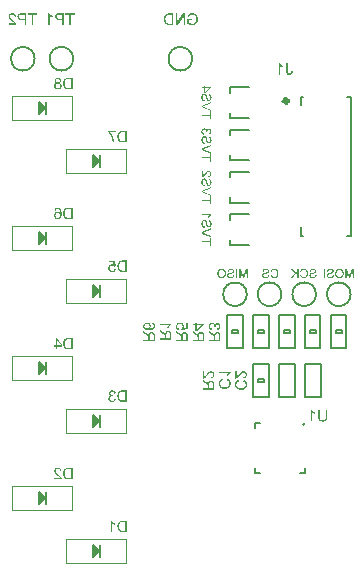
<source format=gbo>
G04*
G04 #@! TF.GenerationSoftware,Altium Limited,Altium Designer,25.3.2 (17)*
G04*
G04 Layer_Color=32896*
%FSLAX44Y44*%
%MOMM*%
G71*
G04*
G04 #@! TF.SameCoordinates,CF072A1D-2444-4887-8E58-701309957870*
G04*
G04*
G04 #@! TF.FilePolarity,Positive*
G04*
G01*
G75*
%ADD12C,0.1500*%
%ADD22C,0.3810*%
%ADD49C,0.2000*%
%ADD50C,0.1270*%
%ADD51C,0.1016*%
%ADD52C,0.1524*%
G36*
X309626Y257937D02*
X308644D01*
Y264479D01*
X306419Y257937D01*
X305505D01*
X303264Y264366D01*
Y257937D01*
X302283D01*
Y265618D01*
X303654D01*
X305497Y260268D01*
X305550Y260118D01*
X305595Y259983D01*
X305640Y259856D01*
X305677Y259736D01*
X305715Y259623D01*
X305752Y259526D01*
X305782Y259429D01*
X305805Y259354D01*
X305835Y259279D01*
X305849Y259211D01*
X305872Y259159D01*
X305887Y259114D01*
X305895Y259084D01*
X305902Y259061D01*
X305910Y259046D01*
Y259039D01*
X305932Y259114D01*
X305954Y259196D01*
X306014Y259376D01*
X306074Y259563D01*
X306134Y259751D01*
X306164Y259833D01*
X306187Y259916D01*
X306217Y259991D01*
X306232Y260050D01*
X306254Y260103D01*
X306262Y260148D01*
X306277Y260170D01*
Y260178D01*
X308097Y265618D01*
X309626D01*
Y257937D01*
D02*
G37*
G36*
X284974D02*
X283955D01*
Y265618D01*
X284974D01*
Y257937D01*
D02*
G37*
G36*
X297585Y265738D02*
X297862Y265708D01*
X298132Y265655D01*
X298386Y265580D01*
X298619Y265498D01*
X298836Y265408D01*
X299038Y265310D01*
X299218Y265213D01*
X299383Y265108D01*
X299525Y265011D01*
X299653Y264921D01*
X299750Y264838D01*
X299833Y264764D01*
X299893Y264711D01*
X299923Y264681D01*
X299938Y264666D01*
X300117Y264456D01*
X300275Y264231D01*
X300410Y263992D01*
X300529Y263745D01*
X300627Y263497D01*
X300717Y263250D01*
X300784Y263003D01*
X300837Y262770D01*
X300874Y262546D01*
X300912Y262336D01*
X300934Y262156D01*
X300949Y261991D01*
X300957Y261924D01*
Y261864D01*
Y261804D01*
X300964Y261759D01*
Y261721D01*
Y261699D01*
Y261684D01*
Y261676D01*
X300957Y261489D01*
X300942Y261302D01*
X300927Y261122D01*
X300897Y260950D01*
X300867Y260785D01*
X300829Y260627D01*
X300784Y260478D01*
X300747Y260335D01*
X300709Y260215D01*
X300664Y260095D01*
X300627Y259998D01*
X300597Y259916D01*
X300567Y259848D01*
X300544Y259796D01*
X300537Y259766D01*
X300529Y259758D01*
X300440Y259593D01*
X300350Y259436D01*
X300245Y259286D01*
X300140Y259151D01*
X300035Y259024D01*
X299923Y258904D01*
X299818Y258799D01*
X299713Y258702D01*
X299615Y258619D01*
X299525Y258544D01*
X299443Y258477D01*
X299376Y258424D01*
X299316Y258379D01*
X299271Y258349D01*
X299241Y258335D01*
X299233Y258327D01*
X299068Y258237D01*
X298904Y258155D01*
X298739Y258087D01*
X298566Y258027D01*
X298402Y257975D01*
X298244Y257937D01*
X298087Y257900D01*
X297944Y257877D01*
X297802Y257855D01*
X297682Y257840D01*
X297570Y257825D01*
X297472Y257817D01*
X297397Y257810D01*
X297292D01*
X297105Y257817D01*
X296925Y257833D01*
X296745Y257855D01*
X296581Y257885D01*
X296416Y257922D01*
X296259Y257960D01*
X296116Y258005D01*
X295981Y258050D01*
X295861Y258087D01*
X295749Y258132D01*
X295659Y258170D01*
X295577Y258207D01*
X295509Y258237D01*
X295464Y258260D01*
X295434Y258275D01*
X295427Y258282D01*
X295269Y258379D01*
X295120Y258477D01*
X294977Y258589D01*
X294850Y258702D01*
X294730Y258814D01*
X294618Y258934D01*
X294520Y259046D01*
X294430Y259159D01*
X294348Y259264D01*
X294280Y259361D01*
X294220Y259451D01*
X294175Y259526D01*
X294138Y259586D01*
X294108Y259638D01*
X294093Y259668D01*
X294086Y259676D01*
X294003Y259848D01*
X293928Y260028D01*
X293868Y260208D01*
X293816Y260395D01*
X293763Y260567D01*
X293726Y260740D01*
X293696Y260912D01*
X293673Y261070D01*
X293651Y261212D01*
X293636Y261347D01*
X293628Y261467D01*
X293621Y261572D01*
X293613Y261654D01*
Y261714D01*
Y261751D01*
Y261766D01*
X293621Y261976D01*
X293636Y262186D01*
X293658Y262381D01*
X293681Y262568D01*
X293718Y262748D01*
X293756Y262920D01*
X293793Y263078D01*
X293838Y263220D01*
X293883Y263355D01*
X293921Y263475D01*
X293958Y263572D01*
X293996Y263662D01*
X294018Y263729D01*
X294041Y263782D01*
X294056Y263812D01*
X294063Y263819D01*
X294153Y263984D01*
X294250Y264142D01*
X294348Y264291D01*
X294453Y264426D01*
X294565Y264554D01*
X294670Y264674D01*
X294782Y264778D01*
X294880Y264876D01*
X294985Y264958D01*
X295075Y265033D01*
X295157Y265101D01*
X295224Y265153D01*
X295284Y265191D01*
X295329Y265221D01*
X295359Y265236D01*
X295367Y265243D01*
X295532Y265333D01*
X295697Y265408D01*
X295861Y265483D01*
X296026Y265535D01*
X296191Y265588D01*
X296348Y265625D01*
X296498Y265663D01*
X296648Y265693D01*
X296783Y265708D01*
X296903Y265723D01*
X297015Y265738D01*
X297105Y265745D01*
X297180Y265753D01*
X297285D01*
X297585Y265738D01*
D02*
G37*
G36*
X289949Y265745D02*
X290212Y265715D01*
X290331Y265693D01*
X290451Y265670D01*
X290556Y265648D01*
X290661Y265625D01*
X290751Y265595D01*
X290834Y265573D01*
X290901Y265550D01*
X290961Y265535D01*
X291006Y265513D01*
X291043Y265505D01*
X291066Y265490D01*
X291073D01*
X291298Y265385D01*
X291485Y265258D01*
X291650Y265131D01*
X291785Y265003D01*
X291898Y264891D01*
X291935Y264846D01*
X291973Y264801D01*
X291995Y264771D01*
X292017Y264741D01*
X292025Y264726D01*
X292032Y264718D01*
X292092Y264621D01*
X292137Y264524D01*
X292220Y264336D01*
X292280Y264149D01*
X292317Y263984D01*
X292332Y263909D01*
X292347Y263842D01*
X292355Y263782D01*
Y263729D01*
X292362Y263692D01*
Y263654D01*
Y263640D01*
Y263632D01*
X292347Y263437D01*
X292317Y263257D01*
X292280Y263093D01*
X292227Y262950D01*
X292175Y262838D01*
X292152Y262785D01*
X292137Y262748D01*
X292115Y262718D01*
X292107Y262695D01*
X292092Y262680D01*
Y262673D01*
X291980Y262523D01*
X291853Y262381D01*
X291718Y262261D01*
X291583Y262156D01*
X291463Y262066D01*
X291411Y262036D01*
X291366Y262006D01*
X291328Y261984D01*
X291298Y261969D01*
X291283Y261954D01*
X291276D01*
X291186Y261909D01*
X291088Y261871D01*
X290983Y261826D01*
X290863Y261781D01*
X290616Y261706D01*
X290376Y261631D01*
X290257Y261594D01*
X290152Y261564D01*
X290047Y261542D01*
X289964Y261519D01*
X289889Y261497D01*
X289837Y261489D01*
X289807Y261474D01*
X289792D01*
X289605Y261429D01*
X289432Y261384D01*
X289275Y261347D01*
X289133Y261309D01*
X289005Y261279D01*
X288893Y261249D01*
X288796Y261219D01*
X288713Y261197D01*
X288638Y261174D01*
X288578Y261152D01*
X288533Y261137D01*
X288496Y261122D01*
X288466Y261114D01*
X288443Y261107D01*
X288428Y261099D01*
X288256Y261032D01*
X288114Y260957D01*
X287994Y260882D01*
X287896Y260807D01*
X287821Y260747D01*
X287769Y260695D01*
X287739Y260665D01*
X287731Y260650D01*
X287664Y260545D01*
X287612Y260440D01*
X287574Y260335D01*
X287544Y260238D01*
X287529Y260148D01*
X287522Y260080D01*
Y260035D01*
Y260028D01*
Y260020D01*
X287529Y259886D01*
X287552Y259766D01*
X287589Y259653D01*
X287627Y259556D01*
X287672Y259473D01*
X287701Y259414D01*
X287731Y259376D01*
X287739Y259361D01*
X287829Y259256D01*
X287934Y259159D01*
X288046Y259084D01*
X288151Y259016D01*
X288249Y258956D01*
X288331Y258919D01*
X288361Y258904D01*
X288383Y258897D01*
X288398Y258889D01*
X288406D01*
X288578Y258829D01*
X288750Y258792D01*
X288923Y258762D01*
X289080Y258739D01*
X289215Y258724D01*
X289275D01*
X289328Y258717D01*
X289425D01*
X289665Y258724D01*
X289889Y258754D01*
X290092Y258792D01*
X290182Y258807D01*
X290264Y258829D01*
X290339Y258852D01*
X290406Y258874D01*
X290466Y258889D01*
X290519Y258904D01*
X290556Y258919D01*
X290586Y258934D01*
X290601Y258941D01*
X290609D01*
X290789Y259031D01*
X290946Y259136D01*
X291081Y259234D01*
X291186Y259331D01*
X291268Y259414D01*
X291328Y259481D01*
X291358Y259526D01*
X291373Y259533D01*
Y259541D01*
X291455Y259691D01*
X291523Y259848D01*
X291583Y260005D01*
X291620Y260155D01*
X291650Y260290D01*
X291665Y260343D01*
X291673Y260395D01*
X291680Y260440D01*
X291688Y260470D01*
Y260485D01*
Y260492D01*
X292647Y260410D01*
X292639Y260268D01*
X292624Y260133D01*
X292579Y259871D01*
X292542Y259743D01*
X292512Y259631D01*
X292474Y259526D01*
X292437Y259429D01*
X292400Y259339D01*
X292362Y259256D01*
X292325Y259189D01*
X292295Y259129D01*
X292272Y259084D01*
X292250Y259054D01*
X292242Y259031D01*
X292235Y259024D01*
X292070Y258814D01*
X291890Y258627D01*
X291703Y258469D01*
X291530Y258342D01*
X291448Y258282D01*
X291373Y258237D01*
X291298Y258200D01*
X291238Y258170D01*
X291193Y258140D01*
X291156Y258125D01*
X291133Y258117D01*
X291126Y258110D01*
X290991Y258057D01*
X290849Y258012D01*
X290556Y257937D01*
X290264Y257885D01*
X290122Y257862D01*
X289987Y257847D01*
X289860Y257833D01*
X289747Y257825D01*
X289642Y257817D01*
X289552D01*
X289477Y257810D01*
X289380D01*
X289080Y257825D01*
X288803Y257855D01*
X288676Y257877D01*
X288548Y257907D01*
X288436Y257930D01*
X288331Y257960D01*
X288241Y257990D01*
X288151Y258012D01*
X288084Y258042D01*
X288016Y258065D01*
X287971Y258080D01*
X287934Y258095D01*
X287911Y258110D01*
X287904D01*
X287672Y258230D01*
X287469Y258365D01*
X287379Y258439D01*
X287297Y258507D01*
X287222Y258574D01*
X287147Y258642D01*
X287087Y258702D01*
X287035Y258762D01*
X286997Y258814D01*
X286960Y258859D01*
X286930Y258897D01*
X286907Y258927D01*
X286900Y258941D01*
X286892Y258949D01*
X286832Y259054D01*
X286772Y259151D01*
X286690Y259354D01*
X286623Y259548D01*
X286585Y259728D01*
X286570Y259811D01*
X286555Y259878D01*
X286548Y259946D01*
Y259998D01*
X286540Y260043D01*
Y260073D01*
Y260095D01*
Y260103D01*
Y260215D01*
X286555Y260328D01*
X286593Y260537D01*
X286645Y260725D01*
X286697Y260882D01*
X286727Y260950D01*
X286757Y261017D01*
X286787Y261070D01*
X286810Y261114D01*
X286832Y261152D01*
X286847Y261174D01*
X286855Y261189D01*
X286862Y261197D01*
X286930Y261287D01*
X286997Y261369D01*
X287155Y261519D01*
X287319Y261654D01*
X287477Y261766D01*
X287627Y261856D01*
X287687Y261894D01*
X287739Y261924D01*
X287784Y261946D01*
X287821Y261961D01*
X287844Y261976D01*
X287851D01*
X287949Y262014D01*
X288061Y262059D01*
X288181Y262096D01*
X288316Y262141D01*
X288593Y262223D01*
X288878Y262298D01*
X289013Y262336D01*
X289140Y262366D01*
X289260Y262396D01*
X289357Y262418D01*
X289440Y262433D01*
X289507Y262448D01*
X289545Y262463D01*
X289560D01*
X289777Y262516D01*
X289979Y262568D01*
X290159Y262621D01*
X290317Y262673D01*
X290459Y262718D01*
X290586Y262763D01*
X290691Y262808D01*
X290789Y262845D01*
X290863Y262883D01*
X290931Y262920D01*
X290983Y262950D01*
X291021Y262973D01*
X291051Y262988D01*
X291073Y263003D01*
X291081Y263018D01*
X291088D01*
X291186Y263123D01*
X291261Y263235D01*
X291306Y263347D01*
X291343Y263460D01*
X291366Y263550D01*
X291373Y263632D01*
X291381Y263662D01*
Y263685D01*
Y263692D01*
Y263699D01*
X291373Y263789D01*
X291366Y263872D01*
X291313Y264022D01*
X291246Y264164D01*
X291171Y264284D01*
X291096Y264374D01*
X291028Y264449D01*
X290976Y264494D01*
X290968Y264509D01*
X290961D01*
X290879Y264569D01*
X290781Y264621D01*
X290684Y264666D01*
X290571Y264711D01*
X290354Y264771D01*
X290129Y264809D01*
X290032Y264823D01*
X289934Y264838D01*
X289844Y264846D01*
X289770D01*
X289710Y264853D01*
X289620D01*
X289462Y264846D01*
X289305Y264838D01*
X289170Y264816D01*
X289035Y264793D01*
X288915Y264764D01*
X288810Y264734D01*
X288713Y264704D01*
X288623Y264666D01*
X288541Y264629D01*
X288473Y264599D01*
X288413Y264569D01*
X288368Y264539D01*
X288331Y264516D01*
X288308Y264494D01*
X288293Y264486D01*
X288286Y264479D01*
X288204Y264404D01*
X288129Y264321D01*
X288069Y264239D01*
X288009Y264149D01*
X287911Y263969D01*
X287844Y263789D01*
X287821Y263707D01*
X287799Y263632D01*
X287776Y263565D01*
X287769Y263505D01*
X287754Y263452D01*
Y263415D01*
X287746Y263392D01*
Y263385D01*
X286772Y263460D01*
X286780Y263587D01*
X286795Y263707D01*
X286847Y263932D01*
X286907Y264142D01*
X286937Y264231D01*
X286975Y264314D01*
X287012Y264396D01*
X287042Y264464D01*
X287072Y264524D01*
X287102Y264576D01*
X287125Y264614D01*
X287139Y264644D01*
X287147Y264659D01*
X287155Y264666D01*
X287297Y264853D01*
X287462Y265018D01*
X287627Y265153D01*
X287791Y265273D01*
X287934Y265363D01*
X287994Y265393D01*
X288054Y265423D01*
X288099Y265445D01*
X288129Y265460D01*
X288151Y265475D01*
X288159D01*
X288413Y265565D01*
X288668Y265633D01*
X288923Y265685D01*
X289043Y265700D01*
X289155Y265715D01*
X289260Y265730D01*
X289357Y265738D01*
X289447Y265745D01*
X289522D01*
X289582Y265753D01*
X289665D01*
X289949Y265745D01*
D02*
G37*
G36*
X242179D02*
X242366Y265730D01*
X242538Y265708D01*
X242711Y265678D01*
X242876Y265648D01*
X243033Y265603D01*
X243175Y265565D01*
X243303Y265520D01*
X243430Y265475D01*
X243535Y265438D01*
X243632Y265393D01*
X243707Y265363D01*
X243775Y265333D01*
X243820Y265310D01*
X243850Y265296D01*
X243857Y265288D01*
X244014Y265198D01*
X244157Y265093D01*
X244292Y264988D01*
X244419Y264876D01*
X244531Y264764D01*
X244644Y264651D01*
X244741Y264539D01*
X244824Y264434D01*
X244906Y264329D01*
X244974Y264231D01*
X245026Y264149D01*
X245079Y264074D01*
X245116Y264014D01*
X245138Y263962D01*
X245153Y263932D01*
X245161Y263924D01*
X245243Y263752D01*
X245311Y263580D01*
X245371Y263400D01*
X245423Y263220D01*
X245468Y263048D01*
X245506Y262868D01*
X245536Y262703D01*
X245558Y262546D01*
X245581Y262396D01*
X245595Y262261D01*
X245603Y262141D01*
X245611Y262036D01*
X245618Y261954D01*
Y261886D01*
Y261849D01*
Y261834D01*
X245611Y261631D01*
X245603Y261429D01*
X245581Y261234D01*
X245558Y261047D01*
X245521Y260867D01*
X245491Y260695D01*
X245453Y260537D01*
X245416Y260388D01*
X245378Y260253D01*
X245341Y260133D01*
X245303Y260028D01*
X245273Y259938D01*
X245251Y259871D01*
X245228Y259818D01*
X245221Y259788D01*
X245213Y259773D01*
X245131Y259601D01*
X245049Y259436D01*
X244951Y259286D01*
X244861Y259144D01*
X244764Y259009D01*
X244666Y258889D01*
X244569Y258784D01*
X244472Y258687D01*
X244382Y258597D01*
X244299Y258522D01*
X244232Y258454D01*
X244164Y258409D01*
X244112Y258365D01*
X244067Y258335D01*
X244044Y258319D01*
X244037Y258312D01*
X243887Y258222D01*
X243730Y258147D01*
X243557Y258080D01*
X243393Y258020D01*
X243220Y257975D01*
X243055Y257930D01*
X242890Y257900D01*
X242733Y257870D01*
X242583Y257855D01*
X242449Y257840D01*
X242329Y257825D01*
X242224Y257817D01*
X242134Y257810D01*
X242014D01*
X241797Y257817D01*
X241579Y257840D01*
X241385Y257870D01*
X241190Y257915D01*
X241010Y257960D01*
X240845Y258020D01*
X240688Y258072D01*
X240545Y258140D01*
X240425Y258200D01*
X240313Y258260D01*
X240215Y258312D01*
X240133Y258357D01*
X240066Y258402D01*
X240021Y258432D01*
X239991Y258454D01*
X239983Y258462D01*
X239833Y258589D01*
X239691Y258732D01*
X239571Y258881D01*
X239451Y259039D01*
X239346Y259196D01*
X239249Y259354D01*
X239167Y259511D01*
X239092Y259668D01*
X239032Y259811D01*
X238972Y259946D01*
X238927Y260065D01*
X238889Y260170D01*
X238867Y260253D01*
X238844Y260320D01*
X238829Y260358D01*
Y260373D01*
X239848Y260627D01*
X239893Y260455D01*
X239946Y260290D01*
X239998Y260133D01*
X240058Y259991D01*
X240126Y259863D01*
X240193Y259743D01*
X240261Y259631D01*
X240328Y259533D01*
X240388Y259451D01*
X240448Y259376D01*
X240508Y259309D01*
X240553Y259256D01*
X240590Y259219D01*
X240628Y259189D01*
X240643Y259174D01*
X240650Y259166D01*
X240763Y259084D01*
X240882Y259009D01*
X241002Y258941D01*
X241122Y258881D01*
X241250Y258836D01*
X241369Y258799D01*
X241594Y258739D01*
X241699Y258717D01*
X241797Y258702D01*
X241879Y258694D01*
X241954Y258687D01*
X242014Y258679D01*
X242096D01*
X242224Y258687D01*
X242351Y258694D01*
X242598Y258739D01*
X242816Y258792D01*
X242920Y258829D01*
X243010Y258859D01*
X243100Y258897D01*
X243175Y258927D01*
X243243Y258956D01*
X243295Y258986D01*
X243340Y259009D01*
X243370Y259024D01*
X243393Y259031D01*
X243400Y259039D01*
X243505Y259114D01*
X243610Y259189D01*
X243790Y259361D01*
X243940Y259541D01*
X244067Y259721D01*
X244164Y259878D01*
X244202Y259946D01*
X244232Y260005D01*
X244254Y260058D01*
X244269Y260095D01*
X244284Y260118D01*
Y260125D01*
X244382Y260410D01*
X244449Y260702D01*
X244501Y260994D01*
X244517Y261129D01*
X244531Y261257D01*
X244547Y261384D01*
X244554Y261489D01*
X244562Y261594D01*
Y261676D01*
X244569Y261744D01*
Y261796D01*
Y261834D01*
Y261841D01*
X244562Y262118D01*
X244531Y262388D01*
X244494Y262635D01*
X244472Y262755D01*
X244449Y262860D01*
X244427Y262958D01*
X244404Y263048D01*
X244382Y263123D01*
X244367Y263190D01*
X244352Y263242D01*
X244337Y263280D01*
X244329Y263302D01*
Y263310D01*
X244277Y263445D01*
X244224Y263565D01*
X244164Y263685D01*
X244097Y263789D01*
X244030Y263894D01*
X243962Y263992D01*
X243895Y264074D01*
X243820Y264157D01*
X243760Y264224D01*
X243700Y264284D01*
X243640Y264336D01*
X243595Y264381D01*
X243550Y264411D01*
X243520Y264434D01*
X243505Y264449D01*
X243498Y264456D01*
X243385Y264531D01*
X243265Y264599D01*
X243138Y264651D01*
X243018Y264704D01*
X242890Y264748D01*
X242771Y264778D01*
X242531Y264831D01*
X242426Y264846D01*
X242329Y264861D01*
X242239Y264868D01*
X242164Y264876D01*
X242096Y264883D01*
X242014D01*
X241871Y264876D01*
X241737Y264868D01*
X241489Y264823D01*
X241377Y264793D01*
X241272Y264764D01*
X241175Y264726D01*
X241092Y264689D01*
X241010Y264651D01*
X240942Y264614D01*
X240882Y264584D01*
X240830Y264554D01*
X240793Y264531D01*
X240763Y264509D01*
X240748Y264501D01*
X240740Y264494D01*
X240650Y264419D01*
X240560Y264329D01*
X240403Y264142D01*
X240268Y263939D01*
X240156Y263745D01*
X240111Y263647D01*
X240073Y263565D01*
X240036Y263482D01*
X240013Y263415D01*
X239991Y263362D01*
X239976Y263317D01*
X239961Y263287D01*
Y263280D01*
X238957Y263512D01*
X239024Y263707D01*
X239092Y263887D01*
X239174Y264059D01*
X239264Y264216D01*
X239354Y264366D01*
X239444Y264501D01*
X239534Y264621D01*
X239624Y264734D01*
X239713Y264831D01*
X239796Y264921D01*
X239863Y264996D01*
X239931Y265056D01*
X239983Y265101D01*
X240021Y265131D01*
X240051Y265153D01*
X240058Y265161D01*
X240208Y265266D01*
X240365Y265355D01*
X240530Y265438D01*
X240695Y265505D01*
X240853Y265558D01*
X241017Y265610D01*
X241175Y265648D01*
X241317Y265678D01*
X241459Y265700D01*
X241587Y265723D01*
X241699Y265738D01*
X241797Y265745D01*
X241879Y265753D01*
X241991D01*
X242179Y265745D01*
D02*
G37*
G36*
X235218D02*
X235480Y265715D01*
X235600Y265693D01*
X235720Y265670D01*
X235825Y265648D01*
X235930Y265625D01*
X236019Y265595D01*
X236102Y265573D01*
X236169Y265550D01*
X236229Y265535D01*
X236274Y265513D01*
X236312Y265505D01*
X236334Y265490D01*
X236342D01*
X236567Y265385D01*
X236754Y265258D01*
X236919Y265131D01*
X237054Y265003D01*
X237166Y264891D01*
X237203Y264846D01*
X237241Y264801D01*
X237263Y264771D01*
X237286Y264741D01*
X237293Y264726D01*
X237301Y264718D01*
X237361Y264621D01*
X237406Y264524D01*
X237488Y264336D01*
X237548Y264149D01*
X237586Y263984D01*
X237600Y263909D01*
X237616Y263842D01*
X237623Y263782D01*
Y263729D01*
X237631Y263692D01*
Y263654D01*
Y263640D01*
Y263632D01*
X237616Y263437D01*
X237586Y263257D01*
X237548Y263093D01*
X237496Y262950D01*
X237443Y262838D01*
X237421Y262785D01*
X237406Y262748D01*
X237383Y262718D01*
X237376Y262695D01*
X237361Y262680D01*
Y262673D01*
X237248Y262523D01*
X237121Y262381D01*
X236986Y262261D01*
X236851Y262156D01*
X236731Y262066D01*
X236679Y262036D01*
X236634Y262006D01*
X236596Y261984D01*
X236567Y261969D01*
X236551Y261954D01*
X236544D01*
X236454Y261909D01*
X236357Y261871D01*
X236252Y261826D01*
X236132Y261781D01*
X235885Y261706D01*
X235645Y261631D01*
X235525Y261594D01*
X235420Y261564D01*
X235315Y261542D01*
X235233Y261519D01*
X235158Y261497D01*
X235105Y261489D01*
X235075Y261474D01*
X235060D01*
X234873Y261429D01*
X234701Y261384D01*
X234543Y261347D01*
X234401Y261309D01*
X234274Y261279D01*
X234161Y261249D01*
X234064Y261219D01*
X233981Y261197D01*
X233906Y261174D01*
X233846Y261152D01*
X233801Y261137D01*
X233764Y261122D01*
X233734Y261114D01*
X233712Y261107D01*
X233697Y261099D01*
X233524Y261032D01*
X233382Y260957D01*
X233262Y260882D01*
X233165Y260807D01*
X233090Y260747D01*
X233037Y260695D01*
X233007Y260665D01*
X233000Y260650D01*
X232932Y260545D01*
X232880Y260440D01*
X232842Y260335D01*
X232812Y260238D01*
X232798Y260148D01*
X232790Y260080D01*
Y260035D01*
Y260028D01*
Y260020D01*
X232798Y259886D01*
X232820Y259766D01*
X232857Y259653D01*
X232895Y259556D01*
X232940Y259473D01*
X232970Y259414D01*
X233000Y259376D01*
X233007Y259361D01*
X233097Y259256D01*
X233202Y259159D01*
X233314Y259084D01*
X233419Y259016D01*
X233517Y258956D01*
X233599Y258919D01*
X233629Y258904D01*
X233652Y258897D01*
X233667Y258889D01*
X233674D01*
X233846Y258829D01*
X234019Y258792D01*
X234191Y258762D01*
X234349Y258739D01*
X234483Y258724D01*
X234543D01*
X234596Y258717D01*
X234693D01*
X234933Y258724D01*
X235158Y258754D01*
X235360Y258792D01*
X235450Y258807D01*
X235532Y258829D01*
X235607Y258852D01*
X235675Y258874D01*
X235735Y258889D01*
X235787Y258904D01*
X235825Y258919D01*
X235855Y258934D01*
X235870Y258941D01*
X235877D01*
X236057Y259031D01*
X236214Y259136D01*
X236349Y259234D01*
X236454Y259331D01*
X236537Y259414D01*
X236596Y259481D01*
X236626Y259526D01*
X236641Y259533D01*
Y259541D01*
X236724Y259691D01*
X236791Y259848D01*
X236851Y260005D01*
X236889Y260155D01*
X236919Y260290D01*
X236934Y260343D01*
X236941Y260395D01*
X236949Y260440D01*
X236956Y260470D01*
Y260485D01*
Y260492D01*
X237915Y260410D01*
X237908Y260268D01*
X237893Y260133D01*
X237848Y259871D01*
X237810Y259743D01*
X237780Y259631D01*
X237743Y259526D01*
X237705Y259429D01*
X237668Y259339D01*
X237631Y259256D01*
X237593Y259189D01*
X237563Y259129D01*
X237540Y259084D01*
X237518Y259054D01*
X237511Y259031D01*
X237503Y259024D01*
X237338Y258814D01*
X237158Y258627D01*
X236971Y258469D01*
X236799Y258342D01*
X236716Y258282D01*
X236641Y258237D01*
X236567Y258200D01*
X236507Y258170D01*
X236462Y258140D01*
X236424Y258125D01*
X236402Y258117D01*
X236394Y258110D01*
X236259Y258057D01*
X236117Y258012D01*
X235825Y257937D01*
X235532Y257885D01*
X235390Y257862D01*
X235255Y257847D01*
X235128Y257833D01*
X235015Y257825D01*
X234911Y257817D01*
X234821D01*
X234746Y257810D01*
X234648D01*
X234349Y257825D01*
X234071Y257855D01*
X233944Y257877D01*
X233817Y257907D01*
X233704Y257930D01*
X233599Y257960D01*
X233509Y257990D01*
X233419Y258012D01*
X233352Y258042D01*
X233284Y258065D01*
X233240Y258080D01*
X233202Y258095D01*
X233180Y258110D01*
X233172D01*
X232940Y258230D01*
X232738Y258365D01*
X232648Y258439D01*
X232565Y258507D01*
X232490Y258574D01*
X232415Y258642D01*
X232355Y258702D01*
X232303Y258762D01*
X232265Y258814D01*
X232228Y258859D01*
X232198Y258897D01*
X232176Y258927D01*
X232168Y258941D01*
X232161Y258949D01*
X232101Y259054D01*
X232041Y259151D01*
X231958Y259354D01*
X231891Y259548D01*
X231853Y259728D01*
X231838Y259811D01*
X231823Y259878D01*
X231816Y259946D01*
Y259998D01*
X231808Y260043D01*
Y260073D01*
Y260095D01*
Y260103D01*
Y260215D01*
X231823Y260328D01*
X231861Y260537D01*
X231913Y260725D01*
X231966Y260882D01*
X231996Y260950D01*
X232026Y261017D01*
X232056Y261070D01*
X232078Y261114D01*
X232101Y261152D01*
X232116Y261174D01*
X232123Y261189D01*
X232131Y261197D01*
X232198Y261287D01*
X232265Y261369D01*
X232423Y261519D01*
X232588Y261654D01*
X232745Y261766D01*
X232895Y261856D01*
X232955Y261894D01*
X233007Y261924D01*
X233052Y261946D01*
X233090Y261961D01*
X233112Y261976D01*
X233120D01*
X233217Y262014D01*
X233330Y262059D01*
X233449Y262096D01*
X233584Y262141D01*
X233862Y262223D01*
X234146Y262298D01*
X234281Y262336D01*
X234408Y262366D01*
X234528Y262396D01*
X234626Y262418D01*
X234708Y262433D01*
X234776Y262448D01*
X234813Y262463D01*
X234828D01*
X235045Y262516D01*
X235248Y262568D01*
X235427Y262621D01*
X235585Y262673D01*
X235727Y262718D01*
X235855Y262763D01*
X235959Y262808D01*
X236057Y262845D01*
X236132Y262883D01*
X236199Y262920D01*
X236252Y262950D01*
X236289Y262973D01*
X236319Y262988D01*
X236342Y263003D01*
X236349Y263018D01*
X236357D01*
X236454Y263123D01*
X236529Y263235D01*
X236574Y263347D01*
X236611Y263460D01*
X236634Y263550D01*
X236641Y263632D01*
X236649Y263662D01*
Y263685D01*
Y263692D01*
Y263699D01*
X236641Y263789D01*
X236634Y263872D01*
X236581Y264022D01*
X236514Y264164D01*
X236439Y264284D01*
X236364Y264374D01*
X236297Y264449D01*
X236244Y264494D01*
X236237Y264509D01*
X236229D01*
X236147Y264569D01*
X236049Y264621D01*
X235952Y264666D01*
X235840Y264711D01*
X235622Y264771D01*
X235397Y264809D01*
X235300Y264823D01*
X235203Y264838D01*
X235113Y264846D01*
X235038D01*
X234978Y264853D01*
X234888D01*
X234731Y264846D01*
X234573Y264838D01*
X234438Y264816D01*
X234304Y264793D01*
X234184Y264764D01*
X234079Y264734D01*
X233981Y264704D01*
X233892Y264666D01*
X233809Y264629D01*
X233742Y264599D01*
X233682Y264569D01*
X233637Y264539D01*
X233599Y264516D01*
X233577Y264494D01*
X233562Y264486D01*
X233554Y264479D01*
X233472Y264404D01*
X233397Y264321D01*
X233337Y264239D01*
X233277Y264149D01*
X233180Y263969D01*
X233112Y263789D01*
X233090Y263707D01*
X233067Y263632D01*
X233045Y263565D01*
X233037Y263505D01*
X233022Y263452D01*
Y263415D01*
X233015Y263392D01*
Y263385D01*
X232041Y263460D01*
X232048Y263587D01*
X232063Y263707D01*
X232116Y263932D01*
X232176Y264142D01*
X232206Y264231D01*
X232243Y264314D01*
X232281Y264396D01*
X232310Y264464D01*
X232340Y264524D01*
X232370Y264576D01*
X232393Y264614D01*
X232408Y264644D01*
X232415Y264659D01*
X232423Y264666D01*
X232565Y264853D01*
X232730Y265018D01*
X232895Y265153D01*
X233060Y265273D01*
X233202Y265363D01*
X233262Y265393D01*
X233322Y265423D01*
X233367Y265445D01*
X233397Y265460D01*
X233419Y265475D01*
X233427D01*
X233682Y265565D01*
X233936Y265633D01*
X234191Y265685D01*
X234311Y265700D01*
X234424Y265715D01*
X234528Y265730D01*
X234626Y265738D01*
X234716Y265745D01*
X234791D01*
X234851Y265753D01*
X234933D01*
X235218Y265745D01*
D02*
G37*
G36*
X219964Y257937D02*
X218982D01*
Y264479D01*
X216757Y257937D01*
X215843D01*
X213602Y264366D01*
Y257937D01*
X212621D01*
Y265618D01*
X213992D01*
X215835Y260268D01*
X215888Y260118D01*
X215933Y259983D01*
X215978Y259856D01*
X216015Y259736D01*
X216053Y259623D01*
X216090Y259526D01*
X216120Y259429D01*
X216143Y259354D01*
X216173Y259279D01*
X216187Y259211D01*
X216210Y259159D01*
X216225Y259114D01*
X216232Y259084D01*
X216240Y259061D01*
X216248Y259046D01*
Y259039D01*
X216270Y259114D01*
X216292Y259196D01*
X216352Y259376D01*
X216412Y259563D01*
X216472Y259751D01*
X216502Y259833D01*
X216525Y259916D01*
X216555Y259991D01*
X216570Y260050D01*
X216592Y260103D01*
X216600Y260148D01*
X216615Y260170D01*
Y260178D01*
X218435Y265618D01*
X219964D01*
Y257937D01*
D02*
G37*
G36*
X210815D02*
X209796D01*
Y265618D01*
X210815D01*
Y257937D01*
D02*
G37*
G36*
X205652Y265745D02*
X205915Y265715D01*
X206035Y265693D01*
X206154Y265670D01*
X206259Y265648D01*
X206364Y265625D01*
X206454Y265595D01*
X206537Y265573D01*
X206604Y265550D01*
X206664Y265535D01*
X206709Y265513D01*
X206746Y265505D01*
X206769Y265490D01*
X206776D01*
X207001Y265385D01*
X207188Y265258D01*
X207353Y265131D01*
X207488Y265003D01*
X207600Y264891D01*
X207638Y264846D01*
X207675Y264801D01*
X207698Y264771D01*
X207720Y264741D01*
X207728Y264726D01*
X207735Y264718D01*
X207795Y264621D01*
X207840Y264524D01*
X207923Y264336D01*
X207983Y264149D01*
X208020Y263984D01*
X208035Y263909D01*
X208050Y263842D01*
X208058Y263782D01*
Y263729D01*
X208065Y263692D01*
Y263654D01*
Y263640D01*
Y263632D01*
X208050Y263437D01*
X208020Y263257D01*
X207983Y263093D01*
X207930Y262950D01*
X207878Y262838D01*
X207855Y262785D01*
X207840Y262748D01*
X207818Y262718D01*
X207810Y262695D01*
X207795Y262680D01*
Y262673D01*
X207683Y262523D01*
X207556Y262381D01*
X207421Y262261D01*
X207286Y262156D01*
X207166Y262066D01*
X207113Y262036D01*
X207069Y262006D01*
X207031Y261984D01*
X207001Y261969D01*
X206986Y261954D01*
X206979D01*
X206889Y261909D01*
X206791Y261871D01*
X206686Y261826D01*
X206567Y261781D01*
X206319Y261706D01*
X206080Y261631D01*
X205960Y261594D01*
X205855Y261564D01*
X205750Y261542D01*
X205667Y261519D01*
X205592Y261497D01*
X205540Y261489D01*
X205510Y261474D01*
X205495D01*
X205308Y261429D01*
X205135Y261384D01*
X204978Y261347D01*
X204836Y261309D01*
X204708Y261279D01*
X204596Y261249D01*
X204498Y261219D01*
X204416Y261197D01*
X204341Y261174D01*
X204281Y261152D01*
X204236Y261137D01*
X204199Y261122D01*
X204169Y261114D01*
X204146Y261107D01*
X204131Y261099D01*
X203959Y261032D01*
X203817Y260957D01*
X203697Y260882D01*
X203599Y260807D01*
X203524Y260747D01*
X203472Y260695D01*
X203442Y260665D01*
X203434Y260650D01*
X203367Y260545D01*
X203315Y260440D01*
X203277Y260335D01*
X203247Y260238D01*
X203232Y260148D01*
X203225Y260080D01*
Y260035D01*
Y260028D01*
Y260020D01*
X203232Y259886D01*
X203255Y259766D01*
X203292Y259653D01*
X203330Y259556D01*
X203375Y259473D01*
X203405Y259414D01*
X203434Y259376D01*
X203442Y259361D01*
X203532Y259256D01*
X203637Y259159D01*
X203749Y259084D01*
X203854Y259016D01*
X203951Y258956D01*
X204034Y258919D01*
X204064Y258904D01*
X204086Y258897D01*
X204101Y258889D01*
X204109D01*
X204281Y258829D01*
X204454Y258792D01*
X204626Y258762D01*
X204783Y258739D01*
X204918Y258724D01*
X204978D01*
X205030Y258717D01*
X205128D01*
X205368Y258724D01*
X205592Y258754D01*
X205795Y258792D01*
X205885Y258807D01*
X205967Y258829D01*
X206042Y258852D01*
X206109Y258874D01*
X206169Y258889D01*
X206222Y258904D01*
X206259Y258919D01*
X206289Y258934D01*
X206304Y258941D01*
X206312D01*
X206492Y259031D01*
X206649Y259136D01*
X206784Y259234D01*
X206889Y259331D01*
X206971Y259414D01*
X207031Y259481D01*
X207061Y259526D01*
X207076Y259533D01*
Y259541D01*
X207159Y259691D01*
X207226Y259848D01*
X207286Y260005D01*
X207323Y260155D01*
X207353Y260290D01*
X207368Y260343D01*
X207376Y260395D01*
X207383Y260440D01*
X207391Y260470D01*
Y260485D01*
Y260492D01*
X208350Y260410D01*
X208342Y260268D01*
X208327Y260133D01*
X208282Y259871D01*
X208245Y259743D01*
X208215Y259631D01*
X208178Y259526D01*
X208140Y259429D01*
X208103Y259339D01*
X208065Y259256D01*
X208028Y259189D01*
X207998Y259129D01*
X207975Y259084D01*
X207953Y259054D01*
X207945Y259031D01*
X207938Y259024D01*
X207773Y258814D01*
X207593Y258627D01*
X207406Y258469D01*
X207233Y258342D01*
X207151Y258282D01*
X207076Y258237D01*
X207001Y258200D01*
X206941Y258170D01*
X206896Y258140D01*
X206859Y258125D01*
X206836Y258117D01*
X206829Y258110D01*
X206694Y258057D01*
X206551Y258012D01*
X206259Y257937D01*
X205967Y257885D01*
X205825Y257862D01*
X205690Y257847D01*
X205562Y257833D01*
X205450Y257825D01*
X205345Y257817D01*
X205255D01*
X205180Y257810D01*
X205083D01*
X204783Y257825D01*
X204506Y257855D01*
X204379Y257877D01*
X204251Y257907D01*
X204139Y257930D01*
X204034Y257960D01*
X203944Y257990D01*
X203854Y258012D01*
X203787Y258042D01*
X203719Y258065D01*
X203674Y258080D01*
X203637Y258095D01*
X203614Y258110D01*
X203607D01*
X203375Y258230D01*
X203172Y258365D01*
X203082Y258439D01*
X203000Y258507D01*
X202925Y258574D01*
X202850Y258642D01*
X202790Y258702D01*
X202738Y258762D01*
X202700Y258814D01*
X202663Y258859D01*
X202633Y258897D01*
X202610Y258927D01*
X202603Y258941D01*
X202595Y258949D01*
X202535Y259054D01*
X202475Y259151D01*
X202393Y259354D01*
X202325Y259548D01*
X202288Y259728D01*
X202273Y259811D01*
X202258Y259878D01*
X202250Y259946D01*
Y259998D01*
X202243Y260043D01*
Y260073D01*
Y260095D01*
Y260103D01*
Y260215D01*
X202258Y260328D01*
X202295Y260537D01*
X202348Y260725D01*
X202400Y260882D01*
X202430Y260950D01*
X202460Y261017D01*
X202490Y261070D01*
X202513Y261114D01*
X202535Y261152D01*
X202550Y261174D01*
X202558Y261189D01*
X202565Y261197D01*
X202633Y261287D01*
X202700Y261369D01*
X202857Y261519D01*
X203022Y261654D01*
X203180Y261766D01*
X203330Y261856D01*
X203389Y261894D01*
X203442Y261924D01*
X203487Y261946D01*
X203524Y261961D01*
X203547Y261976D01*
X203554D01*
X203652Y262014D01*
X203764Y262059D01*
X203884Y262096D01*
X204019Y262141D01*
X204296Y262223D01*
X204581Y262298D01*
X204716Y262336D01*
X204843Y262366D01*
X204963Y262396D01*
X205060Y262418D01*
X205143Y262433D01*
X205210Y262448D01*
X205248Y262463D01*
X205263D01*
X205480Y262516D01*
X205682Y262568D01*
X205862Y262621D01*
X206019Y262673D01*
X206162Y262718D01*
X206289Y262763D01*
X206394Y262808D01*
X206492Y262845D01*
X206567Y262883D01*
X206634Y262920D01*
X206686Y262950D01*
X206724Y262973D01*
X206754Y262988D01*
X206776Y263003D01*
X206784Y263018D01*
X206791D01*
X206889Y263123D01*
X206964Y263235D01*
X207009Y263347D01*
X207046Y263460D01*
X207069Y263550D01*
X207076Y263632D01*
X207083Y263662D01*
Y263685D01*
Y263692D01*
Y263699D01*
X207076Y263789D01*
X207069Y263872D01*
X207016Y264022D01*
X206949Y264164D01*
X206874Y264284D01*
X206799Y264374D01*
X206731Y264449D01*
X206679Y264494D01*
X206671Y264509D01*
X206664D01*
X206581Y264569D01*
X206484Y264621D01*
X206387Y264666D01*
X206274Y264711D01*
X206057Y264771D01*
X205832Y264809D01*
X205735Y264823D01*
X205637Y264838D01*
X205548Y264846D01*
X205473D01*
X205413Y264853D01*
X205323D01*
X205165Y264846D01*
X205008Y264838D01*
X204873Y264816D01*
X204738Y264793D01*
X204618Y264764D01*
X204513Y264734D01*
X204416Y264704D01*
X204326Y264666D01*
X204244Y264629D01*
X204176Y264599D01*
X204116Y264569D01*
X204071Y264539D01*
X204034Y264516D01*
X204011Y264494D01*
X203996Y264486D01*
X203989Y264479D01*
X203906Y264404D01*
X203832Y264321D01*
X203772Y264239D01*
X203712Y264149D01*
X203614Y263969D01*
X203547Y263789D01*
X203524Y263707D01*
X203502Y263632D01*
X203479Y263565D01*
X203472Y263505D01*
X203457Y263452D01*
Y263415D01*
X203449Y263392D01*
Y263385D01*
X202475Y263460D01*
X202483Y263587D01*
X202498Y263707D01*
X202550Y263932D01*
X202610Y264142D01*
X202640Y264231D01*
X202678Y264314D01*
X202715Y264396D01*
X202745Y264464D01*
X202775Y264524D01*
X202805Y264576D01*
X202827Y264614D01*
X202843Y264644D01*
X202850Y264659D01*
X202857Y264666D01*
X203000Y264853D01*
X203165Y265018D01*
X203330Y265153D01*
X203494Y265273D01*
X203637Y265363D01*
X203697Y265393D01*
X203757Y265423D01*
X203802Y265445D01*
X203832Y265460D01*
X203854Y265475D01*
X203862D01*
X204116Y265565D01*
X204371Y265633D01*
X204626Y265685D01*
X204746Y265700D01*
X204858Y265715D01*
X204963Y265730D01*
X205060Y265738D01*
X205150Y265745D01*
X205225D01*
X205285Y265753D01*
X205368D01*
X205652Y265745D01*
D02*
G37*
G36*
X197785Y265738D02*
X198062Y265708D01*
X198332Y265655D01*
X198587Y265580D01*
X198819Y265498D01*
X199036Y265408D01*
X199238Y265310D01*
X199418Y265213D01*
X199583Y265108D01*
X199725Y265011D01*
X199853Y264921D01*
X199950Y264838D01*
X200033Y264764D01*
X200093Y264711D01*
X200123Y264681D01*
X200138Y264666D01*
X200317Y264456D01*
X200475Y264231D01*
X200610Y263992D01*
X200730Y263745D01*
X200827Y263497D01*
X200917Y263250D01*
X200984Y263003D01*
X201037Y262770D01*
X201074Y262546D01*
X201112Y262336D01*
X201134Y262156D01*
X201149Y261991D01*
X201157Y261924D01*
Y261864D01*
Y261804D01*
X201164Y261759D01*
Y261721D01*
Y261699D01*
Y261684D01*
Y261676D01*
X201157Y261489D01*
X201142Y261302D01*
X201127Y261122D01*
X201097Y260950D01*
X201067Y260785D01*
X201029Y260627D01*
X200984Y260478D01*
X200947Y260335D01*
X200909Y260215D01*
X200864Y260095D01*
X200827Y259998D01*
X200797Y259916D01*
X200767Y259848D01*
X200744Y259796D01*
X200737Y259766D01*
X200730Y259758D01*
X200640Y259593D01*
X200550Y259436D01*
X200445Y259286D01*
X200340Y259151D01*
X200235Y259024D01*
X200123Y258904D01*
X200018Y258799D01*
X199913Y258702D01*
X199815Y258619D01*
X199725Y258544D01*
X199643Y258477D01*
X199576Y258424D01*
X199516Y258379D01*
X199471Y258349D01*
X199441Y258335D01*
X199433Y258327D01*
X199268Y258237D01*
X199104Y258155D01*
X198939Y258087D01*
X198766Y258027D01*
X198601Y257975D01*
X198444Y257937D01*
X198287Y257900D01*
X198144Y257877D01*
X198002Y257855D01*
X197882Y257840D01*
X197770Y257825D01*
X197672Y257817D01*
X197597Y257810D01*
X197493D01*
X197305Y257817D01*
X197125Y257833D01*
X196945Y257855D01*
X196781Y257885D01*
X196616Y257922D01*
X196458Y257960D01*
X196316Y258005D01*
X196181Y258050D01*
X196061Y258087D01*
X195949Y258132D01*
X195859Y258170D01*
X195777Y258207D01*
X195709Y258237D01*
X195664Y258260D01*
X195634Y258275D01*
X195627Y258282D01*
X195469Y258379D01*
X195319Y258477D01*
X195177Y258589D01*
X195050Y258702D01*
X194930Y258814D01*
X194818Y258934D01*
X194720Y259046D01*
X194630Y259159D01*
X194548Y259264D01*
X194480Y259361D01*
X194420Y259451D01*
X194375Y259526D01*
X194338Y259586D01*
X194308Y259638D01*
X194293Y259668D01*
X194286Y259676D01*
X194203Y259848D01*
X194128Y260028D01*
X194068Y260208D01*
X194016Y260395D01*
X193963Y260567D01*
X193926Y260740D01*
X193896Y260912D01*
X193873Y261070D01*
X193851Y261212D01*
X193836Y261347D01*
X193828Y261467D01*
X193821Y261572D01*
X193813Y261654D01*
Y261714D01*
Y261751D01*
Y261766D01*
X193821Y261976D01*
X193836Y262186D01*
X193858Y262381D01*
X193881Y262568D01*
X193918Y262748D01*
X193956Y262920D01*
X193993Y263078D01*
X194038Y263220D01*
X194083Y263355D01*
X194121Y263475D01*
X194158Y263572D01*
X194196Y263662D01*
X194218Y263729D01*
X194240Y263782D01*
X194256Y263812D01*
X194263Y263819D01*
X194353Y263984D01*
X194450Y264142D01*
X194548Y264291D01*
X194653Y264426D01*
X194765Y264554D01*
X194870Y264674D01*
X194982Y264778D01*
X195080Y264876D01*
X195185Y264958D01*
X195275Y265033D01*
X195357Y265101D01*
X195424Y265153D01*
X195484Y265191D01*
X195529Y265221D01*
X195559Y265236D01*
X195567Y265243D01*
X195732Y265333D01*
X195896Y265408D01*
X196061Y265483D01*
X196226Y265535D01*
X196391Y265588D01*
X196548Y265625D01*
X196698Y265663D01*
X196848Y265693D01*
X196983Y265708D01*
X197103Y265723D01*
X197215Y265738D01*
X197305Y265745D01*
X197380Y265753D01*
X197485D01*
X197785Y265738D01*
D02*
G37*
G36*
X262673Y257937D02*
X261654D01*
Y260597D01*
X260402Y261811D01*
X257667Y257937D01*
X256326D01*
X259690Y262501D01*
X256469Y265618D01*
X257847D01*
X261654Y261811D01*
Y265618D01*
X262673D01*
Y257937D01*
D02*
G37*
G36*
X267236Y265745D02*
X267423Y265730D01*
X267596Y265708D01*
X267768Y265678D01*
X267933Y265648D01*
X268090Y265603D01*
X268232Y265565D01*
X268360Y265520D01*
X268487Y265475D01*
X268592Y265438D01*
X268690Y265393D01*
X268764Y265363D01*
X268832Y265333D01*
X268877Y265310D01*
X268907Y265296D01*
X268914Y265288D01*
X269072Y265198D01*
X269214Y265093D01*
X269349Y264988D01*
X269476Y264876D01*
X269589Y264764D01*
X269701Y264651D01*
X269799Y264539D01*
X269881Y264434D01*
X269963Y264329D01*
X270031Y264231D01*
X270083Y264149D01*
X270136Y264074D01*
X270173Y264014D01*
X270196Y263962D01*
X270211Y263932D01*
X270218Y263924D01*
X270301Y263752D01*
X270368Y263580D01*
X270428Y263400D01*
X270480Y263220D01*
X270525Y263048D01*
X270563Y262868D01*
X270593Y262703D01*
X270615Y262546D01*
X270638Y262396D01*
X270653Y262261D01*
X270660Y262141D01*
X270668Y262036D01*
X270675Y261954D01*
Y261886D01*
Y261849D01*
Y261834D01*
X270668Y261631D01*
X270660Y261429D01*
X270638Y261234D01*
X270615Y261047D01*
X270578Y260867D01*
X270548Y260695D01*
X270510Y260537D01*
X270473Y260388D01*
X270436Y260253D01*
X270398Y260133D01*
X270361Y260028D01*
X270331Y259938D01*
X270308Y259871D01*
X270286Y259818D01*
X270278Y259788D01*
X270271Y259773D01*
X270188Y259601D01*
X270106Y259436D01*
X270008Y259286D01*
X269918Y259144D01*
X269821Y259009D01*
X269724Y258889D01*
X269626Y258784D01*
X269529Y258687D01*
X269439Y258597D01*
X269356Y258522D01*
X269289Y258454D01*
X269222Y258409D01*
X269169Y258365D01*
X269124Y258335D01*
X269102Y258319D01*
X269094Y258312D01*
X268944Y258222D01*
X268787Y258147D01*
X268615Y258080D01*
X268450Y258020D01*
X268277Y257975D01*
X268113Y257930D01*
X267948Y257900D01*
X267790Y257870D01*
X267641Y257855D01*
X267506Y257840D01*
X267386Y257825D01*
X267281Y257817D01*
X267191Y257810D01*
X267071D01*
X266854Y257817D01*
X266637Y257840D01*
X266442Y257870D01*
X266247Y257915D01*
X266067Y257960D01*
X265902Y258020D01*
X265745Y258072D01*
X265602Y258140D01*
X265483Y258200D01*
X265370Y258260D01*
X265273Y258312D01*
X265190Y258357D01*
X265123Y258402D01*
X265078Y258432D01*
X265048Y258454D01*
X265040Y258462D01*
X264891Y258589D01*
X264748Y258732D01*
X264628Y258881D01*
X264508Y259039D01*
X264404Y259196D01*
X264306Y259354D01*
X264224Y259511D01*
X264149Y259668D01*
X264089Y259811D01*
X264029Y259946D01*
X263984Y260065D01*
X263946Y260170D01*
X263924Y260253D01*
X263902Y260320D01*
X263887Y260358D01*
Y260373D01*
X264906Y260627D01*
X264951Y260455D01*
X265003Y260290D01*
X265056Y260133D01*
X265115Y259991D01*
X265183Y259863D01*
X265250Y259743D01*
X265318Y259631D01*
X265385Y259533D01*
X265445Y259451D01*
X265505Y259376D01*
X265565Y259309D01*
X265610Y259256D01*
X265647Y259219D01*
X265685Y259189D01*
X265700Y259174D01*
X265707Y259166D01*
X265820Y259084D01*
X265940Y259009D01*
X266059Y258941D01*
X266179Y258881D01*
X266307Y258836D01*
X266427Y258799D01*
X266651Y258739D01*
X266756Y258717D01*
X266854Y258702D01*
X266936Y258694D01*
X267011Y258687D01*
X267071Y258679D01*
X267153D01*
X267281Y258687D01*
X267408Y258694D01*
X267656Y258739D01*
X267873Y258792D01*
X267978Y258829D01*
X268068Y258859D01*
X268158Y258897D01*
X268232Y258927D01*
X268300Y258956D01*
X268352Y258986D01*
X268397Y259009D01*
X268427Y259024D01*
X268450Y259031D01*
X268457Y259039D01*
X268562Y259114D01*
X268667Y259189D01*
X268847Y259361D01*
X268997Y259541D01*
X269124Y259721D01*
X269222Y259878D01*
X269259Y259946D01*
X269289Y260005D01*
X269312Y260058D01*
X269326Y260095D01*
X269342Y260118D01*
Y260125D01*
X269439Y260410D01*
X269506Y260702D01*
X269559Y260994D01*
X269574Y261129D01*
X269589Y261257D01*
X269604Y261384D01*
X269611Y261489D01*
X269619Y261594D01*
Y261676D01*
X269626Y261744D01*
Y261796D01*
Y261834D01*
Y261841D01*
X269619Y262118D01*
X269589Y262388D01*
X269551Y262635D01*
X269529Y262755D01*
X269506Y262860D01*
X269484Y262958D01*
X269461Y263048D01*
X269439Y263123D01*
X269424Y263190D01*
X269409Y263242D01*
X269394Y263280D01*
X269386Y263302D01*
Y263310D01*
X269334Y263445D01*
X269282Y263565D01*
X269222Y263685D01*
X269154Y263789D01*
X269087Y263894D01*
X269019Y263992D01*
X268952Y264074D01*
X268877Y264157D01*
X268817Y264224D01*
X268757Y264284D01*
X268697Y264336D01*
X268652Y264381D01*
X268607Y264411D01*
X268577Y264434D01*
X268562Y264449D01*
X268555Y264456D01*
X268442Y264531D01*
X268322Y264599D01*
X268195Y264651D01*
X268075Y264704D01*
X267948Y264748D01*
X267828Y264778D01*
X267588Y264831D01*
X267483Y264846D01*
X267386Y264861D01*
X267296Y264868D01*
X267221Y264876D01*
X267153Y264883D01*
X267071D01*
X266929Y264876D01*
X266794Y264868D01*
X266547Y264823D01*
X266434Y264793D01*
X266329Y264764D01*
X266232Y264726D01*
X266150Y264689D01*
X266067Y264651D01*
X266000Y264614D01*
X265940Y264584D01*
X265887Y264554D01*
X265850Y264531D01*
X265820Y264509D01*
X265805Y264501D01*
X265797Y264494D01*
X265707Y264419D01*
X265618Y264329D01*
X265460Y264142D01*
X265325Y263939D01*
X265213Y263745D01*
X265168Y263647D01*
X265130Y263565D01*
X265093Y263482D01*
X265070Y263415D01*
X265048Y263362D01*
X265033Y263317D01*
X265018Y263287D01*
Y263280D01*
X264014Y263512D01*
X264081Y263707D01*
X264149Y263887D01*
X264231Y264059D01*
X264321Y264216D01*
X264411Y264366D01*
X264501Y264501D01*
X264591Y264621D01*
X264681Y264734D01*
X264771Y264831D01*
X264853Y264921D01*
X264921Y264996D01*
X264988Y265056D01*
X265040Y265101D01*
X265078Y265131D01*
X265108Y265153D01*
X265115Y265161D01*
X265265Y265266D01*
X265423Y265355D01*
X265588Y265438D01*
X265752Y265505D01*
X265910Y265558D01*
X266075Y265610D01*
X266232Y265648D01*
X266374Y265678D01*
X266517Y265700D01*
X266644Y265723D01*
X266756Y265738D01*
X266854Y265745D01*
X266936Y265753D01*
X267049D01*
X267236Y265745D01*
D02*
G37*
G36*
X275179D02*
X275441Y265715D01*
X275561Y265693D01*
X275681Y265670D01*
X275786Y265648D01*
X275890Y265625D01*
X275980Y265595D01*
X276063Y265573D01*
X276130Y265550D01*
X276190Y265535D01*
X276235Y265513D01*
X276273Y265505D01*
X276295Y265490D01*
X276303D01*
X276527Y265385D01*
X276715Y265258D01*
X276879Y265131D01*
X277014Y265003D01*
X277127Y264891D01*
X277164Y264846D01*
X277202Y264801D01*
X277224Y264771D01*
X277247Y264741D01*
X277254Y264726D01*
X277262Y264718D01*
X277321Y264621D01*
X277367Y264524D01*
X277449Y264336D01*
X277509Y264149D01*
X277546Y263984D01*
X277561Y263909D01*
X277576Y263842D01*
X277584Y263782D01*
Y263729D01*
X277591Y263692D01*
Y263654D01*
Y263640D01*
Y263632D01*
X277576Y263437D01*
X277546Y263257D01*
X277509Y263093D01*
X277456Y262950D01*
X277404Y262838D01*
X277381Y262785D01*
X277367Y262748D01*
X277344Y262718D01*
X277337Y262695D01*
X277321Y262680D01*
Y262673D01*
X277209Y262523D01*
X277082Y262381D01*
X276947Y262261D01*
X276812Y262156D01*
X276692Y262066D01*
X276640Y262036D01*
X276595Y262006D01*
X276557Y261984D01*
X276527Y261969D01*
X276512Y261954D01*
X276505D01*
X276415Y261909D01*
X276318Y261871D01*
X276213Y261826D01*
X276093Y261781D01*
X275845Y261706D01*
X275606Y261631D01*
X275486Y261594D01*
X275381Y261564D01*
X275276Y261542D01*
X275194Y261519D01*
X275119Y261497D01*
X275066Y261489D01*
X275036Y261474D01*
X275021D01*
X274834Y261429D01*
X274662Y261384D01*
X274504Y261347D01*
X274362Y261309D01*
X274234Y261279D01*
X274122Y261249D01*
X274025Y261219D01*
X273942Y261197D01*
X273867Y261174D01*
X273807Y261152D01*
X273762Y261137D01*
X273725Y261122D01*
X273695Y261114D01*
X273672Y261107D01*
X273657Y261099D01*
X273485Y261032D01*
X273343Y260957D01*
X273223Y260882D01*
X273125Y260807D01*
X273050Y260747D01*
X272998Y260695D01*
X272968Y260665D01*
X272961Y260650D01*
X272893Y260545D01*
X272841Y260440D01*
X272803Y260335D01*
X272773Y260238D01*
X272758Y260148D01*
X272751Y260080D01*
Y260035D01*
Y260028D01*
Y260020D01*
X272758Y259886D01*
X272781Y259766D01*
X272818Y259653D01*
X272856Y259556D01*
X272901Y259473D01*
X272931Y259414D01*
X272961Y259376D01*
X272968Y259361D01*
X273058Y259256D01*
X273163Y259159D01*
X273275Y259084D01*
X273380Y259016D01*
X273478Y258956D01*
X273560Y258919D01*
X273590Y258904D01*
X273612Y258897D01*
X273627Y258889D01*
X273635D01*
X273807Y258829D01*
X273980Y258792D01*
X274152Y258762D01*
X274309Y258739D01*
X274444Y258724D01*
X274504D01*
X274557Y258717D01*
X274654D01*
X274894Y258724D01*
X275119Y258754D01*
X275321Y258792D01*
X275411Y258807D01*
X275493Y258829D01*
X275568Y258852D01*
X275636Y258874D01*
X275695Y258889D01*
X275748Y258904D01*
X275786Y258919D01*
X275815Y258934D01*
X275830Y258941D01*
X275838D01*
X276018Y259031D01*
X276175Y259136D01*
X276310Y259234D01*
X276415Y259331D01*
X276497Y259414D01*
X276557Y259481D01*
X276587Y259526D01*
X276602Y259533D01*
Y259541D01*
X276685Y259691D01*
X276752Y259848D01*
X276812Y260005D01*
X276849Y260155D01*
X276879Y260290D01*
X276894Y260343D01*
X276902Y260395D01*
X276909Y260440D01*
X276917Y260470D01*
Y260485D01*
Y260492D01*
X277876Y260410D01*
X277868Y260268D01*
X277854Y260133D01*
X277809Y259871D01*
X277771Y259743D01*
X277741Y259631D01*
X277704Y259526D01*
X277666Y259429D01*
X277629Y259339D01*
X277591Y259256D01*
X277554Y259189D01*
X277524Y259129D01*
X277501Y259084D01*
X277479Y259054D01*
X277471Y259031D01*
X277464Y259024D01*
X277299Y258814D01*
X277119Y258627D01*
X276932Y258469D01*
X276759Y258342D01*
X276677Y258282D01*
X276602Y258237D01*
X276527Y258200D01*
X276467Y258170D01*
X276422Y258140D01*
X276385Y258125D01*
X276362Y258117D01*
X276355Y258110D01*
X276220Y258057D01*
X276078Y258012D01*
X275786Y257937D01*
X275493Y257885D01*
X275351Y257862D01*
X275216Y257847D01*
X275089Y257833D01*
X274976Y257825D01*
X274871Y257817D01*
X274781D01*
X274706Y257810D01*
X274609D01*
X274309Y257825D01*
X274032Y257855D01*
X273905Y257877D01*
X273777Y257907D01*
X273665Y257930D01*
X273560Y257960D01*
X273470Y257990D01*
X273380Y258012D01*
X273313Y258042D01*
X273245Y258065D01*
X273200Y258080D01*
X273163Y258095D01*
X273140Y258110D01*
X273133D01*
X272901Y258230D01*
X272698Y258365D01*
X272608Y258439D01*
X272526Y258507D01*
X272451Y258574D01*
X272376Y258642D01*
X272316Y258702D01*
X272264Y258762D01*
X272226Y258814D01*
X272189Y258859D01*
X272159Y258897D01*
X272136Y258927D01*
X272129Y258941D01*
X272121Y258949D01*
X272061Y259054D01*
X272001Y259151D01*
X271919Y259354D01*
X271852Y259548D01*
X271814Y259728D01*
X271799Y259811D01*
X271784Y259878D01*
X271777Y259946D01*
Y259998D01*
X271769Y260043D01*
Y260073D01*
Y260095D01*
Y260103D01*
Y260215D01*
X271784Y260328D01*
X271822Y260537D01*
X271874Y260725D01*
X271927Y260882D01*
X271957Y260950D01*
X271987Y261017D01*
X272017Y261070D01*
X272039Y261114D01*
X272061Y261152D01*
X272076Y261174D01*
X272084Y261189D01*
X272091Y261197D01*
X272159Y261287D01*
X272226Y261369D01*
X272384Y261519D01*
X272549Y261654D01*
X272706Y261766D01*
X272856Y261856D01*
X272916Y261894D01*
X272968Y261924D01*
X273013Y261946D01*
X273050Y261961D01*
X273073Y261976D01*
X273081D01*
X273178Y262014D01*
X273290Y262059D01*
X273410Y262096D01*
X273545Y262141D01*
X273822Y262223D01*
X274107Y262298D01*
X274242Y262336D01*
X274369Y262366D01*
X274489Y262396D01*
X274587Y262418D01*
X274669Y262433D01*
X274736Y262448D01*
X274774Y262463D01*
X274789D01*
X275006Y262516D01*
X275208Y262568D01*
X275388Y262621D01*
X275546Y262673D01*
X275688Y262718D01*
X275815Y262763D01*
X275920Y262808D01*
X276018Y262845D01*
X276093Y262883D01*
X276160Y262920D01*
X276213Y262950D01*
X276250Y262973D01*
X276280Y262988D01*
X276303Y263003D01*
X276310Y263018D01*
X276318D01*
X276415Y263123D01*
X276490Y263235D01*
X276535Y263347D01*
X276572Y263460D01*
X276595Y263550D01*
X276602Y263632D01*
X276610Y263662D01*
Y263685D01*
Y263692D01*
Y263699D01*
X276602Y263789D01*
X276595Y263872D01*
X276542Y264022D01*
X276475Y264164D01*
X276400Y264284D01*
X276325Y264374D01*
X276257Y264449D01*
X276205Y264494D01*
X276198Y264509D01*
X276190D01*
X276108Y264569D01*
X276010Y264621D01*
X275913Y264666D01*
X275800Y264711D01*
X275583Y264771D01*
X275358Y264809D01*
X275261Y264823D01*
X275163Y264838D01*
X275074Y264846D01*
X274999D01*
X274939Y264853D01*
X274849D01*
X274692Y264846D01*
X274534Y264838D01*
X274399Y264816D01*
X274264Y264793D01*
X274144Y264764D01*
X274040Y264734D01*
X273942Y264704D01*
X273852Y264666D01*
X273770Y264629D01*
X273702Y264599D01*
X273643Y264569D01*
X273598Y264539D01*
X273560Y264516D01*
X273538Y264494D01*
X273523Y264486D01*
X273515Y264479D01*
X273433Y264404D01*
X273358Y264321D01*
X273298Y264239D01*
X273238Y264149D01*
X273140Y263969D01*
X273073Y263789D01*
X273050Y263707D01*
X273028Y263632D01*
X273006Y263565D01*
X272998Y263505D01*
X272983Y263452D01*
Y263415D01*
X272976Y263392D01*
Y263385D01*
X272001Y263460D01*
X272009Y263587D01*
X272024Y263707D01*
X272076Y263932D01*
X272136Y264142D01*
X272166Y264231D01*
X272204Y264314D01*
X272241Y264396D01*
X272271Y264464D01*
X272301Y264524D01*
X272331Y264576D01*
X272354Y264614D01*
X272369Y264644D01*
X272376Y264659D01*
X272384Y264666D01*
X272526Y264853D01*
X272691Y265018D01*
X272856Y265153D01*
X273020Y265273D01*
X273163Y265363D01*
X273223Y265393D01*
X273283Y265423D01*
X273328Y265445D01*
X273358Y265460D01*
X273380Y265475D01*
X273388D01*
X273643Y265565D01*
X273897Y265633D01*
X274152Y265685D01*
X274272Y265700D01*
X274384Y265715D01*
X274489Y265730D01*
X274587Y265738D01*
X274676Y265745D01*
X274751D01*
X274811Y265753D01*
X274894D01*
X275179Y265745D01*
D02*
G37*
G36*
X166524Y472232D02*
X165286D01*
Y479890D01*
X160161Y472232D01*
X158828D01*
Y481995D01*
X160066D01*
Y474328D01*
X165200Y481995D01*
X166524D01*
Y472232D01*
D02*
G37*
G36*
X172829Y482157D02*
X173096Y482138D01*
X173344Y482109D01*
X173582Y482071D01*
X173811Y482024D01*
X174020Y481976D01*
X174220Y481919D01*
X174401Y481871D01*
X174563Y481814D01*
X174715Y481757D01*
X174839Y481709D01*
X174944Y481662D01*
X175030Y481624D01*
X175096Y481595D01*
X175134Y481576D01*
X175144Y481567D01*
X175344Y481443D01*
X175534Y481319D01*
X175716Y481176D01*
X175877Y481024D01*
X176039Y480871D01*
X176173Y480719D01*
X176306Y480566D01*
X176420Y480424D01*
X176525Y480281D01*
X176611Y480147D01*
X176687Y480033D01*
X176744Y479928D01*
X176792Y479842D01*
X176830Y479785D01*
X176849Y479747D01*
X176859Y479728D01*
X176963Y479490D01*
X177049Y479262D01*
X177135Y479023D01*
X177201Y478795D01*
X177258Y478566D01*
X177306Y478347D01*
X177344Y478138D01*
X177373Y477938D01*
X177401Y477757D01*
X177420Y477585D01*
X177430Y477442D01*
X177439Y477309D01*
X177449Y477214D01*
Y477137D01*
Y477090D01*
Y477071D01*
X177439Y476804D01*
X177420Y476547D01*
X177392Y476299D01*
X177354Y476061D01*
X177316Y475832D01*
X177258Y475613D01*
X177211Y475413D01*
X177154Y475223D01*
X177097Y475061D01*
X177049Y474909D01*
X176992Y474775D01*
X176954Y474670D01*
X176916Y474575D01*
X176887Y474518D01*
X176868Y474470D01*
X176859Y474461D01*
X176735Y474251D01*
X176611Y474051D01*
X176468Y473861D01*
X176325Y473689D01*
X176182Y473537D01*
X176030Y473385D01*
X175887Y473251D01*
X175744Y473137D01*
X175611Y473032D01*
X175487Y472937D01*
X175373Y472861D01*
X175277Y472794D01*
X175201Y472746D01*
X175134Y472708D01*
X175096Y472689D01*
X175087Y472680D01*
X174858Y472575D01*
X174639Y472480D01*
X174410Y472394D01*
X174182Y472327D01*
X173953Y472270D01*
X173734Y472223D01*
X173534Y472175D01*
X173334Y472146D01*
X173153Y472118D01*
X172982Y472099D01*
X172839Y472089D01*
X172706Y472080D01*
X172610Y472070D01*
X172467D01*
X172067Y472089D01*
X171696Y472127D01*
X171515Y472156D01*
X171343Y472194D01*
X171182Y472223D01*
X171029Y472261D01*
X170886Y472299D01*
X170763Y472327D01*
X170658Y472365D01*
X170562Y472394D01*
X170486Y472413D01*
X170439Y472432D01*
X170401Y472451D01*
X170391D01*
X170010Y472613D01*
X169648Y472794D01*
X169315Y472975D01*
X169162Y473070D01*
X169019Y473166D01*
X168896Y473251D01*
X168772Y473327D01*
X168667Y473394D01*
X168581Y473461D01*
X168515Y473508D01*
X168457Y473556D01*
X168429Y473575D01*
X168419Y473585D01*
Y477214D01*
X172553D01*
Y476061D01*
X169686D01*
Y474242D01*
X169858Y474109D01*
X170058Y473975D01*
X170258Y473861D01*
X170448Y473756D01*
X170629Y473670D01*
X170705Y473632D01*
X170772Y473604D01*
X170829Y473575D01*
X170867Y473566D01*
X170896Y473546D01*
X170905D01*
X171201Y473442D01*
X171496Y473366D01*
X171772Y473308D01*
X172020Y473270D01*
X172134Y473261D01*
X172239Y473251D01*
X172325Y473242D01*
X172401D01*
X172458Y473232D01*
X172544D01*
X172725Y473242D01*
X172896Y473251D01*
X173229Y473299D01*
X173544Y473366D01*
X173687Y473404D01*
X173811Y473442D01*
X173934Y473480D01*
X174039Y473518D01*
X174134Y473556D01*
X174210Y473585D01*
X174277Y473613D01*
X174325Y473632D01*
X174353Y473651D01*
X174363D01*
X174515Y473737D01*
X174668Y473832D01*
X174801Y473927D01*
X174925Y474032D01*
X175049Y474147D01*
X175154Y474251D01*
X175249Y474356D01*
X175334Y474461D01*
X175411Y474566D01*
X175477Y474661D01*
X175534Y474737D01*
X175582Y474813D01*
X175620Y474870D01*
X175649Y474918D01*
X175658Y474947D01*
X175668Y474956D01*
X175744Y475128D01*
X175811Y475309D01*
X175925Y475671D01*
X176001Y476042D01*
X176039Y476213D01*
X176058Y476385D01*
X176077Y476547D01*
X176087Y476690D01*
X176106Y476814D01*
Y476928D01*
X176115Y477023D01*
Y477090D01*
Y477128D01*
Y477147D01*
X176096Y477537D01*
X176058Y477899D01*
X176030Y478071D01*
X176001Y478233D01*
X175963Y478385D01*
X175925Y478528D01*
X175896Y478652D01*
X175858Y478766D01*
X175830Y478871D01*
X175801Y478947D01*
X175782Y479023D01*
X175763Y479071D01*
X175744Y479100D01*
Y479109D01*
X175658Y479300D01*
X175553Y479481D01*
X175458Y479642D01*
X175354Y479785D01*
X175268Y479909D01*
X175201Y479995D01*
X175154Y480052D01*
X175134Y480071D01*
X174972Y480233D01*
X174801Y480376D01*
X174630Y480490D01*
X174468Y480595D01*
X174315Y480681D01*
X174258Y480709D01*
X174201Y480738D01*
X174153Y480757D01*
X174125Y480776D01*
X174106Y480785D01*
X174096D01*
X173849Y480881D01*
X173582Y480947D01*
X173325Y480995D01*
X173087Y481024D01*
X172972Y481043D01*
X172877Y481052D01*
X172791D01*
X172715Y481062D01*
X172563D01*
X172296Y481052D01*
X172039Y481024D01*
X171810Y480976D01*
X171610Y480938D01*
X171525Y480909D01*
X171448Y480890D01*
X171382Y480862D01*
X171324Y480843D01*
X171277Y480833D01*
X171248Y480814D01*
X171229Y480805D01*
X171220D01*
X171001Y480700D01*
X170820Y480586D01*
X170658Y480471D01*
X170524Y480366D01*
X170420Y480271D01*
X170343Y480185D01*
X170305Y480138D01*
X170286Y480128D01*
Y480119D01*
X170162Y479947D01*
X170058Y479757D01*
X169962Y479557D01*
X169886Y479376D01*
X169820Y479204D01*
X169791Y479128D01*
X169772Y479071D01*
X169753Y479023D01*
X169743Y478976D01*
X169734Y478957D01*
Y478947D01*
X168572Y479262D01*
X168619Y479442D01*
X168676Y479614D01*
X168734Y479776D01*
X168791Y479928D01*
X168857Y480071D01*
X168915Y480205D01*
X168972Y480328D01*
X169038Y480433D01*
X169096Y480528D01*
X169143Y480614D01*
X169191Y480690D01*
X169229Y480747D01*
X169267Y480795D01*
X169296Y480833D01*
X169305Y480852D01*
X169315Y480862D01*
X169515Y481081D01*
X169734Y481271D01*
X169953Y481433D01*
X170172Y481567D01*
X170362Y481671D01*
X170448Y481719D01*
X170515Y481748D01*
X170572Y481776D01*
X170620Y481795D01*
X170648Y481814D01*
X170658D01*
X170982Y481928D01*
X171315Y482014D01*
X171629Y482081D01*
X171782Y482100D01*
X171924Y482119D01*
X172058Y482138D01*
X172182Y482148D01*
X172296Y482157D01*
X172382D01*
X172458Y482167D01*
X172563D01*
X172829Y482157D01*
D02*
G37*
G36*
X156665Y472232D02*
X153141D01*
X152817Y472242D01*
X152522Y472261D01*
X152255Y472280D01*
X152141Y472299D01*
X152027Y472318D01*
X151931Y472327D01*
X151836Y472346D01*
X151760Y472356D01*
X151703Y472365D01*
X151646Y472375D01*
X151608Y472384D01*
X151589Y472394D01*
X151579D01*
X151332Y472461D01*
X151103Y472537D01*
X150903Y472623D01*
X150731Y472699D01*
X150598Y472766D01*
X150541Y472804D01*
X150493Y472823D01*
X150455Y472851D01*
X150427Y472870D01*
X150417Y472880D01*
X150407D01*
X150227Y473013D01*
X150065Y473156D01*
X149912Y473299D01*
X149779Y473442D01*
X149674Y473575D01*
X149588Y473670D01*
X149560Y473708D01*
X149541Y473737D01*
X149522Y473756D01*
Y473766D01*
X149379Y473985D01*
X149246Y474223D01*
X149131Y474461D01*
X149036Y474689D01*
X148998Y474785D01*
X148960Y474880D01*
X148931Y474966D01*
X148903Y475042D01*
X148883Y475099D01*
X148864Y475147D01*
X148855Y475175D01*
Y475185D01*
X148769Y475518D01*
X148703Y475861D01*
X148655Y476194D01*
X148636Y476347D01*
X148617Y476499D01*
X148607Y476642D01*
X148598Y476766D01*
Y476880D01*
X148588Y476976D01*
Y477061D01*
Y477118D01*
Y477156D01*
Y477166D01*
X148607Y477642D01*
X148626Y477861D01*
X148645Y478080D01*
X148674Y478280D01*
X148712Y478471D01*
X148750Y478652D01*
X148779Y478814D01*
X148817Y478957D01*
X148855Y479090D01*
X148883Y479204D01*
X148922Y479300D01*
X148941Y479376D01*
X148960Y479433D01*
X148979Y479471D01*
Y479481D01*
X149141Y479842D01*
X149226Y480014D01*
X149322Y480176D01*
X149417Y480319D01*
X149512Y480452D01*
X149607Y480586D01*
X149693Y480700D01*
X149788Y480795D01*
X149865Y480890D01*
X149941Y480966D01*
X150007Y481033D01*
X150055Y481081D01*
X150093Y481119D01*
X150122Y481138D01*
X150131Y481147D01*
X150360Y481328D01*
X150608Y481471D01*
X150846Y481595D01*
X151074Y481690D01*
X151179Y481729D01*
X151274Y481767D01*
X151350Y481795D01*
X151427Y481814D01*
X151484Y481833D01*
X151531Y481843D01*
X151560Y481852D01*
X151570D01*
X151684Y481881D01*
X151817Y481900D01*
X152093Y481938D01*
X152379Y481957D01*
X152665Y481976D01*
X152789Y481986D01*
X152913D01*
X153017Y481995D01*
X156665D01*
Y472232D01*
D02*
G37*
G36*
X71352Y417750D02*
X67842D01*
X67518Y417764D01*
X67222Y417778D01*
X66954Y417806D01*
X66728Y417835D01*
X66531Y417863D01*
X66390Y417877D01*
X66348Y417891D01*
X66305Y417905D01*
X66277D01*
X66023Y417976D01*
X65798Y418060D01*
X65600Y418131D01*
X65431Y418215D01*
X65290Y418286D01*
X65192Y418342D01*
X65135Y418384D01*
X65107Y418399D01*
X64924Y418525D01*
X64769Y418680D01*
X64614Y418821D01*
X64487Y418962D01*
X64374Y419089D01*
X64289Y419188D01*
X64233Y419258D01*
X64219Y419287D01*
X64078Y419512D01*
X63937Y419752D01*
X63824Y419977D01*
X63740Y420203D01*
X63655Y420400D01*
X63599Y420555D01*
X63585Y420612D01*
X63570Y420654D01*
X63556Y420682D01*
Y420696D01*
X63472Y421035D01*
X63401Y421373D01*
X63359Y421697D01*
X63317Y422007D01*
X63303Y422275D01*
Y422388D01*
X63288Y422487D01*
Y422557D01*
Y422628D01*
Y422656D01*
Y422670D01*
X63303Y423149D01*
X63345Y423586D01*
X63415Y423981D01*
X63444Y424164D01*
X63486Y424319D01*
X63528Y424474D01*
X63556Y424601D01*
X63585Y424714D01*
X63627Y424813D01*
X63641Y424897D01*
X63669Y424954D01*
X63683Y424982D01*
Y424996D01*
X63838Y425362D01*
X64022Y425687D01*
X64219Y425969D01*
X64402Y426208D01*
X64571Y426405D01*
X64712Y426547D01*
X64769Y426589D01*
X64811Y426631D01*
X64825Y426645D01*
X64839Y426659D01*
X65065Y426843D01*
X65304Y426983D01*
X65544Y427110D01*
X65770Y427209D01*
X65967Y427280D01*
X66122Y427322D01*
X66178Y427350D01*
X66221D01*
X66249Y427364D01*
X66263D01*
X66503Y427406D01*
X66785Y427449D01*
X67066Y427477D01*
X67348Y427491D01*
X67602Y427505D01*
X71352D01*
Y417750D01*
D02*
G37*
G36*
X59059Y427533D02*
X59285Y427519D01*
X59680Y427435D01*
X59863Y427378D01*
X60032Y427322D01*
X60187Y427251D01*
X60328Y427181D01*
X60441Y427110D01*
X60554Y427040D01*
X60652Y426983D01*
X60723Y426927D01*
X60779Y426885D01*
X60821Y426843D01*
X60850Y426828D01*
X60864Y426814D01*
X60991Y426673D01*
X61118Y426532D01*
X61216Y426377D01*
X61301Y426222D01*
X61442Y425926D01*
X61526Y425644D01*
X61583Y425405D01*
X61597Y425292D01*
X61611Y425207D01*
X61625Y425123D01*
Y425066D01*
Y425038D01*
Y425024D01*
X61611Y424770D01*
X61569Y424531D01*
X61512Y424319D01*
X61442Y424136D01*
X61385Y423995D01*
X61329Y423882D01*
X61287Y423826D01*
X61273Y423798D01*
X61118Y423628D01*
X60948Y423473D01*
X60765Y423332D01*
X60582Y423220D01*
X60413Y423135D01*
X60286Y423079D01*
X60230Y423050D01*
X60187Y423036D01*
X60173Y423022D01*
X60159D01*
X60483Y422924D01*
X60751Y422797D01*
X60991Y422642D01*
X61188Y422501D01*
X61343Y422360D01*
X61456Y422247D01*
X61512Y422176D01*
X61540Y422162D01*
Y422148D01*
X61696Y421894D01*
X61822Y421627D01*
X61907Y421373D01*
X61963Y421119D01*
X61992Y420894D01*
X62006Y420795D01*
Y420710D01*
X62020Y420654D01*
Y420598D01*
Y420569D01*
Y420555D01*
X62006Y420330D01*
X61978Y420104D01*
X61935Y419893D01*
X61879Y419681D01*
X61738Y419329D01*
X61667Y419160D01*
X61583Y419019D01*
X61498Y418878D01*
X61428Y418765D01*
X61343Y418666D01*
X61287Y418582D01*
X61230Y418511D01*
X61188Y418469D01*
X61160Y418441D01*
X61146Y418427D01*
X60977Y418272D01*
X60793Y418145D01*
X60596Y418032D01*
X60399Y417933D01*
X60215Y417863D01*
X60018Y417792D01*
X59637Y417694D01*
X59468Y417651D01*
X59313Y417623D01*
X59172Y417609D01*
X59045Y417595D01*
X58947Y417581D01*
X58806D01*
X58538Y417595D01*
X58298Y417623D01*
X58059Y417665D01*
X57833Y417708D01*
X57636Y417778D01*
X57438Y417849D01*
X57255Y417919D01*
X57100Y418004D01*
X56959Y418088D01*
X56832Y418159D01*
X56733Y418229D01*
X56635Y418300D01*
X56564Y418342D01*
X56522Y418384D01*
X56494Y418413D01*
X56480Y418427D01*
X56325Y418596D01*
X56184Y418765D01*
X56071Y418934D01*
X55972Y419117D01*
X55873Y419287D01*
X55803Y419470D01*
X55704Y419794D01*
X55662Y419949D01*
X55634Y420090D01*
X55620Y420217D01*
X55606Y420316D01*
X55592Y420400D01*
Y420471D01*
Y420513D01*
Y420527D01*
X55606Y420851D01*
X55662Y421147D01*
X55747Y421415D01*
X55831Y421641D01*
X55916Y421824D01*
X56000Y421965D01*
X56057Y422050D01*
X56071Y422064D01*
Y422078D01*
X56268Y422303D01*
X56480Y422501D01*
X56705Y422656D01*
X56917Y422797D01*
X57114Y422895D01*
X57283Y422966D01*
X57340Y422994D01*
X57382Y423008D01*
X57410Y423022D01*
X57424D01*
X57170Y423135D01*
X56959Y423262D01*
X56776Y423389D01*
X56621Y423516D01*
X56508Y423628D01*
X56423Y423713D01*
X56367Y423769D01*
X56353Y423798D01*
X56226Y423995D01*
X56141Y424192D01*
X56071Y424390D01*
X56029Y424587D01*
X56000Y424742D01*
X55986Y424869D01*
Y424954D01*
Y424968D01*
Y424982D01*
X56000Y425179D01*
X56014Y425362D01*
X56113Y425715D01*
X56240Y426025D01*
X56381Y426293D01*
X56522Y426504D01*
X56592Y426589D01*
X56649Y426673D01*
X56705Y426730D01*
X56747Y426772D01*
X56762Y426786D01*
X56776Y426800D01*
X56931Y426927D01*
X57086Y427054D01*
X57255Y427153D01*
X57424Y427237D01*
X57762Y427364D01*
X58101Y427449D01*
X58242Y427491D01*
X58383Y427505D01*
X58510Y427519D01*
X58622Y427533D01*
X58707Y427547D01*
X58834D01*
X59059Y427533D01*
D02*
G37*
G36*
X117326Y372792D02*
X113816D01*
X113492Y372806D01*
X113196Y372820D01*
X112928Y372848D01*
X112702Y372877D01*
X112505Y372905D01*
X112364Y372919D01*
X112322Y372933D01*
X112279Y372947D01*
X112251D01*
X111997Y373018D01*
X111772Y373102D01*
X111574Y373173D01*
X111405Y373257D01*
X111264Y373328D01*
X111166Y373384D01*
X111109Y373426D01*
X111081Y373441D01*
X110898Y373567D01*
X110743Y373722D01*
X110588Y373863D01*
X110461Y374004D01*
X110348Y374131D01*
X110263Y374230D01*
X110207Y374300D01*
X110193Y374329D01*
X110052Y374554D01*
X109911Y374794D01*
X109798Y375019D01*
X109714Y375245D01*
X109629Y375442D01*
X109573Y375597D01*
X109559Y375654D01*
X109544Y375696D01*
X109530Y375724D01*
Y375738D01*
X109446Y376077D01*
X109375Y376415D01*
X109333Y376739D01*
X109291Y377049D01*
X109277Y377317D01*
Y377430D01*
X109263Y377529D01*
Y377599D01*
Y377670D01*
Y377698D01*
Y377712D01*
X109277Y378191D01*
X109319Y378628D01*
X109389Y379023D01*
X109418Y379206D01*
X109460Y379361D01*
X109502Y379516D01*
X109530Y379643D01*
X109559Y379756D01*
X109601Y379855D01*
X109615Y379939D01*
X109643Y379996D01*
X109657Y380024D01*
Y380038D01*
X109812Y380404D01*
X109996Y380729D01*
X110193Y381011D01*
X110376Y381250D01*
X110545Y381447D01*
X110686Y381589D01*
X110743Y381631D01*
X110785Y381673D01*
X110799Y381687D01*
X110813Y381701D01*
X111039Y381885D01*
X111278Y382025D01*
X111518Y382152D01*
X111744Y382251D01*
X111941Y382322D01*
X112096Y382364D01*
X112152Y382392D01*
X112195D01*
X112223Y382406D01*
X112237D01*
X112477Y382448D01*
X112759Y382491D01*
X113041Y382519D01*
X113322Y382533D01*
X113576Y382547D01*
X117326D01*
Y372792D01*
D02*
G37*
G36*
X107895Y381264D02*
X103116D01*
X103455Y380855D01*
X103779Y380419D01*
X104061Y379996D01*
X104329Y379587D01*
X104441Y379403D01*
X104540Y379234D01*
X104639Y379079D01*
X104709Y378952D01*
X104766Y378840D01*
X104808Y378769D01*
X104836Y378713D01*
X104850Y378699D01*
X105132Y378135D01*
X105386Y377571D01*
X105597Y377035D01*
X105682Y376796D01*
X105766Y376556D01*
X105851Y376344D01*
X105907Y376147D01*
X105964Y375978D01*
X106006Y375837D01*
X106048Y375710D01*
X106077Y375625D01*
X106091Y375569D01*
Y375555D01*
X106232Y374977D01*
X106288Y374695D01*
X106330Y374441D01*
X106373Y374202D01*
X106415Y373962D01*
X106443Y373765D01*
X106471Y373567D01*
X106485Y373398D01*
X106500Y373243D01*
X106514Y373102D01*
Y372989D01*
X106528Y372905D01*
Y372848D01*
Y372806D01*
Y372792D01*
X105301D01*
X105259Y373328D01*
X105189Y373821D01*
X105118Y374272D01*
X105076Y374484D01*
X105033Y374681D01*
X105005Y374850D01*
X104963Y375005D01*
X104935Y375146D01*
X104907Y375259D01*
X104878Y375344D01*
X104864Y375414D01*
X104850Y375456D01*
Y375470D01*
X104639Y376119D01*
X104413Y376725D01*
X104300Y377021D01*
X104188Y377303D01*
X104061Y377557D01*
X103948Y377811D01*
X103849Y378036D01*
X103751Y378233D01*
X103666Y378403D01*
X103596Y378558D01*
X103525Y378685D01*
X103483Y378769D01*
X103455Y378825D01*
X103441Y378840D01*
X103271Y379136D01*
X103102Y379432D01*
X102933Y379700D01*
X102764Y379953D01*
X102609Y380179D01*
X102454Y380404D01*
X102299Y380602D01*
X102172Y380771D01*
X102045Y380940D01*
X101932Y381081D01*
X101819Y381194D01*
X101735Y381292D01*
X101678Y381377D01*
X101622Y381433D01*
X101594Y381462D01*
X101580Y381476D01*
Y382420D01*
X107895D01*
Y381264D01*
D02*
G37*
G36*
X58834Y317551D02*
X59102Y317523D01*
X59356Y317467D01*
X59595Y317396D01*
X59807Y317298D01*
X60018Y317213D01*
X60201Y317100D01*
X60370Y317001D01*
X60511Y316903D01*
X60652Y316790D01*
X60765Y316705D01*
X60850Y316621D01*
X60920Y316536D01*
X60977Y316480D01*
X61005Y316452D01*
X61019Y316438D01*
X61202Y316184D01*
X61357Y315888D01*
X61498Y315578D01*
X61625Y315254D01*
X61724Y314915D01*
X61808Y314577D01*
X61879Y314224D01*
X61935Y313900D01*
X61978Y313576D01*
X62006Y313280D01*
X62034Y313012D01*
X62048Y312787D01*
Y312589D01*
X62062Y312448D01*
Y312392D01*
Y312349D01*
Y312335D01*
Y312321D01*
X62048Y311870D01*
X62020Y311447D01*
X61978Y311053D01*
X61907Y310686D01*
X61837Y310362D01*
X61766Y310066D01*
X61681Y309798D01*
X61583Y309558D01*
X61498Y309361D01*
X61414Y309178D01*
X61343Y309037D01*
X61259Y308910D01*
X61202Y308811D01*
X61160Y308755D01*
X61132Y308713D01*
X61118Y308698D01*
X60934Y308501D01*
X60737Y308332D01*
X60540Y308191D01*
X60342Y308064D01*
X60131Y307951D01*
X59933Y307867D01*
X59736Y307796D01*
X59539Y307740D01*
X59370Y307698D01*
X59200Y307655D01*
X59059Y307627D01*
X58932Y307613D01*
X58820D01*
X58749Y307599D01*
X58679D01*
X58355Y307613D01*
X58059Y307669D01*
X57791Y307726D01*
X57551Y307810D01*
X57368Y307881D01*
X57227Y307951D01*
X57170Y307965D01*
X57128Y307994D01*
X57114Y308008D01*
X57100D01*
X56860Y308177D01*
X56635Y308374D01*
X56452Y308571D01*
X56296Y308769D01*
X56170Y308952D01*
X56085Y309093D01*
X56057Y309149D01*
X56029Y309192D01*
X56014Y309206D01*
Y309220D01*
X55873Y309516D01*
X55775Y309826D01*
X55704Y310108D01*
X55662Y310376D01*
X55620Y310602D01*
Y310686D01*
X55606Y310771D01*
Y310841D01*
Y310883D01*
Y310912D01*
Y310926D01*
X55620Y311180D01*
X55648Y311419D01*
X55690Y311659D01*
X55732Y311870D01*
X55803Y312068D01*
X55873Y312265D01*
X55944Y312434D01*
X56029Y312589D01*
X56113Y312730D01*
X56184Y312857D01*
X56254Y312956D01*
X56325Y313054D01*
X56367Y313125D01*
X56409Y313167D01*
X56437Y313195D01*
X56452Y313209D01*
X56606Y313365D01*
X56776Y313505D01*
X56959Y313618D01*
X57128Y313717D01*
X57297Y313816D01*
X57467Y313886D01*
X57791Y313985D01*
X57932Y314027D01*
X58073Y314055D01*
X58185Y314069D01*
X58298Y314083D01*
X58383Y314097D01*
X58495D01*
X58749Y314083D01*
X58989Y314041D01*
X59215Y313999D01*
X59412Y313943D01*
X59581Y313872D01*
X59708Y313830D01*
X59792Y313787D01*
X59807Y313773D01*
X59821D01*
X60046Y313632D01*
X60244Y313477D01*
X60427Y313322D01*
X60568Y313153D01*
X60695Y313012D01*
X60793Y312899D01*
X60850Y312815D01*
X60864Y312801D01*
Y313054D01*
X60850Y313308D01*
X60836Y313534D01*
X60807Y313759D01*
X60793Y313957D01*
X60765Y314140D01*
X60737Y314309D01*
X60695Y314464D01*
X60666Y314605D01*
X60638Y314718D01*
X60610Y314816D01*
X60596Y314901D01*
X60568Y314958D01*
X60554Y315000D01*
X60540Y315028D01*
Y315042D01*
X60399Y315324D01*
X60258Y315578D01*
X60103Y315775D01*
X59962Y315944D01*
X59835Y316085D01*
X59736Y316184D01*
X59666Y316240D01*
X59637Y316254D01*
X59468Y316367D01*
X59299Y316438D01*
X59130Y316494D01*
X58961Y316536D01*
X58834Y316565D01*
X58721Y316579D01*
X58622D01*
X58369Y316550D01*
X58129Y316494D01*
X57932Y316409D01*
X57748Y316325D01*
X57607Y316226D01*
X57509Y316142D01*
X57452Y316085D01*
X57424Y316057D01*
X57326Y315930D01*
X57227Y315775D01*
X57142Y315606D01*
X57086Y315437D01*
X57030Y315282D01*
X56987Y315155D01*
X56973Y315070D01*
X56959Y315056D01*
Y315042D01*
X55761Y315141D01*
X55845Y315535D01*
X55972Y315888D01*
X56113Y316198D01*
X56268Y316452D01*
X56423Y316649D01*
X56480Y316734D01*
X56550Y316804D01*
X56592Y316847D01*
X56635Y316889D01*
X56649Y316903D01*
X56663Y316917D01*
X56804Y317030D01*
X56959Y317128D01*
X57269Y317298D01*
X57579Y317410D01*
X57875Y317481D01*
X58143Y317537D01*
X58256Y317551D01*
X58355D01*
X58439Y317565D01*
X58552D01*
X58834Y317551D01*
D02*
G37*
G36*
X71352Y307768D02*
X67842D01*
X67518Y307782D01*
X67222Y307796D01*
X66954Y307824D01*
X66728Y307853D01*
X66531Y307881D01*
X66390Y307895D01*
X66348Y307909D01*
X66305Y307923D01*
X66277D01*
X66023Y307994D01*
X65798Y308078D01*
X65600Y308149D01*
X65431Y308233D01*
X65290Y308304D01*
X65192Y308360D01*
X65135Y308402D01*
X65107Y308417D01*
X64924Y308543D01*
X64769Y308698D01*
X64614Y308839D01*
X64487Y308980D01*
X64374Y309107D01*
X64289Y309206D01*
X64233Y309276D01*
X64219Y309305D01*
X64078Y309530D01*
X63937Y309770D01*
X63824Y309995D01*
X63740Y310221D01*
X63655Y310418D01*
X63599Y310573D01*
X63585Y310630D01*
X63570Y310672D01*
X63556Y310700D01*
Y310714D01*
X63472Y311053D01*
X63401Y311391D01*
X63359Y311715D01*
X63317Y312025D01*
X63303Y312293D01*
Y312406D01*
X63288Y312505D01*
Y312575D01*
Y312646D01*
Y312674D01*
Y312688D01*
X63303Y313167D01*
X63345Y313604D01*
X63415Y313999D01*
X63444Y314182D01*
X63486Y314337D01*
X63528Y314492D01*
X63556Y314619D01*
X63585Y314732D01*
X63627Y314831D01*
X63641Y314915D01*
X63669Y314972D01*
X63683Y315000D01*
Y315014D01*
X63838Y315380D01*
X64022Y315705D01*
X64219Y315986D01*
X64402Y316226D01*
X64571Y316423D01*
X64712Y316565D01*
X64769Y316607D01*
X64811Y316649D01*
X64825Y316663D01*
X64839Y316677D01*
X65065Y316861D01*
X65304Y317001D01*
X65544Y317128D01*
X65770Y317227D01*
X65967Y317298D01*
X66122Y317340D01*
X66178Y317368D01*
X66221D01*
X66249Y317382D01*
X66263D01*
X66503Y317424D01*
X66785Y317467D01*
X67066Y317495D01*
X67348Y317509D01*
X67602Y317523D01*
X71352D01*
Y307768D01*
D02*
G37*
G36*
X107768Y267674D02*
X106641Y267519D01*
X106542Y267674D01*
X106415Y267801D01*
X106302Y267927D01*
X106189Y268026D01*
X106077Y268097D01*
X105992Y268167D01*
X105936Y268195D01*
X105921Y268209D01*
X105738Y268294D01*
X105555Y268365D01*
X105386Y268407D01*
X105217Y268449D01*
X105076Y268463D01*
X104963Y268477D01*
X104695D01*
X104526Y268449D01*
X104230Y268379D01*
X103976Y268280D01*
X103751Y268181D01*
X103581Y268068D01*
X103455Y267970D01*
X103384Y267899D01*
X103356Y267885D01*
Y267871D01*
X103159Y267631D01*
X103018Y267378D01*
X102919Y267110D01*
X102848Y266842D01*
X102806Y266616D01*
X102792Y266518D01*
Y266433D01*
X102778Y266363D01*
Y266306D01*
Y266278D01*
Y266264D01*
Y266067D01*
X102806Y265883D01*
X102877Y265531D01*
X102975Y265235D01*
X103074Y264995D01*
X103187Y264798D01*
X103285Y264643D01*
X103328Y264601D01*
X103356Y264558D01*
X103370Y264544D01*
X103384Y264530D01*
X103497Y264417D01*
X103610Y264319D01*
X103863Y264149D01*
X104103Y264037D01*
X104343Y263966D01*
X104540Y263910D01*
X104709Y263896D01*
X104766Y263882D01*
X104850D01*
X105118Y263896D01*
X105358Y263952D01*
X105569Y264023D01*
X105738Y264107D01*
X105893Y264192D01*
X106006Y264262D01*
X106062Y264319D01*
X106091Y264333D01*
X106260Y264530D01*
X106401Y264741D01*
X106514Y264981D01*
X106598Y265193D01*
X106655Y265404D01*
X106697Y265559D01*
X106711Y265630D01*
X106725Y265672D01*
Y265700D01*
Y265714D01*
X107980Y265616D01*
X107951Y265390D01*
X107909Y265179D01*
X107782Y264784D01*
X107627Y264445D01*
X107543Y264290D01*
X107458Y264164D01*
X107388Y264037D01*
X107303Y263924D01*
X107233Y263839D01*
X107162Y263769D01*
X107106Y263713D01*
X107078Y263656D01*
X107049Y263642D01*
X107035Y263628D01*
X106866Y263501D01*
X106697Y263388D01*
X106514Y263290D01*
X106330Y263205D01*
X105978Y263078D01*
X105625Y262994D01*
X105470Y262951D01*
X105315Y262937D01*
X105189Y262923D01*
X105076Y262909D01*
X104977Y262895D01*
X104850D01*
X104554Y262909D01*
X104272Y262951D01*
X104004Y263008D01*
X103765Y263078D01*
X103539Y263177D01*
X103328Y263275D01*
X103130Y263374D01*
X102961Y263487D01*
X102806Y263600D01*
X102665Y263698D01*
X102552Y263811D01*
X102454Y263896D01*
X102383Y263966D01*
X102327Y264023D01*
X102299Y264065D01*
X102284Y264079D01*
X102143Y264262D01*
X102031Y264460D01*
X101918Y264643D01*
X101833Y264840D01*
X101692Y265221D01*
X101608Y265587D01*
X101580Y265742D01*
X101552Y265898D01*
X101537Y266024D01*
X101523Y266137D01*
X101509Y266236D01*
Y266306D01*
Y266349D01*
Y266363D01*
X101523Y266616D01*
X101552Y266856D01*
X101594Y267096D01*
X101650Y267307D01*
X101721Y267505D01*
X101791Y267702D01*
X101876Y267871D01*
X101946Y268026D01*
X102031Y268167D01*
X102115Y268294D01*
X102186Y268393D01*
X102256Y268491D01*
X102313Y268562D01*
X102355Y268604D01*
X102383Y268632D01*
X102397Y268646D01*
X102566Y268801D01*
X102736Y268942D01*
X102919Y269055D01*
X103102Y269154D01*
X103285Y269253D01*
X103469Y269323D01*
X103807Y269422D01*
X103962Y269464D01*
X104103Y269492D01*
X104230Y269506D01*
X104343Y269520D01*
X104427Y269534D01*
X104737D01*
X104907Y269506D01*
X105245Y269436D01*
X105555Y269337D01*
X105837Y269224D01*
X106062Y269112D01*
X106161Y269055D01*
X106246Y269013D01*
X106316Y268971D01*
X106358Y268942D01*
X106387Y268928D01*
X106401Y268914D01*
X105879Y271550D01*
X101974D01*
Y272692D01*
X106824D01*
X107768Y267674D01*
D02*
G37*
G36*
X117326Y263064D02*
X113816D01*
X113492Y263078D01*
X113196Y263092D01*
X112928Y263120D01*
X112702Y263149D01*
X112505Y263177D01*
X112364Y263191D01*
X112322Y263205D01*
X112279Y263219D01*
X112251D01*
X111997Y263290D01*
X111772Y263374D01*
X111574Y263445D01*
X111405Y263529D01*
X111264Y263600D01*
X111166Y263656D01*
X111109Y263698D01*
X111081Y263713D01*
X110898Y263839D01*
X110743Y263994D01*
X110588Y264135D01*
X110461Y264276D01*
X110348Y264403D01*
X110263Y264502D01*
X110207Y264572D01*
X110193Y264601D01*
X110052Y264826D01*
X109911Y265066D01*
X109798Y265291D01*
X109714Y265517D01*
X109629Y265714D01*
X109573Y265869D01*
X109559Y265926D01*
X109544Y265968D01*
X109530Y265996D01*
Y266010D01*
X109446Y266349D01*
X109375Y266687D01*
X109333Y267011D01*
X109291Y267321D01*
X109277Y267589D01*
Y267702D01*
X109263Y267801D01*
Y267871D01*
Y267942D01*
Y267970D01*
Y267984D01*
X109277Y268463D01*
X109319Y268900D01*
X109389Y269295D01*
X109418Y269478D01*
X109460Y269633D01*
X109502Y269788D01*
X109530Y269915D01*
X109559Y270028D01*
X109601Y270127D01*
X109615Y270211D01*
X109643Y270268D01*
X109657Y270296D01*
Y270310D01*
X109812Y270676D01*
X109996Y271001D01*
X110193Y271283D01*
X110376Y271522D01*
X110545Y271719D01*
X110686Y271861D01*
X110743Y271903D01*
X110785Y271945D01*
X110799Y271959D01*
X110813Y271973D01*
X111039Y272157D01*
X111278Y272297D01*
X111518Y272424D01*
X111744Y272523D01*
X111941Y272594D01*
X112096Y272636D01*
X112152Y272664D01*
X112195D01*
X112223Y272678D01*
X112237D01*
X112477Y272720D01*
X112759Y272763D01*
X113041Y272791D01*
X113322Y272805D01*
X113576Y272819D01*
X117326D01*
Y263064D01*
D02*
G37*
G36*
X71352Y197532D02*
X67842D01*
X67518Y197546D01*
X67222Y197560D01*
X66954Y197588D01*
X66728Y197617D01*
X66531Y197645D01*
X66390Y197659D01*
X66348Y197673D01*
X66305Y197687D01*
X66277D01*
X66023Y197757D01*
X65798Y197842D01*
X65600Y197913D01*
X65431Y197997D01*
X65290Y198068D01*
X65192Y198124D01*
X65135Y198166D01*
X65107Y198181D01*
X64924Y198307D01*
X64769Y198462D01*
X64614Y198603D01*
X64487Y198744D01*
X64374Y198871D01*
X64289Y198970D01*
X64233Y199040D01*
X64219Y199069D01*
X64078Y199294D01*
X63937Y199534D01*
X63824Y199759D01*
X63740Y199985D01*
X63655Y200182D01*
X63599Y200337D01*
X63585Y200394D01*
X63570Y200436D01*
X63556Y200464D01*
Y200478D01*
X63472Y200817D01*
X63401Y201155D01*
X63359Y201479D01*
X63317Y201789D01*
X63303Y202057D01*
Y202170D01*
X63288Y202269D01*
Y202339D01*
Y202410D01*
Y202438D01*
Y202452D01*
X63303Y202931D01*
X63345Y203368D01*
X63415Y203763D01*
X63444Y203946D01*
X63486Y204101D01*
X63528Y204256D01*
X63556Y204383D01*
X63585Y204496D01*
X63627Y204595D01*
X63641Y204679D01*
X63669Y204736D01*
X63683Y204764D01*
Y204778D01*
X63838Y205144D01*
X64022Y205469D01*
X64219Y205751D01*
X64402Y205990D01*
X64571Y206187D01*
X64712Y206329D01*
X64769Y206371D01*
X64811Y206413D01*
X64825Y206427D01*
X64839Y206441D01*
X65065Y206625D01*
X65304Y206765D01*
X65544Y206892D01*
X65770Y206991D01*
X65967Y207062D01*
X66122Y207104D01*
X66178Y207132D01*
X66221D01*
X66249Y207146D01*
X66263D01*
X66503Y207188D01*
X66785Y207231D01*
X67066Y207259D01*
X67348Y207273D01*
X67602Y207287D01*
X71352D01*
Y197532D01*
D02*
G37*
G36*
X62414Y200972D02*
Y199872D01*
X58171D01*
Y197532D01*
X56973D01*
Y199872D01*
X55648D01*
Y200972D01*
X56973D01*
Y207287D01*
X57946D01*
X62414Y200972D01*
D02*
G37*
G36*
X105330Y162851D02*
X105710Y162781D01*
X106034Y162668D01*
X106316Y162555D01*
X106443Y162485D01*
X106542Y162428D01*
X106641Y162372D01*
X106711Y162316D01*
X106767Y162273D01*
X106810Y162245D01*
X106838Y162231D01*
X106852Y162217D01*
X107120Y161949D01*
X107331Y161653D01*
X107500Y161343D01*
X107641Y161033D01*
X107726Y160765D01*
X107768Y160652D01*
X107796Y160553D01*
X107810Y160469D01*
X107825Y160412D01*
X107839Y160370D01*
Y160356D01*
X106641Y160145D01*
X106584Y160455D01*
X106500Y160723D01*
X106401Y160948D01*
X106302Y161131D01*
X106203Y161272D01*
X106119Y161371D01*
X106062Y161441D01*
X106048Y161456D01*
X105865Y161597D01*
X105668Y161709D01*
X105485Y161780D01*
X105301Y161836D01*
X105132Y161864D01*
X105005Y161893D01*
X104892D01*
X104639Y161879D01*
X104413Y161822D01*
X104216Y161752D01*
X104047Y161681D01*
X103920Y161597D01*
X103821Y161526D01*
X103751Y161470D01*
X103736Y161456D01*
X103581Y161286D01*
X103469Y161103D01*
X103398Y160920D01*
X103342Y160751D01*
X103314Y160596D01*
X103285Y160483D01*
Y160398D01*
Y160384D01*
Y160370D01*
Y160215D01*
X103314Y160074D01*
X103384Y159834D01*
X103483Y159623D01*
X103596Y159440D01*
X103708Y159313D01*
X103807Y159214D01*
X103877Y159158D01*
X103892Y159144D01*
X103906D01*
X104145Y159017D01*
X104371Y158918D01*
X104611Y158848D01*
X104822Y158805D01*
X105005Y158777D01*
X105160Y158749D01*
X105344D01*
X105400Y158763D01*
X105470D01*
X105611Y157706D01*
X105428Y157748D01*
X105259Y157776D01*
X105118Y157804D01*
X104991Y157819D01*
X104892Y157833D01*
X104766D01*
X104469Y157804D01*
X104202Y157748D01*
X103962Y157663D01*
X103765Y157565D01*
X103610Y157466D01*
X103497Y157382D01*
X103426Y157325D01*
X103398Y157297D01*
X103215Y157086D01*
X103074Y156860D01*
X102975Y156634D01*
X102919Y156409D01*
X102877Y156226D01*
X102863Y156071D01*
X102848Y156014D01*
Y155972D01*
Y155944D01*
Y155930D01*
X102877Y155619D01*
X102947Y155337D01*
X103032Y155098D01*
X103144Y154886D01*
X103257Y154717D01*
X103342Y154590D01*
X103412Y154506D01*
X103441Y154478D01*
X103666Y154280D01*
X103906Y154139D01*
X104145Y154041D01*
X104371Y153970D01*
X104568Y153928D01*
X104723Y153914D01*
X104780Y153900D01*
X104864D01*
X105118Y153914D01*
X105358Y153970D01*
X105569Y154041D01*
X105738Y154125D01*
X105879Y154196D01*
X105992Y154266D01*
X106048Y154323D01*
X106077Y154337D01*
X106246Y154534D01*
X106387Y154760D01*
X106514Y154999D01*
X106612Y155253D01*
X106683Y155464D01*
X106711Y155563D01*
X106725Y155648D01*
X106739Y155718D01*
X106753Y155774D01*
X106767Y155803D01*
Y155817D01*
X107966Y155662D01*
X107937Y155436D01*
X107895Y155225D01*
X107768Y154830D01*
X107613Y154492D01*
X107529Y154351D01*
X107444Y154210D01*
X107359Y154083D01*
X107275Y153984D01*
X107204Y153885D01*
X107134Y153815D01*
X107092Y153759D01*
X107049Y153716D01*
X107021Y153688D01*
X107007Y153674D01*
X106838Y153547D01*
X106669Y153420D01*
X106500Y153322D01*
X106316Y153237D01*
X105964Y153096D01*
X105625Y153012D01*
X105470Y152983D01*
X105330Y152955D01*
X105203Y152941D01*
X105090Y152927D01*
X105005Y152913D01*
X104878D01*
X104611Y152927D01*
X104371Y152955D01*
X104131Y152997D01*
X103906Y153054D01*
X103694Y153124D01*
X103511Y153195D01*
X103328Y153279D01*
X103173Y153364D01*
X103018Y153434D01*
X102891Y153519D01*
X102778Y153589D01*
X102693Y153660D01*
X102623Y153716D01*
X102566Y153759D01*
X102538Y153787D01*
X102524Y153801D01*
X102355Y153970D01*
X102214Y154153D01*
X102087Y154337D01*
X101974Y154520D01*
X101890Y154689D01*
X101805Y154872D01*
X101692Y155211D01*
X101664Y155366D01*
X101636Y155507D01*
X101608Y155633D01*
X101594Y155746D01*
X101580Y155831D01*
Y155901D01*
Y155944D01*
Y155958D01*
X101594Y156296D01*
X101650Y156606D01*
X101735Y156874D01*
X101819Y157100D01*
X101904Y157283D01*
X101988Y157424D01*
X102045Y157508D01*
X102059Y157537D01*
X102256Y157748D01*
X102468Y157931D01*
X102693Y158072D01*
X102919Y158185D01*
X103116Y158270D01*
X103271Y158326D01*
X103328Y158340D01*
X103370Y158354D01*
X103398Y158368D01*
X103412D01*
X103173Y158495D01*
X102975Y158622D01*
X102806Y158763D01*
X102665Y158890D01*
X102552Y159003D01*
X102468Y159101D01*
X102425Y159158D01*
X102411Y159186D01*
X102299Y159383D01*
X102214Y159581D01*
X102143Y159778D01*
X102101Y159961D01*
X102073Y160116D01*
X102059Y160229D01*
Y160314D01*
Y160342D01*
X102073Y160582D01*
X102115Y160821D01*
X102172Y161033D01*
X102242Y161216D01*
X102313Y161371D01*
X102369Y161498D01*
X102411Y161568D01*
X102425Y161597D01*
X102566Y161808D01*
X102736Y161991D01*
X102905Y162146D01*
X103074Y162287D01*
X103215Y162386D01*
X103342Y162471D01*
X103426Y162513D01*
X103441Y162527D01*
X103455D01*
X103708Y162640D01*
X103962Y162724D01*
X104216Y162795D01*
X104441Y162837D01*
X104625Y162865D01*
X104780Y162879D01*
X105132D01*
X105330Y162851D01*
D02*
G37*
G36*
X117326Y153082D02*
X113816D01*
X113492Y153096D01*
X113196Y153110D01*
X112928Y153138D01*
X112702Y153167D01*
X112505Y153195D01*
X112364Y153209D01*
X112322Y153223D01*
X112279Y153237D01*
X112251D01*
X111997Y153308D01*
X111772Y153392D01*
X111574Y153463D01*
X111405Y153547D01*
X111264Y153618D01*
X111166Y153674D01*
X111109Y153716D01*
X111081Y153730D01*
X110898Y153857D01*
X110743Y154012D01*
X110588Y154153D01*
X110461Y154294D01*
X110348Y154421D01*
X110263Y154520D01*
X110207Y154590D01*
X110193Y154619D01*
X110052Y154844D01*
X109911Y155084D01*
X109798Y155309D01*
X109714Y155535D01*
X109629Y155732D01*
X109573Y155887D01*
X109559Y155944D01*
X109544Y155986D01*
X109530Y156014D01*
Y156028D01*
X109446Y156367D01*
X109375Y156705D01*
X109333Y157029D01*
X109291Y157339D01*
X109277Y157607D01*
Y157720D01*
X109263Y157819D01*
Y157889D01*
Y157960D01*
Y157988D01*
Y158002D01*
X109277Y158481D01*
X109319Y158918D01*
X109389Y159313D01*
X109418Y159496D01*
X109460Y159651D01*
X109502Y159806D01*
X109530Y159933D01*
X109559Y160046D01*
X109601Y160145D01*
X109615Y160229D01*
X109643Y160286D01*
X109657Y160314D01*
Y160328D01*
X109812Y160694D01*
X109996Y161019D01*
X110193Y161301D01*
X110376Y161540D01*
X110545Y161737D01*
X110686Y161879D01*
X110743Y161921D01*
X110785Y161963D01*
X110799Y161977D01*
X110813Y161991D01*
X111039Y162175D01*
X111278Y162316D01*
X111518Y162442D01*
X111744Y162541D01*
X111941Y162612D01*
X112096Y162654D01*
X112152Y162682D01*
X112195D01*
X112223Y162696D01*
X112237D01*
X112477Y162738D01*
X112759Y162781D01*
X113041Y162809D01*
X113322Y162823D01*
X113576Y162837D01*
X117326D01*
Y153082D01*
D02*
G37*
G36*
X59031Y97333D02*
X59271Y97319D01*
X59496Y97277D01*
X59708Y97235D01*
X59905Y97178D01*
X60089Y97122D01*
X60258Y97051D01*
X60413Y96981D01*
X60554Y96910D01*
X60666Y96840D01*
X60765Y96784D01*
X60850Y96727D01*
X60920Y96685D01*
X60963Y96643D01*
X60991Y96629D01*
X61005Y96614D01*
X61146Y96473D01*
X61273Y96318D01*
X61399Y96149D01*
X61498Y95980D01*
X61667Y95642D01*
X61780Y95303D01*
X61822Y95148D01*
X61865Y94993D01*
X61893Y94866D01*
X61921Y94754D01*
X61935Y94655D01*
Y94584D01*
X61949Y94542D01*
Y94528D01*
X60723Y94401D01*
X60695Y94725D01*
X60638Y95007D01*
X60554Y95261D01*
X60455Y95458D01*
X60370Y95628D01*
X60286Y95740D01*
X60230Y95811D01*
X60201Y95839D01*
X59990Y96008D01*
X59764Y96135D01*
X59525Y96234D01*
X59313Y96290D01*
X59116Y96332D01*
X58947Y96347D01*
X58890Y96361D01*
X58806D01*
X58510Y96347D01*
X58242Y96290D01*
X58016Y96206D01*
X57819Y96121D01*
X57664Y96022D01*
X57565Y95952D01*
X57495Y95895D01*
X57467Y95867D01*
X57297Y95670D01*
X57170Y95472D01*
X57072Y95275D01*
X57015Y95078D01*
X56973Y94923D01*
X56959Y94782D01*
X56945Y94697D01*
Y94683D01*
Y94669D01*
X56973Y94415D01*
X57030Y94147D01*
X57128Y93908D01*
X57227Y93682D01*
X57340Y93499D01*
X57438Y93344D01*
X57467Y93287D01*
X57495Y93245D01*
X57523Y93231D01*
Y93217D01*
X57636Y93062D01*
X57777Y92907D01*
X57932Y92738D01*
X58101Y92569D01*
X58453Y92230D01*
X58806Y91892D01*
X58989Y91737D01*
X59144Y91596D01*
X59299Y91469D01*
X59426Y91356D01*
X59525Y91272D01*
X59609Y91201D01*
X59666Y91159D01*
X59680Y91145D01*
X60032Y90849D01*
X60356Y90567D01*
X60624Y90313D01*
X60836Y90101D01*
X61019Y89918D01*
X61146Y89791D01*
X61216Y89707D01*
X61245Y89693D01*
Y89679D01*
X61442Y89439D01*
X61597Y89213D01*
X61738Y88988D01*
X61851Y88791D01*
X61935Y88621D01*
X61992Y88495D01*
X62020Y88410D01*
X62034Y88396D01*
Y88382D01*
X62090Y88227D01*
X62119Y88086D01*
X62147Y87945D01*
X62161Y87818D01*
X62175Y87705D01*
Y87620D01*
Y87564D01*
Y87550D01*
X55704D01*
Y88706D01*
X60511D01*
X60342Y88946D01*
X60258Y89044D01*
X60187Y89143D01*
X60117Y89228D01*
X60060Y89284D01*
X60018Y89326D01*
X60004Y89340D01*
X59933Y89411D01*
X59849Y89481D01*
X59651Y89664D01*
X59426Y89876D01*
X59186Y90087D01*
X58961Y90271D01*
X58862Y90355D01*
X58777Y90440D01*
X58707Y90496D01*
X58651Y90539D01*
X58622Y90567D01*
X58608Y90581D01*
X58383Y90778D01*
X58157Y90962D01*
X57960Y91145D01*
X57777Y91300D01*
X57607Y91455D01*
X57467Y91596D01*
X57326Y91723D01*
X57213Y91835D01*
X57100Y91948D01*
X57015Y92033D01*
X56945Y92103D01*
X56874Y92174D01*
X56804Y92258D01*
X56776Y92287D01*
X56578Y92526D01*
X56409Y92738D01*
X56268Y92949D01*
X56155Y93118D01*
X56071Y93273D01*
X56014Y93386D01*
X55986Y93457D01*
X55972Y93485D01*
X55888Y93696D01*
X55831Y93908D01*
X55775Y94105D01*
X55747Y94274D01*
X55732Y94429D01*
X55718Y94542D01*
Y94613D01*
Y94641D01*
X55732Y94852D01*
X55761Y95050D01*
X55789Y95247D01*
X55845Y95416D01*
X55986Y95754D01*
X56127Y96022D01*
X56212Y96149D01*
X56282Y96248D01*
X56353Y96347D01*
X56423Y96417D01*
X56480Y96473D01*
X56508Y96530D01*
X56536Y96544D01*
X56550Y96558D01*
X56705Y96699D01*
X56874Y96826D01*
X57058Y96924D01*
X57241Y97009D01*
X57607Y97150D01*
X57974Y97249D01*
X58129Y97277D01*
X58284Y97305D01*
X58425Y97319D01*
X58538Y97333D01*
X58636Y97347D01*
X58777D01*
X59031Y97333D01*
D02*
G37*
G36*
X71352Y87550D02*
X67842D01*
X67518Y87564D01*
X67222Y87578D01*
X66954Y87606D01*
X66728Y87635D01*
X66531Y87663D01*
X66390Y87677D01*
X66348Y87691D01*
X66305Y87705D01*
X66277D01*
X66023Y87775D01*
X65798Y87860D01*
X65600Y87931D01*
X65431Y88015D01*
X65290Y88086D01*
X65192Y88142D01*
X65135Y88184D01*
X65107Y88198D01*
X64924Y88325D01*
X64769Y88480D01*
X64614Y88621D01*
X64487Y88762D01*
X64374Y88889D01*
X64289Y88988D01*
X64233Y89058D01*
X64219Y89087D01*
X64078Y89312D01*
X63937Y89552D01*
X63824Y89777D01*
X63740Y90003D01*
X63655Y90200D01*
X63599Y90355D01*
X63585Y90412D01*
X63570Y90454D01*
X63556Y90482D01*
Y90496D01*
X63472Y90835D01*
X63401Y91173D01*
X63359Y91497D01*
X63317Y91807D01*
X63303Y92075D01*
Y92188D01*
X63288Y92287D01*
Y92357D01*
Y92428D01*
Y92456D01*
Y92470D01*
X63303Y92949D01*
X63345Y93386D01*
X63415Y93781D01*
X63444Y93964D01*
X63486Y94119D01*
X63528Y94274D01*
X63556Y94401D01*
X63585Y94514D01*
X63627Y94613D01*
X63641Y94697D01*
X63669Y94754D01*
X63683Y94782D01*
Y94796D01*
X63838Y95162D01*
X64022Y95487D01*
X64219Y95768D01*
X64402Y96008D01*
X64571Y96206D01*
X64712Y96347D01*
X64769Y96389D01*
X64811Y96431D01*
X64825Y96445D01*
X64839Y96459D01*
X65065Y96643D01*
X65304Y96784D01*
X65544Y96910D01*
X65770Y97009D01*
X65967Y97080D01*
X66122Y97122D01*
X66178Y97150D01*
X66221D01*
X66249Y97164D01*
X66263D01*
X66503Y97206D01*
X66785Y97249D01*
X67066Y97277D01*
X67348Y97291D01*
X67602Y97305D01*
X71352D01*
Y87550D01*
D02*
G37*
G36*
X104385Y52404D02*
X104540Y52178D01*
X104723Y51953D01*
X104892Y51755D01*
X105062Y51586D01*
X105189Y51445D01*
X105245Y51403D01*
X105287Y51361D01*
X105301Y51347D01*
X105315Y51332D01*
X105611Y51093D01*
X105907Y50867D01*
X106189Y50670D01*
X106471Y50515D01*
X106711Y50374D01*
X106810Y50317D01*
X106894Y50275D01*
X106965Y50233D01*
X107021Y50219D01*
X107049Y50191D01*
X107063D01*
Y49035D01*
X106852Y49119D01*
X106641Y49218D01*
X106429Y49317D01*
X106232Y49415D01*
X106062Y49500D01*
X105921Y49570D01*
X105837Y49627D01*
X105823Y49641D01*
X105809D01*
X105555Y49796D01*
X105330Y49951D01*
X105132Y50092D01*
X104977Y50219D01*
X104836Y50317D01*
X104752Y50402D01*
X104681Y50458D01*
X104667Y50472D01*
Y42846D01*
X103469D01*
Y52643D01*
X104244D01*
X104385Y52404D01*
D02*
G37*
G36*
X117326Y42846D02*
X113816D01*
X113492Y42860D01*
X113196Y42874D01*
X112928Y42902D01*
X112702Y42931D01*
X112505Y42959D01*
X112364Y42973D01*
X112322Y42987D01*
X112279Y43001D01*
X112251D01*
X111997Y43071D01*
X111772Y43156D01*
X111574Y43227D01*
X111405Y43311D01*
X111264Y43382D01*
X111166Y43438D01*
X111109Y43480D01*
X111081Y43495D01*
X110898Y43621D01*
X110743Y43776D01*
X110588Y43917D01*
X110461Y44058D01*
X110348Y44185D01*
X110263Y44284D01*
X110207Y44354D01*
X110193Y44383D01*
X110052Y44608D01*
X109911Y44848D01*
X109798Y45073D01*
X109714Y45299D01*
X109629Y45496D01*
X109573Y45651D01*
X109559Y45708D01*
X109544Y45750D01*
X109530Y45778D01*
Y45792D01*
X109446Y46131D01*
X109375Y46469D01*
X109333Y46793D01*
X109291Y47103D01*
X109277Y47371D01*
Y47484D01*
X109263Y47583D01*
Y47653D01*
Y47724D01*
Y47752D01*
Y47766D01*
X109277Y48245D01*
X109319Y48682D01*
X109389Y49077D01*
X109418Y49260D01*
X109460Y49415D01*
X109502Y49570D01*
X109530Y49697D01*
X109559Y49810D01*
X109601Y49909D01*
X109615Y49993D01*
X109643Y50050D01*
X109657Y50078D01*
Y50092D01*
X109812Y50458D01*
X109996Y50783D01*
X110193Y51065D01*
X110376Y51304D01*
X110545Y51501D01*
X110686Y51642D01*
X110743Y51685D01*
X110785Y51727D01*
X110799Y51741D01*
X110813Y51755D01*
X111039Y51939D01*
X111278Y52080D01*
X111518Y52206D01*
X111744Y52305D01*
X111941Y52376D01*
X112096Y52418D01*
X112152Y52446D01*
X112195D01*
X112223Y52460D01*
X112237D01*
X112477Y52502D01*
X112759Y52545D01*
X113041Y52573D01*
X113322Y52587D01*
X113576Y52601D01*
X117326D01*
Y42846D01*
D02*
G37*
G36*
X182662Y174234D02*
X182786Y174310D01*
X182900Y174396D01*
X183005Y174482D01*
X183110Y174558D01*
X183186Y174634D01*
X183253Y174691D01*
X183300Y174729D01*
X183310Y174739D01*
X183376Y174806D01*
X183453Y174891D01*
X183548Y174987D01*
X183643Y175091D01*
X183843Y175320D01*
X184043Y175549D01*
X184234Y175777D01*
X184319Y175872D01*
X184396Y175958D01*
X184453Y176025D01*
X184500Y176082D01*
X184529Y176120D01*
X184538Y176130D01*
X184739Y176358D01*
X184919Y176577D01*
X185100Y176777D01*
X185262Y176958D01*
X185415Y177130D01*
X185558Y177273D01*
X185691Y177416D01*
X185805Y177530D01*
X185910Y177635D01*
X185996Y177730D01*
X186072Y177796D01*
X186139Y177863D01*
X186186Y177911D01*
X186224Y177939D01*
X186243Y177959D01*
X186253Y177968D01*
X186482Y178168D01*
X186701Y178330D01*
X186910Y178473D01*
X187082Y178578D01*
X187234Y178663D01*
X187291Y178692D01*
X187348Y178720D01*
X187386Y178739D01*
X187415Y178759D01*
X187434Y178768D01*
X187444D01*
X187653Y178854D01*
X187863Y178911D01*
X188063Y178959D01*
X188234Y178987D01*
X188387Y179006D01*
X188444D01*
X188501Y179016D01*
X188539D01*
X188568D01*
X188587D01*
X188596D01*
X188806Y179006D01*
X189006Y178978D01*
X189206Y178939D01*
X189387Y178892D01*
X189558Y178825D01*
X189711Y178759D01*
X189863Y178682D01*
X189996Y178606D01*
X190120Y178530D01*
X190225Y178454D01*
X190311Y178387D01*
X190387Y178320D01*
X190453Y178273D01*
X190492Y178235D01*
X190520Y178206D01*
X190530Y178197D01*
X190663Y178035D01*
X190787Y177863D01*
X190892Y177692D01*
X190977Y177501D01*
X191054Y177320D01*
X191120Y177130D01*
X191168Y176949D01*
X191215Y176777D01*
X191244Y176606D01*
X191273Y176453D01*
X191292Y176320D01*
X191301Y176206D01*
Y176101D01*
X191311Y176034D01*
Y175968D01*
X191301Y175711D01*
X191282Y175472D01*
X191244Y175244D01*
X191196Y175034D01*
X191139Y174834D01*
X191082Y174653D01*
X191015Y174491D01*
X190949Y174339D01*
X190882Y174206D01*
X190815Y174082D01*
X190758Y173986D01*
X190701Y173901D01*
X190653Y173834D01*
X190615Y173787D01*
X190596Y173758D01*
X190587Y173748D01*
X190444Y173605D01*
X190292Y173472D01*
X190130Y173358D01*
X189958Y173253D01*
X189777Y173167D01*
X189606Y173091D01*
X189434Y173025D01*
X189272Y172967D01*
X189111Y172929D01*
X188968Y172891D01*
X188834Y172863D01*
X188720Y172834D01*
X188625Y172824D01*
X188549Y172815D01*
X188510Y172805D01*
X188491D01*
X188368Y174034D01*
X188539Y174044D01*
X188691Y174053D01*
X188844Y174082D01*
X188977Y174110D01*
X189101Y174158D01*
X189225Y174196D01*
X189329Y174244D01*
X189425Y174291D01*
X189510Y174339D01*
X189587Y174387D01*
X189653Y174434D01*
X189701Y174472D01*
X189739Y174501D01*
X189777Y174529D01*
X189787Y174539D01*
X189796Y174548D01*
X189891Y174653D01*
X189968Y174758D01*
X190044Y174872D01*
X190101Y174987D01*
X190196Y175215D01*
X190254Y175444D01*
X190273Y175539D01*
X190292Y175634D01*
X190301Y175720D01*
X190311Y175796D01*
X190320Y175853D01*
Y175939D01*
X190311Y176092D01*
X190301Y176234D01*
X190244Y176492D01*
X190168Y176720D01*
X190120Y176825D01*
X190072Y176911D01*
X190025Y176996D01*
X189977Y177063D01*
X189939Y177130D01*
X189901Y177177D01*
X189872Y177215D01*
X189844Y177254D01*
X189834Y177263D01*
X189825Y177273D01*
X189730Y177368D01*
X189634Y177444D01*
X189530Y177511D01*
X189434Y177568D01*
X189234Y177663D01*
X189044Y177720D01*
X188872Y177758D01*
X188806Y177768D01*
X188748Y177778D01*
X188691Y177787D01*
X188653D01*
X188634D01*
X188625D01*
X188501Y177778D01*
X188368Y177758D01*
X188244Y177730D01*
X188110Y177701D01*
X187872Y177606D01*
X187653Y177501D01*
X187558Y177444D01*
X187463Y177397D01*
X187386Y177349D01*
X187320Y177301D01*
X187263Y177273D01*
X187225Y177244D01*
X187196Y177225D01*
X187186Y177215D01*
X187034Y177101D01*
X186882Y176958D01*
X186710Y176806D01*
X186539Y176644D01*
X186196Y176292D01*
X185862Y175930D01*
X185710Y175758D01*
X185567Y175596D01*
X185434Y175453D01*
X185329Y175320D01*
X185234Y175215D01*
X185167Y175130D01*
X185129Y175082D01*
X185110Y175063D01*
X184958Y174882D01*
X184805Y174701D01*
X184662Y174539D01*
X184529Y174387D01*
X184396Y174253D01*
X184272Y174120D01*
X184158Y174006D01*
X184062Y173901D01*
X183967Y173806D01*
X183881Y173729D01*
X183805Y173663D01*
X183748Y173605D01*
X183700Y173558D01*
X183662Y173529D01*
X183643Y173510D01*
X183634Y173501D01*
X183396Y173310D01*
X183167Y173148D01*
X182948Y173015D01*
X182748Y172901D01*
X182576Y172815D01*
X182510Y172786D01*
X182453Y172758D01*
X182405Y172739D01*
X182367Y172720D01*
X182348Y172710D01*
X182338D01*
X182186Y172663D01*
X182043Y172624D01*
X181900Y172605D01*
X181776Y172586D01*
X181662Y172577D01*
X181586D01*
X181529D01*
X181519D01*
X181509D01*
Y179025D01*
X182662D01*
Y174234D01*
D02*
G37*
G36*
X184158Y170291D02*
X184434Y170100D01*
X184691Y169910D01*
X184910Y169729D01*
X185100Y169567D01*
X185186Y169491D01*
X185253Y169424D01*
X185319Y169367D01*
X185367Y169319D01*
X185405Y169281D01*
X185443Y169253D01*
X185453Y169234D01*
X185462Y169224D01*
X185548Y169110D01*
X185643Y168986D01*
X185720Y168862D01*
X185796Y168738D01*
X185853Y168624D01*
X185910Y168529D01*
X185920Y168491D01*
X185939Y168462D01*
X185948Y168452D01*
Y168443D01*
X185986Y168700D01*
X186043Y168938D01*
X186101Y169157D01*
X186167Y169357D01*
X186243Y169548D01*
X186320Y169719D01*
X186396Y169872D01*
X186472Y170005D01*
X186548Y170129D01*
X186615Y170234D01*
X186682Y170319D01*
X186739Y170396D01*
X186786Y170453D01*
X186824Y170491D01*
X186843Y170510D01*
X186853Y170519D01*
X186986Y170643D01*
X187129Y170739D01*
X187282Y170834D01*
X187425Y170910D01*
X187577Y170977D01*
X187720Y171034D01*
X187863Y171072D01*
X187996Y171110D01*
X188120Y171139D01*
X188244Y171158D01*
X188339Y171177D01*
X188434Y171186D01*
X188501Y171196D01*
X188558D01*
X188596D01*
X188606D01*
X188758D01*
X188901Y171177D01*
X189177Y171129D01*
X189425Y171062D01*
X189644Y170996D01*
X189739Y170958D01*
X189815Y170919D01*
X189891Y170881D01*
X189958Y170853D01*
X190006Y170824D01*
X190044Y170805D01*
X190063Y170796D01*
X190072Y170786D01*
X190301Y170624D01*
X190501Y170443D01*
X190663Y170262D01*
X190787Y170091D01*
X190882Y169938D01*
X190920Y169872D01*
X190958Y169815D01*
X190977Y169767D01*
X190996Y169729D01*
X191006Y169710D01*
Y169700D01*
X191054Y169567D01*
X191092Y169424D01*
X191158Y169110D01*
X191206Y168776D01*
X191244Y168452D01*
X191254Y168310D01*
X191263Y168167D01*
Y168043D01*
X191273Y167938D01*
Y163395D01*
X181509D01*
Y164690D01*
X185843D01*
Y166357D01*
X185834Y166509D01*
X185824Y166633D01*
Y166728D01*
X185815Y166805D01*
X185805Y166862D01*
X185796Y166890D01*
Y166900D01*
X185767Y167014D01*
X185720Y167119D01*
X185681Y167214D01*
X185634Y167300D01*
X185596Y167376D01*
X185558Y167433D01*
X185539Y167471D01*
X185529Y167481D01*
X185453Y167595D01*
X185348Y167710D01*
X185243Y167814D01*
X185138Y167919D01*
X185043Y168005D01*
X184958Y168081D01*
X184900Y168119D01*
X184891Y168138D01*
X184881D01*
X184786Y168214D01*
X184691Y168281D01*
X184472Y168443D01*
X184253Y168595D01*
X184034Y168748D01*
X183843Y168872D01*
X183757Y168929D01*
X183681Y168976D01*
X183624Y169014D01*
X183576Y169043D01*
X183548Y169062D01*
X183538Y169072D01*
X181509Y170367D01*
Y171977D01*
X184158Y170291D01*
D02*
G37*
G36*
X210172Y174434D02*
X210296Y174510D01*
X210410Y174596D01*
X210515Y174682D01*
X210620Y174758D01*
X210696Y174834D01*
X210763Y174891D01*
X210810Y174930D01*
X210820Y174939D01*
X210887Y175006D01*
X210963Y175091D01*
X211058Y175187D01*
X211153Y175292D01*
X211353Y175520D01*
X211553Y175749D01*
X211744Y175977D01*
X211829Y176073D01*
X211906Y176158D01*
X211963Y176225D01*
X212010Y176282D01*
X212039Y176320D01*
X212049Y176330D01*
X212249Y176558D01*
X212430Y176777D01*
X212611Y176977D01*
X212773Y177158D01*
X212925Y177330D01*
X213068Y177473D01*
X213201Y177616D01*
X213315Y177730D01*
X213420Y177835D01*
X213506Y177930D01*
X213582Y177997D01*
X213649Y178063D01*
X213696Y178111D01*
X213734Y178139D01*
X213754Y178158D01*
X213763Y178168D01*
X213992Y178368D01*
X214211Y178530D01*
X214420Y178673D01*
X214592Y178778D01*
X214744Y178863D01*
X214801Y178892D01*
X214858Y178920D01*
X214897Y178939D01*
X214925Y178959D01*
X214944Y178968D01*
X214954D01*
X215163Y179054D01*
X215373Y179111D01*
X215573Y179159D01*
X215744Y179187D01*
X215897Y179206D01*
X215954D01*
X216011Y179216D01*
X216049D01*
X216078D01*
X216097D01*
X216106D01*
X216316Y179206D01*
X216516Y179178D01*
X216716Y179140D01*
X216897Y179092D01*
X217068Y179025D01*
X217221Y178959D01*
X217373Y178882D01*
X217506Y178806D01*
X217630Y178730D01*
X217735Y178654D01*
X217821Y178587D01*
X217897Y178520D01*
X217964Y178473D01*
X218002Y178435D01*
X218030Y178406D01*
X218040Y178397D01*
X218173Y178235D01*
X218297Y178063D01*
X218402Y177892D01*
X218487Y177701D01*
X218564Y177520D01*
X218630Y177330D01*
X218678Y177149D01*
X218726Y176977D01*
X218754Y176806D01*
X218783Y176653D01*
X218802Y176520D01*
X218811Y176406D01*
Y176301D01*
X218821Y176234D01*
Y176168D01*
X218811Y175911D01*
X218792Y175672D01*
X218754Y175444D01*
X218707Y175234D01*
X218649Y175034D01*
X218592Y174853D01*
X218526Y174691D01*
X218459Y174539D01*
X218392Y174406D01*
X218326Y174282D01*
X218268Y174187D01*
X218211Y174101D01*
X218164Y174034D01*
X218126Y173986D01*
X218106Y173958D01*
X218097Y173948D01*
X217954Y173806D01*
X217802Y173672D01*
X217640Y173558D01*
X217468Y173453D01*
X217287Y173367D01*
X217116Y173291D01*
X216945Y173225D01*
X216782Y173167D01*
X216621Y173129D01*
X216478Y173091D01*
X216344Y173063D01*
X216230Y173034D01*
X216135Y173025D01*
X216059Y173015D01*
X216021Y173006D01*
X216001D01*
X215878Y174234D01*
X216049Y174244D01*
X216201Y174253D01*
X216354Y174282D01*
X216487Y174310D01*
X216611Y174358D01*
X216735Y174396D01*
X216840Y174444D01*
X216935Y174491D01*
X217021Y174539D01*
X217097Y174587D01*
X217164Y174634D01*
X217211Y174672D01*
X217249Y174701D01*
X217287Y174729D01*
X217297Y174739D01*
X217306Y174748D01*
X217402Y174853D01*
X217478Y174958D01*
X217554Y175072D01*
X217611Y175187D01*
X217707Y175415D01*
X217764Y175644D01*
X217783Y175739D01*
X217802Y175834D01*
X217811Y175920D01*
X217821Y175996D01*
X217830Y176054D01*
Y176139D01*
X217821Y176292D01*
X217811Y176434D01*
X217754Y176692D01*
X217678Y176920D01*
X217630Y177025D01*
X217583Y177111D01*
X217535Y177197D01*
X217487Y177263D01*
X217449Y177330D01*
X217411Y177377D01*
X217383Y177416D01*
X217354Y177454D01*
X217344Y177463D01*
X217335Y177473D01*
X217240Y177568D01*
X217145Y177644D01*
X217040Y177711D01*
X216945Y177768D01*
X216744Y177863D01*
X216554Y177920D01*
X216383Y177959D01*
X216316Y177968D01*
X216259Y177978D01*
X216201Y177987D01*
X216163D01*
X216144D01*
X216135D01*
X216011Y177978D01*
X215878Y177959D01*
X215754Y177930D01*
X215620Y177901D01*
X215382Y177806D01*
X215163Y177701D01*
X215068Y177644D01*
X214973Y177596D01*
X214897Y177549D01*
X214830Y177501D01*
X214773Y177473D01*
X214735Y177444D01*
X214706Y177425D01*
X214697Y177416D01*
X214544Y177301D01*
X214392Y177158D01*
X214220Y177006D01*
X214049Y176844D01*
X213706Y176492D01*
X213373Y176130D01*
X213220Y175958D01*
X213077Y175796D01*
X212944Y175653D01*
X212839Y175520D01*
X212744Y175415D01*
X212677Y175330D01*
X212639Y175282D01*
X212620Y175263D01*
X212468Y175082D01*
X212315Y174901D01*
X212172Y174739D01*
X212039Y174587D01*
X211906Y174453D01*
X211782Y174320D01*
X211668Y174206D01*
X211572Y174101D01*
X211477Y174006D01*
X211391Y173929D01*
X211315Y173863D01*
X211258Y173806D01*
X211210Y173758D01*
X211172Y173729D01*
X211153Y173710D01*
X211144Y173701D01*
X210906Y173510D01*
X210677Y173348D01*
X210458Y173215D01*
X210258Y173101D01*
X210086Y173015D01*
X210020Y172986D01*
X209963Y172958D01*
X209915Y172939D01*
X209877Y172920D01*
X209858Y172910D01*
X209848D01*
X209696Y172863D01*
X209553Y172824D01*
X209410Y172805D01*
X209286Y172786D01*
X209172Y172777D01*
X209096D01*
X209039D01*
X209029D01*
X209020D01*
Y179225D01*
X210172D01*
Y174434D01*
D02*
G37*
G36*
X212439Y170529D02*
X212220Y170472D01*
X212010Y170405D01*
X211810Y170338D01*
X211630Y170262D01*
X211468Y170177D01*
X211315Y170091D01*
X211172Y170005D01*
X211049Y169919D01*
X210944Y169843D01*
X210849Y169767D01*
X210763Y169691D01*
X210696Y169634D01*
X210648Y169586D01*
X210610Y169538D01*
X210591Y169519D01*
X210582Y169510D01*
X210477Y169367D01*
X210382Y169214D01*
X210296Y169062D01*
X210220Y168910D01*
X210163Y168748D01*
X210115Y168595D01*
X210039Y168310D01*
X210010Y168176D01*
X209991Y168053D01*
X209982Y167948D01*
X209972Y167852D01*
X209963Y167776D01*
Y167672D01*
X209972Y167509D01*
X209982Y167348D01*
X210039Y167033D01*
X210105Y166757D01*
X210153Y166624D01*
X210191Y166509D01*
X210239Y166395D01*
X210277Y166300D01*
X210315Y166214D01*
X210353Y166147D01*
X210382Y166090D01*
X210401Y166052D01*
X210410Y166024D01*
X210420Y166014D01*
X210515Y165881D01*
X210610Y165747D01*
X210829Y165519D01*
X211058Y165328D01*
X211287Y165166D01*
X211487Y165043D01*
X211572Y164995D01*
X211649Y164957D01*
X211715Y164928D01*
X211763Y164909D01*
X211791Y164890D01*
X211801D01*
X212163Y164766D01*
X212534Y164681D01*
X212906Y164614D01*
X213077Y164595D01*
X213239Y164576D01*
X213401Y164557D01*
X213535Y164547D01*
X213668Y164538D01*
X213773D01*
X213858Y164528D01*
X213925D01*
X213973D01*
X213982D01*
X214335Y164538D01*
X214678Y164576D01*
X214992Y164624D01*
X215144Y164652D01*
X215278Y164681D01*
X215401Y164709D01*
X215516Y164738D01*
X215611Y164766D01*
X215697Y164785D01*
X215763Y164804D01*
X215811Y164823D01*
X215840Y164833D01*
X215849D01*
X216021Y164900D01*
X216173Y164966D01*
X216325Y165043D01*
X216459Y165128D01*
X216592Y165214D01*
X216716Y165300D01*
X216821Y165385D01*
X216925Y165481D01*
X217011Y165557D01*
X217087Y165633D01*
X217154Y165709D01*
X217211Y165767D01*
X217249Y165824D01*
X217278Y165862D01*
X217297Y165881D01*
X217306Y165890D01*
X217402Y166033D01*
X217487Y166186D01*
X217554Y166348D01*
X217621Y166500D01*
X217678Y166662D01*
X217716Y166814D01*
X217783Y167119D01*
X217802Y167252D01*
X217821Y167376D01*
X217830Y167491D01*
X217840Y167586D01*
X217849Y167672D01*
Y167776D01*
X217840Y167957D01*
X217830Y168129D01*
X217773Y168443D01*
X217735Y168586D01*
X217697Y168719D01*
X217649Y168843D01*
X217602Y168948D01*
X217554Y169053D01*
X217506Y169138D01*
X217468Y169214D01*
X217430Y169281D01*
X217402Y169329D01*
X217373Y169367D01*
X217364Y169386D01*
X217354Y169396D01*
X217259Y169510D01*
X217145Y169624D01*
X216906Y169824D01*
X216649Y169996D01*
X216402Y170138D01*
X216278Y170196D01*
X216173Y170243D01*
X216068Y170291D01*
X215982Y170319D01*
X215916Y170348D01*
X215859Y170367D01*
X215821Y170386D01*
X215811D01*
X216106Y171662D01*
X216354Y171577D01*
X216583Y171491D01*
X216802Y171386D01*
X217002Y171272D01*
X217192Y171158D01*
X217364Y171043D01*
X217516Y170929D01*
X217659Y170815D01*
X217783Y170700D01*
X217897Y170596D01*
X217992Y170510D01*
X218068Y170424D01*
X218126Y170357D01*
X218164Y170310D01*
X218192Y170272D01*
X218202Y170262D01*
X218335Y170072D01*
X218449Y169872D01*
X218554Y169662D01*
X218640Y169453D01*
X218707Y169253D01*
X218773Y169043D01*
X218821Y168843D01*
X218859Y168662D01*
X218888Y168481D01*
X218916Y168319D01*
X218935Y168176D01*
X218945Y168053D01*
X218954Y167948D01*
Y167805D01*
X218945Y167567D01*
X218926Y167329D01*
X218897Y167110D01*
X218859Y166890D01*
X218821Y166681D01*
X218764Y166481D01*
X218716Y166300D01*
X218659Y166138D01*
X218602Y165976D01*
X218554Y165843D01*
X218497Y165719D01*
X218459Y165624D01*
X218421Y165538D01*
X218392Y165481D01*
X218373Y165443D01*
X218364Y165433D01*
X218249Y165233D01*
X218116Y165052D01*
X217983Y164881D01*
X217840Y164719D01*
X217697Y164576D01*
X217554Y164433D01*
X217411Y164309D01*
X217278Y164204D01*
X217145Y164100D01*
X217021Y164014D01*
X216916Y163947D01*
X216821Y163881D01*
X216744Y163833D01*
X216678Y163804D01*
X216640Y163785D01*
X216630Y163776D01*
X216411Y163671D01*
X216192Y163585D01*
X215963Y163509D01*
X215735Y163442D01*
X215516Y163385D01*
X215287Y163338D01*
X215078Y163300D01*
X214877Y163271D01*
X214687Y163242D01*
X214516Y163223D01*
X214363Y163214D01*
X214230Y163204D01*
X214125Y163195D01*
X214039D01*
X213992D01*
X213973D01*
X213715Y163204D01*
X213458Y163214D01*
X213211Y163242D01*
X212973Y163271D01*
X212744Y163319D01*
X212525Y163357D01*
X212325Y163404D01*
X212134Y163452D01*
X211963Y163500D01*
X211810Y163547D01*
X211677Y163595D01*
X211563Y163633D01*
X211477Y163661D01*
X211410Y163690D01*
X211372Y163699D01*
X211353Y163709D01*
X211134Y163814D01*
X210925Y163919D01*
X210734Y164042D01*
X210553Y164157D01*
X210382Y164281D01*
X210229Y164404D01*
X210096Y164528D01*
X209972Y164652D01*
X209858Y164766D01*
X209763Y164871D01*
X209677Y164957D01*
X209620Y165043D01*
X209563Y165109D01*
X209524Y165166D01*
X209505Y165195D01*
X209496Y165205D01*
X209382Y165395D01*
X209286Y165595D01*
X209201Y165814D01*
X209124Y166024D01*
X209067Y166243D01*
X209010Y166452D01*
X208972Y166662D01*
X208934Y166862D01*
X208915Y167052D01*
X208896Y167224D01*
X208877Y167376D01*
X208867Y167509D01*
X208858Y167624D01*
Y167776D01*
X208867Y168053D01*
X208896Y168329D01*
X208934Y168576D01*
X208991Y168824D01*
X209048Y169053D01*
X209124Y169262D01*
X209191Y169462D01*
X209277Y169643D01*
X209353Y169795D01*
X209429Y169938D01*
X209496Y170062D01*
X209553Y170167D01*
X209610Y170253D01*
X209648Y170310D01*
X209677Y170348D01*
X209686Y170357D01*
X209848Y170548D01*
X210029Y170729D01*
X210220Y170881D01*
X210420Y171034D01*
X210620Y171167D01*
X210820Y171291D01*
X211020Y171396D01*
X211220Y171491D01*
X211401Y171567D01*
X211572Y171643D01*
X211725Y171700D01*
X211858Y171748D01*
X211963Y171777D01*
X212049Y171805D01*
X212096Y171824D01*
X212115D01*
X212439Y170529D01*
D02*
G37*
G36*
X205067Y177554D02*
X204943Y177496D01*
X204829Y177420D01*
X204591Y177258D01*
X204372Y177087D01*
X204172Y176915D01*
X204086Y176830D01*
X204000Y176754D01*
X203934Y176677D01*
X203867Y176620D01*
X203819Y176572D01*
X203781Y176525D01*
X203762Y176506D01*
X203752Y176496D01*
X203514Y176201D01*
X203295Y175906D01*
X203095Y175611D01*
X202933Y175334D01*
X202857Y175210D01*
X202800Y175096D01*
X202743Y175001D01*
X202695Y174915D01*
X202657Y174839D01*
X202628Y174791D01*
X202619Y174753D01*
X202610Y174744D01*
X201457D01*
X201543Y174953D01*
X201638Y175172D01*
X201743Y175382D01*
X201838Y175572D01*
X201924Y175744D01*
X201962Y175811D01*
X202000Y175877D01*
X202029Y175925D01*
X202048Y175963D01*
X202067Y175982D01*
Y175991D01*
X202219Y176239D01*
X202371Y176468D01*
X202514Y176668D01*
X202638Y176830D01*
X202743Y176963D01*
X202829Y177058D01*
X202857Y177087D01*
X202876Y177115D01*
X202895Y177125D01*
Y177134D01*
X195266D01*
Y178335D01*
X205067D01*
Y177554D01*
D02*
G37*
G36*
X198685Y171420D02*
X198466Y171362D01*
X198257Y171296D01*
X198057Y171229D01*
X197876Y171153D01*
X197714Y171067D01*
X197561Y170981D01*
X197418Y170896D01*
X197295Y170810D01*
X197190Y170734D01*
X197094Y170658D01*
X197009Y170581D01*
X196942Y170524D01*
X196894Y170476D01*
X196856Y170429D01*
X196837Y170410D01*
X196828Y170400D01*
X196723Y170257D01*
X196628Y170105D01*
X196542Y169953D01*
X196466Y169800D01*
X196409Y169638D01*
X196361Y169486D01*
X196285Y169200D01*
X196256Y169067D01*
X196237Y168943D01*
X196228Y168838D01*
X196218Y168743D01*
X196209Y168667D01*
Y168562D01*
X196218Y168400D01*
X196228Y168238D01*
X196285Y167924D01*
X196352Y167648D01*
X196399Y167514D01*
X196437Y167400D01*
X196485Y167286D01*
X196523Y167190D01*
X196561Y167105D01*
X196599Y167038D01*
X196628Y166981D01*
X196647Y166943D01*
X196656Y166914D01*
X196666Y166905D01*
X196761Y166771D01*
X196856Y166638D01*
X197076Y166409D01*
X197304Y166219D01*
X197533Y166057D01*
X197733Y165933D01*
X197818Y165886D01*
X197895Y165847D01*
X197961Y165819D01*
X198009Y165800D01*
X198037Y165781D01*
X198047D01*
X198409Y165657D01*
X198780Y165571D01*
X199152Y165504D01*
X199323Y165485D01*
X199485Y165466D01*
X199647Y165447D01*
X199781Y165438D01*
X199914Y165428D01*
X200019D01*
X200104Y165419D01*
X200171D01*
X200219D01*
X200228D01*
X200581Y165428D01*
X200924Y165466D01*
X201238Y165514D01*
X201390Y165543D01*
X201524Y165571D01*
X201647Y165600D01*
X201762Y165628D01*
X201857Y165657D01*
X201943Y165676D01*
X202009Y165695D01*
X202057Y165714D01*
X202086Y165724D01*
X202095D01*
X202267Y165790D01*
X202419Y165857D01*
X202571Y165933D01*
X202705Y166019D01*
X202838Y166105D01*
X202962Y166190D01*
X203067Y166276D01*
X203172Y166371D01*
X203257Y166448D01*
X203333Y166524D01*
X203400Y166600D01*
X203457Y166657D01*
X203495Y166714D01*
X203524Y166752D01*
X203543Y166771D01*
X203552Y166781D01*
X203648Y166924D01*
X203733Y167076D01*
X203800Y167238D01*
X203867Y167390D01*
X203924Y167552D01*
X203962Y167705D01*
X204029Y168010D01*
X204048Y168143D01*
X204067Y168267D01*
X204076Y168381D01*
X204086Y168476D01*
X204095Y168562D01*
Y168667D01*
X204086Y168848D01*
X204076Y169019D01*
X204019Y169333D01*
X203981Y169476D01*
X203943Y169610D01*
X203895Y169734D01*
X203848Y169838D01*
X203800Y169943D01*
X203752Y170029D01*
X203714Y170105D01*
X203676Y170172D01*
X203648Y170219D01*
X203619Y170257D01*
X203610Y170277D01*
X203600Y170286D01*
X203505Y170400D01*
X203391Y170515D01*
X203152Y170715D01*
X202895Y170886D01*
X202648Y171029D01*
X202524Y171086D01*
X202419Y171134D01*
X202314Y171181D01*
X202229Y171210D01*
X202162Y171238D01*
X202105Y171258D01*
X202067Y171277D01*
X202057D01*
X202352Y172553D01*
X202600Y172467D01*
X202829Y172381D01*
X203048Y172277D01*
X203248Y172162D01*
X203438Y172048D01*
X203610Y171934D01*
X203762Y171820D01*
X203905Y171705D01*
X204029Y171591D01*
X204143Y171486D01*
X204238Y171401D01*
X204314Y171315D01*
X204372Y171248D01*
X204410Y171200D01*
X204438Y171162D01*
X204448Y171153D01*
X204581Y170962D01*
X204695Y170762D01*
X204800Y170553D01*
X204886Y170343D01*
X204953Y170143D01*
X205019Y169934D01*
X205067Y169734D01*
X205105Y169553D01*
X205134Y169372D01*
X205162Y169210D01*
X205181Y169067D01*
X205191Y168943D01*
X205200Y168838D01*
Y168695D01*
X205191Y168457D01*
X205172Y168219D01*
X205143Y168000D01*
X205105Y167781D01*
X205067Y167571D01*
X205010Y167371D01*
X204962Y167190D01*
X204905Y167029D01*
X204848Y166867D01*
X204800Y166733D01*
X204743Y166609D01*
X204705Y166514D01*
X204667Y166428D01*
X204638Y166371D01*
X204619Y166333D01*
X204610Y166324D01*
X204495Y166124D01*
X204362Y165943D01*
X204229Y165771D01*
X204086Y165609D01*
X203943Y165466D01*
X203800Y165324D01*
X203657Y165200D01*
X203524Y165095D01*
X203391Y164990D01*
X203267Y164904D01*
X203162Y164838D01*
X203067Y164771D01*
X202990Y164723D01*
X202924Y164695D01*
X202886Y164676D01*
X202876Y164666D01*
X202657Y164562D01*
X202438Y164476D01*
X202209Y164400D01*
X201981Y164333D01*
X201762Y164276D01*
X201533Y164228D01*
X201324Y164190D01*
X201124Y164161D01*
X200933Y164133D01*
X200762Y164114D01*
X200609Y164104D01*
X200476Y164095D01*
X200371Y164085D01*
X200285D01*
X200238D01*
X200219D01*
X199961Y164095D01*
X199704Y164104D01*
X199457Y164133D01*
X199219Y164161D01*
X198990Y164209D01*
X198771Y164247D01*
X198571Y164295D01*
X198380Y164342D01*
X198209Y164390D01*
X198057Y164438D01*
X197923Y164485D01*
X197809Y164523D01*
X197723Y164552D01*
X197656Y164581D01*
X197618Y164590D01*
X197599Y164600D01*
X197380Y164704D01*
X197171Y164809D01*
X196980Y164933D01*
X196799Y165047D01*
X196628Y165171D01*
X196475Y165295D01*
X196342Y165419D01*
X196218Y165543D01*
X196104Y165657D01*
X196009Y165762D01*
X195923Y165847D01*
X195866Y165933D01*
X195809Y166000D01*
X195770Y166057D01*
X195751Y166085D01*
X195742Y166095D01*
X195628Y166285D01*
X195532Y166486D01*
X195447Y166705D01*
X195371Y166914D01*
X195313Y167133D01*
X195256Y167343D01*
X195218Y167552D01*
X195180Y167752D01*
X195161Y167943D01*
X195142Y168114D01*
X195123Y168267D01*
X195113Y168400D01*
X195104Y168514D01*
Y168667D01*
X195113Y168943D01*
X195142Y169219D01*
X195180Y169467D01*
X195237Y169715D01*
X195294Y169943D01*
X195371Y170153D01*
X195437Y170353D01*
X195523Y170534D01*
X195599Y170686D01*
X195675Y170829D01*
X195742Y170953D01*
X195799Y171058D01*
X195856Y171143D01*
X195894Y171200D01*
X195923Y171238D01*
X195933Y171248D01*
X196094Y171439D01*
X196275Y171619D01*
X196466Y171772D01*
X196666Y171924D01*
X196866Y172058D01*
X197066Y172181D01*
X197266Y172286D01*
X197466Y172381D01*
X197647Y172458D01*
X197818Y172534D01*
X197971Y172591D01*
X198104Y172639D01*
X198209Y172667D01*
X198295Y172696D01*
X198342Y172715D01*
X198361D01*
X198685Y171420D01*
D02*
G37*
G36*
X273887Y146238D02*
X273963Y146124D01*
X274125Y145885D01*
X274296Y145666D01*
X274468Y145466D01*
X274553Y145381D01*
X274629Y145295D01*
X274706Y145228D01*
X274763Y145162D01*
X274811Y145114D01*
X274858Y145076D01*
X274877Y145057D01*
X274887Y145047D01*
X275182Y144809D01*
X275477Y144590D01*
X275772Y144390D01*
X276049Y144228D01*
X276173Y144152D01*
X276287Y144095D01*
X276382Y144038D01*
X276468Y143990D01*
X276544Y143952D01*
X276592Y143923D01*
X276630Y143914D01*
X276639Y143904D01*
Y142752D01*
X276430Y142837D01*
X276211Y142933D01*
X276001Y143038D01*
X275811Y143133D01*
X275639Y143218D01*
X275572Y143257D01*
X275506Y143295D01*
X275458Y143323D01*
X275420Y143342D01*
X275401Y143361D01*
X275392D01*
X275144Y143514D01*
X274915Y143666D01*
X274715Y143809D01*
X274553Y143933D01*
X274420Y144038D01*
X274325Y144123D01*
X274296Y144152D01*
X274268Y144171D01*
X274258Y144190D01*
X274249D01*
Y136560D01*
X273048D01*
Y146362D01*
X273829D01*
X273887Y146238D01*
D02*
G37*
G36*
X286898Y140685D02*
Y140399D01*
X286879Y140132D01*
X286860Y139885D01*
X286841Y139647D01*
X286812Y139427D01*
X286783Y139228D01*
X286745Y139046D01*
X286707Y138875D01*
X286679Y138732D01*
X286641Y138599D01*
X286612Y138494D01*
X286583Y138399D01*
X286564Y138332D01*
X286545Y138275D01*
X286526Y138246D01*
Y138237D01*
X286450Y138075D01*
X286364Y137923D01*
X286269Y137780D01*
X286174Y137646D01*
X286079Y137522D01*
X285974Y137408D01*
X285869Y137303D01*
X285764Y137218D01*
X285669Y137132D01*
X285583Y137065D01*
X285498Y136999D01*
X285431Y136951D01*
X285374Y136913D01*
X285326Y136884D01*
X285298Y136875D01*
X285288Y136865D01*
X285117Y136780D01*
X284936Y136713D01*
X284755Y136646D01*
X284564Y136599D01*
X284193Y136513D01*
X284012Y136484D01*
X283831Y136456D01*
X283669Y136437D01*
X283516Y136427D01*
X283383Y136418D01*
X283269Y136408D01*
X283174Y136399D01*
X283040D01*
X282783Y136408D01*
X282535Y136418D01*
X282307Y136446D01*
X282088Y136484D01*
X281888Y136522D01*
X281697Y136570D01*
X281526Y136618D01*
X281373Y136665D01*
X281230Y136713D01*
X281116Y136761D01*
X281011Y136808D01*
X280916Y136846D01*
X280849Y136884D01*
X280802Y136913D01*
X280773Y136923D01*
X280764Y136932D01*
X280602Y137037D01*
X280459Y137151D01*
X280326Y137265D01*
X280202Y137380D01*
X280097Y137503D01*
X279992Y137618D01*
X279906Y137732D01*
X279830Y137837D01*
X279764Y137942D01*
X279706Y138037D01*
X279659Y138123D01*
X279621Y138199D01*
X279592Y138256D01*
X279573Y138304D01*
X279554Y138332D01*
Y138342D01*
X279497Y138513D01*
X279440Y138694D01*
X279363Y139075D01*
X279306Y139466D01*
X279278Y139656D01*
X279259Y139837D01*
X279249Y140009D01*
X279240Y140170D01*
X279230Y140313D01*
Y140437D01*
X279221Y140542D01*
Y140618D01*
Y140666D01*
Y140685D01*
Y146324D01*
X280516D01*
Y140685D01*
X280525Y140351D01*
X280545Y140047D01*
X280573Y139770D01*
X280611Y139523D01*
X280659Y139294D01*
X280707Y139094D01*
X280764Y138913D01*
X280821Y138751D01*
X280878Y138618D01*
X280935Y138504D01*
X280983Y138408D01*
X281030Y138332D01*
X281068Y138275D01*
X281097Y138227D01*
X281116Y138208D01*
X281126Y138199D01*
X281249Y138084D01*
X281383Y137989D01*
X281535Y137903D01*
X281697Y137827D01*
X281868Y137770D01*
X282031Y137713D01*
X282364Y137637D01*
X282526Y137618D01*
X282669Y137599D01*
X282802Y137580D01*
X282926Y137570D01*
X283021Y137561D01*
X283154D01*
X283450Y137570D01*
X283726Y137608D01*
X283964Y137665D01*
X284069Y137694D01*
X284174Y137723D01*
X284259Y137751D01*
X284335Y137780D01*
X284402Y137808D01*
X284459Y137837D01*
X284507Y137856D01*
X284536Y137875D01*
X284555Y137885D01*
X284564D01*
X284764Y138018D01*
X284936Y138170D01*
X285069Y138323D01*
X285183Y138465D01*
X285269Y138599D01*
X285326Y138713D01*
X285345Y138751D01*
X285364Y138780D01*
X285374Y138799D01*
Y138808D01*
X285412Y138932D01*
X285450Y139066D01*
X285478Y139208D01*
X285507Y139361D01*
X285545Y139666D01*
X285574Y139980D01*
X285583Y140123D01*
X285593Y140256D01*
Y140371D01*
X285602Y140475D01*
Y140561D01*
Y140628D01*
Y140675D01*
Y140685D01*
Y146324D01*
X286898D01*
Y140685D01*
D02*
G37*
G36*
X246879Y439706D02*
X246955Y439591D01*
X247117Y439353D01*
X247289Y439134D01*
X247460Y438934D01*
X247546Y438848D01*
X247622Y438763D01*
X247698Y438696D01*
X247755Y438629D01*
X247803Y438582D01*
X247851Y438544D01*
X247870Y438525D01*
X247879Y438515D01*
X248174Y438277D01*
X248470Y438058D01*
X248765Y437858D01*
X249041Y437696D01*
X249165Y437620D01*
X249279Y437563D01*
X249375Y437505D01*
X249460Y437458D01*
X249537Y437420D01*
X249584Y437391D01*
X249622Y437382D01*
X249632Y437372D01*
Y436220D01*
X249422Y436305D01*
X249203Y436401D01*
X248994Y436505D01*
X248803Y436601D01*
X248632Y436686D01*
X248565Y436724D01*
X248498Y436763D01*
X248451Y436791D01*
X248413Y436810D01*
X248394Y436829D01*
X248384D01*
X248136Y436982D01*
X247908Y437134D01*
X247708Y437277D01*
X247546Y437401D01*
X247412Y437505D01*
X247317Y437591D01*
X247289Y437620D01*
X247260Y437639D01*
X247251Y437658D01*
X247241D01*
Y430028D01*
X246041D01*
Y439830D01*
X246822D01*
X246879Y439706D01*
D02*
G37*
G36*
X253470Y433067D02*
Y432914D01*
X253480Y432772D01*
Y432638D01*
X253489Y432524D01*
X253499Y432410D01*
X253518Y432314D01*
X253528Y432219D01*
X253537Y432143D01*
X253556Y432067D01*
X253566Y432010D01*
X253575Y431952D01*
X253594Y431914D01*
X253604Y431857D01*
X253613Y431838D01*
X253670Y431705D01*
X253747Y431581D01*
X253823Y431486D01*
X253909Y431400D01*
X253985Y431324D01*
X254042Y431276D01*
X254080Y431248D01*
X254099Y431238D01*
X254232Y431162D01*
X254375Y431114D01*
X254518Y431076D01*
X254652Y431048D01*
X254766Y431029D01*
X254851Y431019D01*
X254937D01*
X255061Y431029D01*
X255166Y431038D01*
X255375Y431086D01*
X255556Y431152D01*
X255699Y431228D01*
X255823Y431295D01*
X255909Y431362D01*
X255956Y431409D01*
X255975Y431428D01*
X256042Y431514D01*
X256099Y431609D01*
X256147Y431724D01*
X256194Y431838D01*
X256271Y432095D01*
X256318Y432343D01*
X256337Y432467D01*
X256357Y432581D01*
X256366Y432686D01*
X256376Y432772D01*
Y432848D01*
X256385Y432905D01*
Y432943D01*
Y432952D01*
X257547Y432791D01*
Y432524D01*
X257528Y432276D01*
X257500Y432048D01*
X257461Y431838D01*
X257414Y431638D01*
X257357Y431457D01*
X257299Y431295D01*
X257233Y431152D01*
X257176Y431019D01*
X257109Y430905D01*
X257052Y430819D01*
X257004Y430733D01*
X256966Y430676D01*
X256928Y430638D01*
X256909Y430609D01*
X256899Y430600D01*
X256766Y430466D01*
X256614Y430362D01*
X256461Y430257D01*
X256299Y430181D01*
X256137Y430105D01*
X255975Y430047D01*
X255814Y430000D01*
X255652Y429962D01*
X255509Y429924D01*
X255366Y429905D01*
X255242Y429885D01*
X255137Y429876D01*
X255051D01*
X254985Y429866D01*
X254928D01*
X254613Y429885D01*
X254328Y429924D01*
X254070Y429981D01*
X253956Y430009D01*
X253851Y430047D01*
X253756Y430076D01*
X253670Y430105D01*
X253594Y430133D01*
X253537Y430162D01*
X253489Y430190D01*
X253451Y430200D01*
X253432Y430219D01*
X253423D01*
X253194Y430362D01*
X253004Y430524D01*
X252842Y430695D01*
X252708Y430857D01*
X252604Y431009D01*
X252565Y431076D01*
X252537Y431133D01*
X252508Y431171D01*
X252489Y431209D01*
X252480Y431228D01*
Y431238D01*
X252423Y431371D01*
X252375Y431514D01*
X252299Y431819D01*
X252251Y432133D01*
X252213Y432438D01*
X252204Y432581D01*
X252194Y432714D01*
X252185Y432829D01*
X252175Y432934D01*
Y433019D01*
Y433076D01*
Y433124D01*
Y433134D01*
Y439791D01*
X253470D01*
Y433067D01*
D02*
G37*
G36*
X134648Y220248D02*
X134886Y220219D01*
X135115Y220181D01*
X135334Y220124D01*
X135534Y220058D01*
X135724Y219991D01*
X135896Y219915D01*
X136048Y219839D01*
X136191Y219753D01*
X136315Y219677D01*
X136420Y219610D01*
X136506Y219543D01*
X136572Y219486D01*
X136629Y219448D01*
X136658Y219419D01*
X136667Y219410D01*
X136820Y219248D01*
X136963Y219086D01*
X137077Y218915D01*
X137182Y218734D01*
X137268Y218562D01*
X137334Y218400D01*
X137391Y218229D01*
X137439Y218076D01*
X137477Y217934D01*
X137506Y217800D01*
X137525Y217676D01*
X137544Y217572D01*
Y217486D01*
X137553Y217429D01*
Y217372D01*
X137544Y217114D01*
X137506Y216876D01*
X137449Y216657D01*
X137391Y216457D01*
X137363Y216371D01*
X137334Y216295D01*
X137306Y216229D01*
X137277Y216162D01*
X137258Y216124D01*
X137239Y216086D01*
X137229Y216067D01*
Y216057D01*
X137096Y215828D01*
X136944Y215629D01*
X136782Y215448D01*
X136620Y215295D01*
X136477Y215171D01*
X136410Y215114D01*
X136353Y215076D01*
X136315Y215047D01*
X136277Y215019D01*
X136258Y215009D01*
X136248Y215000D01*
X136515Y215009D01*
X136763Y215019D01*
X137001Y215038D01*
X137220Y215057D01*
X137420Y215086D01*
X137611Y215114D01*
X137772Y215143D01*
X137925Y215171D01*
X138058Y215200D01*
X138182Y215228D01*
X138277Y215257D01*
X138363Y215286D01*
X138420Y215305D01*
X138468Y215324D01*
X138496Y215333D01*
X138506D01*
X138792Y215466D01*
X139030Y215609D01*
X139239Y215762D01*
X139411Y215905D01*
X139544Y216038D01*
X139639Y216133D01*
X139677Y216171D01*
X139696Y216200D01*
X139715Y216219D01*
Y216229D01*
X139820Y216400D01*
X139906Y216571D01*
X139963Y216743D01*
X140001Y216895D01*
X140020Y217038D01*
X140039Y217143D01*
Y217238D01*
X140030Y217372D01*
X140020Y217495D01*
X139963Y217724D01*
X139877Y217934D01*
X139782Y218105D01*
X139687Y218248D01*
X139649Y218305D01*
X139601Y218353D01*
X139573Y218391D01*
X139544Y218419D01*
X139535Y218429D01*
X139525Y218438D01*
X139392Y218543D01*
X139230Y218638D01*
X139058Y218715D01*
X138887Y218781D01*
X138734Y218829D01*
X138668Y218848D01*
X138611Y218867D01*
X138563Y218876D01*
X138525Y218886D01*
X138506Y218895D01*
X138496D01*
X138591Y220086D01*
X138801Y220048D01*
X138992Y220000D01*
X139173Y219953D01*
X139344Y219886D01*
X139506Y219810D01*
X139649Y219743D01*
X139792Y219667D01*
X139906Y219591D01*
X140011Y219515D01*
X140106Y219438D01*
X140192Y219372D01*
X140258Y219315D01*
X140306Y219267D01*
X140344Y219229D01*
X140363Y219210D01*
X140373Y219200D01*
X140487Y219058D01*
X140582Y218905D01*
X140677Y218753D01*
X140744Y218591D01*
X140811Y218438D01*
X140858Y218276D01*
X140944Y217981D01*
X140963Y217838D01*
X140982Y217714D01*
X141001Y217600D01*
X141011Y217495D01*
X141020Y217419D01*
Y217305D01*
X141011Y217019D01*
X140973Y216752D01*
X140916Y216505D01*
X140849Y216267D01*
X140763Y216048D01*
X140668Y215847D01*
X140563Y215667D01*
X140458Y215495D01*
X140354Y215352D01*
X140249Y215219D01*
X140154Y215105D01*
X140068Y215019D01*
X140001Y214943D01*
X139944Y214886D01*
X139906Y214857D01*
X139896Y214847D01*
X139639Y214666D01*
X139354Y214505D01*
X139039Y214362D01*
X138715Y214247D01*
X138372Y214143D01*
X138030Y214066D01*
X137687Y213990D01*
X137353Y213943D01*
X137039Y213895D01*
X136744Y213866D01*
X136477Y213838D01*
X136353Y213828D01*
X136248D01*
X136144Y213819D01*
X136048D01*
X135972Y213809D01*
X135906D01*
X135848D01*
X135810D01*
X135791D01*
X135782D01*
X135324Y213819D01*
X134905Y213847D01*
X134505Y213895D01*
X134153Y213962D01*
X133820Y214028D01*
X133524Y214104D01*
X133258Y214190D01*
X133019Y214285D01*
X132810Y214371D01*
X132638Y214457D01*
X132486Y214533D01*
X132362Y214609D01*
X132267Y214666D01*
X132210Y214714D01*
X132162Y214743D01*
X132153Y214752D01*
X131962Y214933D01*
X131791Y215124D01*
X131648Y215324D01*
X131524Y215533D01*
X131410Y215733D01*
X131324Y215943D01*
X131248Y216133D01*
X131191Y216324D01*
X131152Y216505D01*
X131114Y216667D01*
X131095Y216819D01*
X131076Y216943D01*
X131067Y217048D01*
X131057Y217124D01*
Y217191D01*
X131067Y217353D01*
X131076Y217514D01*
X131124Y217810D01*
X131191Y218076D01*
X131229Y218200D01*
X131267Y218305D01*
X131305Y218410D01*
X131343Y218496D01*
X131381Y218572D01*
X131410Y218638D01*
X131438Y218696D01*
X131457Y218734D01*
X131476Y218753D01*
Y218762D01*
X131648Y219010D01*
X131838Y219229D01*
X132038Y219410D01*
X132238Y219572D01*
X132410Y219696D01*
X132486Y219743D01*
X132553Y219781D01*
X132600Y219820D01*
X132638Y219839D01*
X132667Y219858D01*
X132676D01*
X132981Y219991D01*
X133277Y220086D01*
X133562Y220162D01*
X133829Y220210D01*
X133953Y220229D01*
X134058Y220239D01*
X134153Y220248D01*
X134239D01*
X134305Y220258D01*
X134353D01*
X134382D01*
X134391D01*
X134648Y220248D01*
D02*
G37*
G36*
X133867Y211418D02*
X134143Y211228D01*
X134401Y211037D01*
X134620Y210856D01*
X134810Y210695D01*
X134896Y210618D01*
X134963Y210552D01*
X135029Y210494D01*
X135077Y210447D01*
X135115Y210409D01*
X135153Y210380D01*
X135162Y210361D01*
X135172Y210352D01*
X135258Y210237D01*
X135353Y210114D01*
X135429Y209990D01*
X135505Y209866D01*
X135563Y209751D01*
X135620Y209656D01*
X135629Y209618D01*
X135648Y209590D01*
X135658Y209580D01*
Y209571D01*
X135696Y209828D01*
X135753Y210066D01*
X135810Y210285D01*
X135877Y210485D01*
X135953Y210676D01*
X136029Y210847D01*
X136105Y210999D01*
X136182Y211133D01*
X136258Y211257D01*
X136325Y211361D01*
X136391Y211447D01*
X136448Y211523D01*
X136496Y211580D01*
X136534Y211618D01*
X136553Y211637D01*
X136563Y211647D01*
X136696Y211771D01*
X136839Y211866D01*
X136991Y211961D01*
X137134Y212038D01*
X137287Y212104D01*
X137430Y212161D01*
X137572Y212199D01*
X137706Y212238D01*
X137830Y212266D01*
X137953Y212285D01*
X138049Y212304D01*
X138144Y212314D01*
X138210Y212323D01*
X138268D01*
X138306D01*
X138315D01*
X138468D01*
X138611Y212304D01*
X138887Y212257D01*
X139135Y212190D01*
X139354Y212123D01*
X139449Y212085D01*
X139525Y212047D01*
X139601Y212009D01*
X139668Y211980D01*
X139715Y211952D01*
X139754Y211933D01*
X139773Y211923D01*
X139782Y211914D01*
X140011Y211752D01*
X140211Y211571D01*
X140373Y211390D01*
X140497Y211218D01*
X140592Y211066D01*
X140630Y210999D01*
X140668Y210942D01*
X140687Y210895D01*
X140706Y210856D01*
X140716Y210837D01*
Y210828D01*
X140763Y210695D01*
X140801Y210552D01*
X140868Y210237D01*
X140916Y209904D01*
X140954Y209580D01*
X140963Y209437D01*
X140973Y209294D01*
Y209170D01*
X140982Y209066D01*
Y204522D01*
X131219D01*
Y205818D01*
X135553D01*
Y207485D01*
X135543Y207637D01*
X135534Y207761D01*
Y207856D01*
X135525Y207932D01*
X135515Y207989D01*
X135505Y208018D01*
Y208027D01*
X135477Y208142D01*
X135429Y208247D01*
X135391Y208342D01*
X135344Y208428D01*
X135305Y208504D01*
X135267Y208561D01*
X135248Y208599D01*
X135239Y208608D01*
X135162Y208723D01*
X135058Y208837D01*
X134953Y208942D01*
X134848Y209047D01*
X134753Y209132D01*
X134667Y209209D01*
X134610Y209247D01*
X134601Y209266D01*
X134591D01*
X134496Y209342D01*
X134401Y209409D01*
X134181Y209571D01*
X133962Y209723D01*
X133743Y209875D01*
X133553Y209999D01*
X133467Y210056D01*
X133391Y210104D01*
X133334Y210142D01*
X133286Y210171D01*
X133258Y210190D01*
X133248Y210199D01*
X131219Y211495D01*
Y213104D01*
X133867Y211418D01*
D02*
G37*
G36*
X188839Y311348D02*
X188734Y311299D01*
X188636Y311235D01*
X188434Y311097D01*
X188248Y310951D01*
X188077Y310805D01*
X188004Y310732D01*
X187931Y310667D01*
X187875Y310603D01*
X187818Y310554D01*
X187778Y310513D01*
X187745Y310473D01*
X187729Y310457D01*
X187721Y310449D01*
X187518Y310198D01*
X187332Y309946D01*
X187162Y309695D01*
X187024Y309460D01*
X186959Y309355D01*
X186910Y309258D01*
X186862Y309177D01*
X186821Y309104D01*
X186789Y309039D01*
X186765Y308998D01*
X186757Y308966D01*
X186749Y308958D01*
X185768D01*
X185841Y309136D01*
X185922Y309322D01*
X186011Y309501D01*
X186092Y309663D01*
X186165Y309809D01*
X186197Y309865D01*
X186230Y309922D01*
X186254Y309963D01*
X186270Y309995D01*
X186287Y310011D01*
Y310019D01*
X186416Y310230D01*
X186546Y310424D01*
X186667Y310595D01*
X186773Y310732D01*
X186862Y310846D01*
X186935Y310927D01*
X186959Y310951D01*
X186975Y310975D01*
X186992Y310984D01*
Y310992D01*
X180501D01*
Y312013D01*
X188839D01*
Y311348D01*
D02*
G37*
G36*
X183086Y307070D02*
X183313Y307029D01*
X183516Y306973D01*
X183686Y306916D01*
X183759Y306884D01*
X183832Y306851D01*
X183888Y306819D01*
X183937Y306794D01*
X183977Y306770D01*
X184002Y306754D01*
X184018Y306746D01*
X184026Y306738D01*
X184123Y306665D01*
X184212Y306592D01*
X184374Y306422D01*
X184520Y306243D01*
X184642Y306073D01*
X184739Y305911D01*
X184780Y305846D01*
X184812Y305790D01*
X184836Y305741D01*
X184853Y305701D01*
X184869Y305676D01*
Y305668D01*
X184909Y305563D01*
X184958Y305441D01*
X184998Y305312D01*
X185047Y305166D01*
X185136Y304866D01*
X185217Y304558D01*
X185258Y304412D01*
X185290Y304275D01*
X185322Y304145D01*
X185347Y304039D01*
X185363Y303950D01*
X185379Y303878D01*
X185395Y303837D01*
Y303821D01*
X185452Y303586D01*
X185509Y303367D01*
X185565Y303172D01*
X185622Y303002D01*
X185671Y302848D01*
X185720Y302711D01*
X185768Y302597D01*
X185809Y302492D01*
X185849Y302411D01*
X185890Y302338D01*
X185922Y302281D01*
X185946Y302241D01*
X185963Y302208D01*
X185979Y302184D01*
X185995Y302176D01*
Y302168D01*
X186108Y302062D01*
X186230Y301982D01*
X186352Y301933D01*
X186473Y301892D01*
X186570Y301868D01*
X186659Y301860D01*
X186692Y301852D01*
X186716D01*
X186724D01*
X186732D01*
X186829Y301860D01*
X186919Y301868D01*
X187081Y301925D01*
X187235Y301998D01*
X187364Y302079D01*
X187461Y302160D01*
X187543Y302233D01*
X187591Y302289D01*
X187607Y302297D01*
Y302306D01*
X187672Y302395D01*
X187729Y302500D01*
X187778Y302605D01*
X187826Y302727D01*
X187891Y302962D01*
X187931Y303205D01*
X187948Y303310D01*
X187964Y303416D01*
X187972Y303513D01*
Y303594D01*
X187980Y303659D01*
Y303756D01*
X187972Y303926D01*
X187964Y304096D01*
X187940Y304242D01*
X187915Y304388D01*
X187883Y304518D01*
X187850Y304631D01*
X187818Y304736D01*
X187778Y304834D01*
X187737Y304923D01*
X187705Y304996D01*
X187672Y305061D01*
X187640Y305109D01*
X187616Y305150D01*
X187591Y305174D01*
X187583Y305190D01*
X187575Y305198D01*
X187494Y305287D01*
X187405Y305368D01*
X187316Y305433D01*
X187218Y305498D01*
X187024Y305603D01*
X186829Y305676D01*
X186740Y305701D01*
X186659Y305725D01*
X186586Y305749D01*
X186522Y305757D01*
X186465Y305774D01*
X186424D01*
X186400Y305782D01*
X186392D01*
X186473Y306835D01*
X186611Y306827D01*
X186740Y306811D01*
X186984Y306754D01*
X187210Y306689D01*
X187308Y306657D01*
X187397Y306616D01*
X187486Y306576D01*
X187559Y306543D01*
X187624Y306511D01*
X187680Y306478D01*
X187721Y306454D01*
X187753Y306438D01*
X187769Y306430D01*
X187778Y306422D01*
X187980Y306268D01*
X188158Y306089D01*
X188304Y305911D01*
X188434Y305733D01*
X188531Y305579D01*
X188563Y305514D01*
X188596Y305449D01*
X188620Y305401D01*
X188636Y305368D01*
X188653Y305344D01*
Y305336D01*
X188750Y305061D01*
X188823Y304785D01*
X188880Y304510D01*
X188896Y304380D01*
X188912Y304258D01*
X188928Y304145D01*
X188936Y304039D01*
X188944Y303942D01*
Y303861D01*
X188952Y303796D01*
Y303707D01*
X188944Y303399D01*
X188912Y303116D01*
X188888Y302986D01*
X188863Y302857D01*
X188839Y302743D01*
X188815Y302630D01*
X188782Y302532D01*
X188758Y302443D01*
X188734Y302370D01*
X188717Y302306D01*
X188693Y302257D01*
X188685Y302216D01*
X188669Y302192D01*
Y302184D01*
X188555Y301941D01*
X188418Y301738D01*
X188280Y301560D01*
X188142Y301414D01*
X188021Y301293D01*
X187972Y301252D01*
X187923Y301212D01*
X187891Y301187D01*
X187859Y301163D01*
X187842Y301155D01*
X187834Y301147D01*
X187729Y301082D01*
X187624Y301033D01*
X187421Y300944D01*
X187218Y300879D01*
X187040Y300839D01*
X186959Y300823D01*
X186886Y300807D01*
X186821Y300798D01*
X186765D01*
X186724Y300790D01*
X186684D01*
X186667D01*
X186659D01*
X186449Y300807D01*
X186254Y300839D01*
X186076Y300879D01*
X185922Y300936D01*
X185800Y300993D01*
X185744Y301017D01*
X185703Y301033D01*
X185671Y301058D01*
X185646Y301066D01*
X185630Y301082D01*
X185622D01*
X185460Y301204D01*
X185306Y301341D01*
X185177Y301487D01*
X185063Y301633D01*
X184966Y301763D01*
X184933Y301819D01*
X184901Y301868D01*
X184877Y301908D01*
X184861Y301941D01*
X184844Y301957D01*
Y301965D01*
X184796Y302062D01*
X184755Y302168D01*
X184707Y302281D01*
X184658Y302411D01*
X184577Y302678D01*
X184496Y302938D01*
X184456Y303067D01*
X184423Y303181D01*
X184399Y303294D01*
X184374Y303383D01*
X184350Y303464D01*
X184342Y303521D01*
X184326Y303553D01*
Y303570D01*
X184277Y303772D01*
X184229Y303958D01*
X184188Y304129D01*
X184148Y304283D01*
X184115Y304420D01*
X184083Y304542D01*
X184050Y304647D01*
X184026Y304736D01*
X184002Y304817D01*
X183977Y304882D01*
X183961Y304931D01*
X183945Y304971D01*
X183937Y305004D01*
X183929Y305028D01*
X183921Y305044D01*
X183848Y305231D01*
X183767Y305385D01*
X183686Y305514D01*
X183605Y305620D01*
X183540Y305701D01*
X183483Y305757D01*
X183451Y305790D01*
X183435Y305798D01*
X183321Y305871D01*
X183208Y305927D01*
X183094Y305968D01*
X182989Y306000D01*
X182892Y306017D01*
X182819Y306025D01*
X182770D01*
X182762D01*
X182754D01*
X182608Y306017D01*
X182478Y305992D01*
X182357Y305952D01*
X182252Y305911D01*
X182162Y305863D01*
X182098Y305830D01*
X182057Y305798D01*
X182041Y305790D01*
X181927Y305693D01*
X181822Y305579D01*
X181741Y305457D01*
X181668Y305344D01*
X181603Y305239D01*
X181563Y305150D01*
X181547Y305117D01*
X181539Y305093D01*
X181530Y305077D01*
Y305069D01*
X181466Y304882D01*
X181425Y304696D01*
X181393Y304510D01*
X181368Y304339D01*
X181352Y304193D01*
Y304129D01*
X181344Y304072D01*
Y303967D01*
X181352Y303707D01*
X181385Y303464D01*
X181425Y303246D01*
X181441Y303148D01*
X181466Y303059D01*
X181490Y302978D01*
X181514Y302905D01*
X181530Y302840D01*
X181547Y302784D01*
X181563Y302743D01*
X181579Y302711D01*
X181587Y302694D01*
Y302686D01*
X181684Y302492D01*
X181798Y302322D01*
X181903Y302176D01*
X182008Y302062D01*
X182098Y301973D01*
X182171Y301908D01*
X182219Y301876D01*
X182227Y301860D01*
X182235D01*
X182397Y301771D01*
X182568Y301698D01*
X182738Y301633D01*
X182900Y301593D01*
X183046Y301560D01*
X183102Y301544D01*
X183159Y301536D01*
X183208Y301528D01*
X183240Y301520D01*
X183256D01*
X183264D01*
X183175Y300483D01*
X183021Y300491D01*
X182875Y300507D01*
X182592Y300555D01*
X182454Y300596D01*
X182333Y300628D01*
X182219Y300669D01*
X182114Y300709D01*
X182017Y300750D01*
X181927Y300790D01*
X181854Y300831D01*
X181790Y300863D01*
X181741Y300888D01*
X181709Y300912D01*
X181684Y300920D01*
X181676Y300928D01*
X181449Y301106D01*
X181247Y301301D01*
X181077Y301503D01*
X180939Y301690D01*
X180874Y301779D01*
X180826Y301860D01*
X180785Y301941D01*
X180753Y302006D01*
X180720Y302054D01*
X180704Y302095D01*
X180696Y302119D01*
X180688Y302127D01*
X180631Y302273D01*
X180582Y302427D01*
X180501Y302743D01*
X180445Y303059D01*
X180420Y303213D01*
X180404Y303359D01*
X180388Y303497D01*
X180380Y303618D01*
X180372Y303732D01*
Y303829D01*
X180364Y303910D01*
Y304015D01*
X180380Y304339D01*
X180412Y304639D01*
X180437Y304777D01*
X180469Y304915D01*
X180493Y305036D01*
X180526Y305150D01*
X180558Y305247D01*
X180582Y305344D01*
X180615Y305417D01*
X180639Y305490D01*
X180655Y305539D01*
X180672Y305579D01*
X180688Y305603D01*
Y305611D01*
X180817Y305863D01*
X180963Y306081D01*
X181044Y306179D01*
X181117Y306268D01*
X181190Y306349D01*
X181263Y306430D01*
X181328Y306495D01*
X181393Y306551D01*
X181449Y306592D01*
X181498Y306632D01*
X181539Y306665D01*
X181571Y306689D01*
X181587Y306697D01*
X181595Y306705D01*
X181709Y306770D01*
X181814Y306835D01*
X182033Y306924D01*
X182243Y306997D01*
X182438Y307038D01*
X182527Y307054D01*
X182600Y307070D01*
X182673Y307078D01*
X182730D01*
X182778Y307086D01*
X182811D01*
X182835D01*
X182843D01*
X182965D01*
X183086Y307070D01*
D02*
G37*
G36*
X188807Y298748D02*
X182770Y296496D01*
X182519Y296407D01*
X182268Y296318D01*
X182041Y296245D01*
X181838Y296180D01*
X181741Y296148D01*
X181660Y296123D01*
X181587Y296107D01*
X181522Y296083D01*
X181474Y296067D01*
X181441Y296059D01*
X181417Y296050D01*
X181409D01*
X181652Y295977D01*
X181887Y295905D01*
X182114Y295832D01*
X182325Y295767D01*
X182422Y295734D01*
X182503Y295702D01*
X182584Y295678D01*
X182649Y295653D01*
X182697Y295637D01*
X182738Y295621D01*
X182762Y295613D01*
X182770D01*
X188807Y293458D01*
Y292266D01*
X180501Y295475D01*
Y296618D01*
X188807Y299867D01*
Y298748D01*
D02*
G37*
G36*
Y285395D02*
X187826D01*
Y288134D01*
X180501D01*
Y289236D01*
X187826D01*
Y291983D01*
X188807D01*
Y285395D01*
D02*
G37*
G36*
X181482Y344610D02*
X181587Y344675D01*
X181684Y344748D01*
X181773Y344821D01*
X181863Y344886D01*
X181927Y344951D01*
X181984Y344999D01*
X182025Y345032D01*
X182033Y345040D01*
X182090Y345097D01*
X182154Y345169D01*
X182235Y345251D01*
X182316Y345340D01*
X182486Y345534D01*
X182657Y345729D01*
X182819Y345923D01*
X182892Y346004D01*
X182957Y346077D01*
X183005Y346134D01*
X183046Y346182D01*
X183070Y346215D01*
X183078Y346223D01*
X183248Y346417D01*
X183402Y346604D01*
X183556Y346774D01*
X183694Y346928D01*
X183823Y347074D01*
X183945Y347195D01*
X184058Y347317D01*
X184156Y347414D01*
X184245Y347503D01*
X184318Y347584D01*
X184382Y347641D01*
X184439Y347698D01*
X184480Y347738D01*
X184512Y347762D01*
X184528Y347779D01*
X184536Y347787D01*
X184731Y347957D01*
X184917Y348095D01*
X185096Y348216D01*
X185241Y348305D01*
X185371Y348378D01*
X185420Y348402D01*
X185468Y348427D01*
X185501Y348443D01*
X185525Y348459D01*
X185541Y348467D01*
X185549D01*
X185728Y348540D01*
X185906Y348589D01*
X186076Y348629D01*
X186222Y348654D01*
X186351Y348670D01*
X186400D01*
X186449Y348678D01*
X186481D01*
X186505D01*
X186522D01*
X186530D01*
X186708Y348670D01*
X186878Y348646D01*
X187048Y348613D01*
X187202Y348573D01*
X187348Y348516D01*
X187478Y348459D01*
X187607Y348394D01*
X187721Y348330D01*
X187826Y348265D01*
X187915Y348200D01*
X187988Y348143D01*
X188053Y348087D01*
X188110Y348046D01*
X188142Y348014D01*
X188166Y347989D01*
X188174Y347981D01*
X188288Y347843D01*
X188393Y347698D01*
X188482Y347552D01*
X188555Y347390D01*
X188620Y347236D01*
X188677Y347074D01*
X188717Y346920D01*
X188758Y346774D01*
X188782Y346628D01*
X188806Y346498D01*
X188823Y346385D01*
X188831Y346288D01*
Y346199D01*
X188839Y346142D01*
Y346085D01*
X188831Y345866D01*
X188815Y345664D01*
X188782Y345469D01*
X188742Y345291D01*
X188693Y345121D01*
X188645Y344967D01*
X188588Y344829D01*
X188531Y344700D01*
X188474Y344586D01*
X188418Y344481D01*
X188369Y344400D01*
X188320Y344327D01*
X188280Y344270D01*
X188248Y344230D01*
X188231Y344205D01*
X188223Y344197D01*
X188102Y344076D01*
X187972Y343962D01*
X187834Y343865D01*
X187688Y343776D01*
X187534Y343703D01*
X187389Y343638D01*
X187243Y343581D01*
X187105Y343533D01*
X186967Y343500D01*
X186846Y343468D01*
X186732Y343444D01*
X186635Y343419D01*
X186554Y343411D01*
X186489Y343403D01*
X186457Y343395D01*
X186441D01*
X186335Y344440D01*
X186481Y344448D01*
X186611Y344456D01*
X186740Y344481D01*
X186854Y344505D01*
X186959Y344546D01*
X187064Y344578D01*
X187154Y344619D01*
X187235Y344659D01*
X187308Y344700D01*
X187372Y344740D01*
X187429Y344781D01*
X187470Y344813D01*
X187502Y344837D01*
X187534Y344862D01*
X187542Y344870D01*
X187551Y344878D01*
X187632Y344967D01*
X187696Y345056D01*
X187761Y345153D01*
X187810Y345251D01*
X187891Y345445D01*
X187940Y345639D01*
X187956Y345720D01*
X187972Y345802D01*
X187980Y345874D01*
X187988Y345939D01*
X187996Y345988D01*
Y346061D01*
X187988Y346190D01*
X187980Y346312D01*
X187931Y346531D01*
X187867Y346725D01*
X187826Y346814D01*
X187786Y346887D01*
X187745Y346960D01*
X187705Y347017D01*
X187672Y347074D01*
X187640Y347114D01*
X187615Y347147D01*
X187591Y347179D01*
X187583Y347187D01*
X187575Y347195D01*
X187494Y347276D01*
X187413Y347341D01*
X187324Y347398D01*
X187243Y347446D01*
X187073Y347527D01*
X186910Y347576D01*
X186765Y347608D01*
X186708Y347617D01*
X186659Y347625D01*
X186611Y347633D01*
X186578D01*
X186562D01*
X186554D01*
X186449Y347625D01*
X186335Y347608D01*
X186230Y347584D01*
X186117Y347560D01*
X185914Y347479D01*
X185728Y347390D01*
X185646Y347341D01*
X185565Y347300D01*
X185501Y347260D01*
X185444Y347220D01*
X185395Y347195D01*
X185363Y347171D01*
X185339Y347155D01*
X185331Y347147D01*
X185201Y347049D01*
X185071Y346928D01*
X184925Y346798D01*
X184779Y346660D01*
X184488Y346361D01*
X184204Y346053D01*
X184075Y345907D01*
X183953Y345769D01*
X183840Y345648D01*
X183750Y345534D01*
X183669Y345445D01*
X183613Y345372D01*
X183580Y345332D01*
X183564Y345315D01*
X183435Y345161D01*
X183305Y345008D01*
X183183Y344870D01*
X183070Y344740D01*
X182957Y344627D01*
X182851Y344513D01*
X182754Y344416D01*
X182673Y344327D01*
X182592Y344246D01*
X182519Y344181D01*
X182454Y344124D01*
X182405Y344076D01*
X182365Y344035D01*
X182333Y344011D01*
X182316Y343995D01*
X182308Y343987D01*
X182106Y343825D01*
X181911Y343687D01*
X181725Y343573D01*
X181555Y343476D01*
X181409Y343403D01*
X181352Y343379D01*
X181304Y343355D01*
X181263Y343338D01*
X181231Y343322D01*
X181214Y343314D01*
X181206D01*
X181077Y343274D01*
X180955Y343241D01*
X180834Y343225D01*
X180728Y343209D01*
X180631Y343201D01*
X180566D01*
X180518D01*
X180509D01*
X180501D01*
Y348686D01*
X181482D01*
Y344610D01*
D02*
G37*
G36*
X183086Y342228D02*
X183313Y342188D01*
X183515Y342131D01*
X183686Y342074D01*
X183759Y342042D01*
X183832Y342010D01*
X183888Y341977D01*
X183937Y341953D01*
X183977Y341928D01*
X184002Y341912D01*
X184018Y341904D01*
X184026Y341896D01*
X184123Y341823D01*
X184212Y341750D01*
X184374Y341580D01*
X184520Y341402D01*
X184642Y341232D01*
X184739Y341070D01*
X184779Y341005D01*
X184812Y340948D01*
X184836Y340900D01*
X184853Y340859D01*
X184869Y340835D01*
Y340826D01*
X184909Y340721D01*
X184958Y340600D01*
X184998Y340470D01*
X185047Y340324D01*
X185136Y340024D01*
X185217Y339716D01*
X185258Y339571D01*
X185290Y339433D01*
X185322Y339303D01*
X185347Y339198D01*
X185363Y339109D01*
X185379Y339036D01*
X185395Y338995D01*
Y338979D01*
X185452Y338744D01*
X185509Y338525D01*
X185565Y338331D01*
X185622Y338161D01*
X185671Y338007D01*
X185719Y337869D01*
X185768Y337756D01*
X185809Y337650D01*
X185849Y337569D01*
X185890Y337496D01*
X185922Y337440D01*
X185946Y337399D01*
X185963Y337367D01*
X185979Y337342D01*
X185995Y337334D01*
Y337326D01*
X186108Y337221D01*
X186230Y337140D01*
X186351Y337091D01*
X186473Y337051D01*
X186570Y337026D01*
X186659Y337018D01*
X186692Y337010D01*
X186716D01*
X186724D01*
X186732D01*
X186829Y337018D01*
X186919Y337026D01*
X187081Y337083D01*
X187235Y337156D01*
X187364Y337237D01*
X187461Y337318D01*
X187542Y337391D01*
X187591Y337448D01*
X187607Y337456D01*
Y337464D01*
X187672Y337553D01*
X187729Y337658D01*
X187778Y337764D01*
X187826Y337885D01*
X187891Y338120D01*
X187931Y338363D01*
X187948Y338469D01*
X187964Y338574D01*
X187972Y338671D01*
Y338752D01*
X187980Y338817D01*
Y338914D01*
X187972Y339085D01*
X187964Y339255D01*
X187940Y339400D01*
X187915Y339546D01*
X187883Y339676D01*
X187850Y339789D01*
X187818Y339895D01*
X187778Y339992D01*
X187737Y340081D01*
X187705Y340154D01*
X187672Y340219D01*
X187640Y340267D01*
X187615Y340308D01*
X187591Y340332D01*
X187583Y340349D01*
X187575Y340357D01*
X187494Y340446D01*
X187405Y340527D01*
X187316Y340592D01*
X187218Y340656D01*
X187024Y340762D01*
X186829Y340835D01*
X186740Y340859D01*
X186659Y340883D01*
X186586Y340908D01*
X186522Y340916D01*
X186465Y340932D01*
X186424D01*
X186400Y340940D01*
X186392D01*
X186473Y341993D01*
X186611Y341985D01*
X186740Y341969D01*
X186983Y341912D01*
X187210Y341847D01*
X187308Y341815D01*
X187397Y341775D01*
X187486Y341734D01*
X187559Y341702D01*
X187624Y341669D01*
X187680Y341637D01*
X187721Y341613D01*
X187753Y341596D01*
X187769Y341588D01*
X187778Y341580D01*
X187980Y341426D01*
X188158Y341248D01*
X188304Y341070D01*
X188434Y340891D01*
X188531Y340737D01*
X188563Y340673D01*
X188596Y340608D01*
X188620Y340559D01*
X188636Y340527D01*
X188653Y340502D01*
Y340494D01*
X188750Y340219D01*
X188823Y339943D01*
X188880Y339668D01*
X188896Y339538D01*
X188912Y339417D01*
X188928Y339303D01*
X188936Y339198D01*
X188944Y339101D01*
Y339020D01*
X188952Y338955D01*
Y338866D01*
X188944Y338558D01*
X188912Y338274D01*
X188888Y338145D01*
X188863Y338015D01*
X188839Y337901D01*
X188815Y337788D01*
X188782Y337691D01*
X188758Y337602D01*
X188734Y337529D01*
X188717Y337464D01*
X188693Y337415D01*
X188685Y337375D01*
X188669Y337351D01*
Y337342D01*
X188555Y337099D01*
X188418Y336897D01*
X188280Y336718D01*
X188142Y336573D01*
X188021Y336451D01*
X187972Y336411D01*
X187923Y336370D01*
X187891Y336346D01*
X187859Y336321D01*
X187842Y336313D01*
X187834Y336305D01*
X187729Y336241D01*
X187624Y336192D01*
X187421Y336103D01*
X187218Y336038D01*
X187040Y335997D01*
X186959Y335981D01*
X186886Y335965D01*
X186821Y335957D01*
X186765D01*
X186724Y335949D01*
X186684D01*
X186667D01*
X186659D01*
X186449Y335965D01*
X186254Y335997D01*
X186076Y336038D01*
X185922Y336095D01*
X185800Y336151D01*
X185744Y336176D01*
X185703Y336192D01*
X185671Y336216D01*
X185646Y336224D01*
X185630Y336241D01*
X185622D01*
X185460Y336362D01*
X185306Y336500D01*
X185177Y336646D01*
X185063Y336791D01*
X184966Y336921D01*
X184933Y336978D01*
X184901Y337026D01*
X184877Y337067D01*
X184861Y337099D01*
X184844Y337116D01*
Y337124D01*
X184796Y337221D01*
X184755Y337326D01*
X184707Y337440D01*
X184658Y337569D01*
X184577Y337837D01*
X184496Y338096D01*
X184455Y338226D01*
X184423Y338339D01*
X184399Y338452D01*
X184374Y338542D01*
X184350Y338623D01*
X184342Y338679D01*
X184326Y338712D01*
Y338728D01*
X184277Y338931D01*
X184229Y339117D01*
X184188Y339287D01*
X184147Y339441D01*
X184115Y339579D01*
X184083Y339700D01*
X184050Y339806D01*
X184026Y339895D01*
X184002Y339976D01*
X183977Y340041D01*
X183961Y340089D01*
X183945Y340130D01*
X183937Y340162D01*
X183929Y340186D01*
X183921Y340203D01*
X183848Y340389D01*
X183767Y340543D01*
X183686Y340673D01*
X183605Y340778D01*
X183540Y340859D01*
X183483Y340916D01*
X183451Y340948D01*
X183435Y340956D01*
X183321Y341029D01*
X183208Y341086D01*
X183094Y341126D01*
X182989Y341159D01*
X182892Y341175D01*
X182819Y341183D01*
X182770D01*
X182762D01*
X182754D01*
X182608Y341175D01*
X182478Y341151D01*
X182357Y341110D01*
X182251Y341070D01*
X182162Y341021D01*
X182098Y340989D01*
X182057Y340956D01*
X182041Y340948D01*
X181927Y340851D01*
X181822Y340737D01*
X181741Y340616D01*
X181668Y340502D01*
X181603Y340397D01*
X181563Y340308D01*
X181547Y340276D01*
X181539Y340251D01*
X181530Y340235D01*
Y340227D01*
X181466Y340041D01*
X181425Y339854D01*
X181393Y339668D01*
X181368Y339498D01*
X181352Y339352D01*
Y339287D01*
X181344Y339230D01*
Y339125D01*
X181352Y338866D01*
X181385Y338623D01*
X181425Y338404D01*
X181441Y338307D01*
X181466Y338218D01*
X181490Y338136D01*
X181514Y338064D01*
X181530Y337999D01*
X181547Y337942D01*
X181563Y337901D01*
X181579Y337869D01*
X181587Y337853D01*
Y337845D01*
X181684Y337650D01*
X181798Y337480D01*
X181903Y337334D01*
X182008Y337221D01*
X182098Y337132D01*
X182171Y337067D01*
X182219Y337034D01*
X182227Y337018D01*
X182235D01*
X182397Y336929D01*
X182568Y336856D01*
X182738Y336791D01*
X182900Y336751D01*
X183046Y336718D01*
X183102Y336702D01*
X183159Y336694D01*
X183208Y336686D01*
X183240Y336678D01*
X183256D01*
X183264D01*
X183175Y335641D01*
X183021Y335649D01*
X182875Y335665D01*
X182592Y335714D01*
X182454Y335754D01*
X182333Y335787D01*
X182219Y335827D01*
X182114Y335868D01*
X182017Y335908D01*
X181927Y335949D01*
X181854Y335989D01*
X181790Y336022D01*
X181741Y336046D01*
X181709Y336070D01*
X181684Y336078D01*
X181676Y336087D01*
X181449Y336265D01*
X181247Y336459D01*
X181077Y336662D01*
X180939Y336848D01*
X180874Y336937D01*
X180826Y337018D01*
X180785Y337099D01*
X180753Y337164D01*
X180720Y337213D01*
X180704Y337253D01*
X180696Y337278D01*
X180688Y337286D01*
X180631Y337432D01*
X180582Y337585D01*
X180501Y337901D01*
X180445Y338218D01*
X180420Y338372D01*
X180404Y338517D01*
X180388Y338655D01*
X180380Y338777D01*
X180372Y338890D01*
Y338987D01*
X180364Y339068D01*
Y339174D01*
X180380Y339498D01*
X180412Y339798D01*
X180436Y339935D01*
X180469Y340073D01*
X180493Y340195D01*
X180526Y340308D01*
X180558Y340405D01*
X180582Y340502D01*
X180615Y340575D01*
X180639Y340648D01*
X180655Y340697D01*
X180672Y340737D01*
X180688Y340762D01*
Y340770D01*
X180817Y341021D01*
X180963Y341240D01*
X181044Y341337D01*
X181117Y341426D01*
X181190Y341507D01*
X181263Y341588D01*
X181328Y341653D01*
X181393Y341710D01*
X181449Y341750D01*
X181498Y341791D01*
X181539Y341823D01*
X181571Y341847D01*
X181587Y341856D01*
X181595Y341864D01*
X181709Y341928D01*
X181814Y341993D01*
X182033Y342082D01*
X182243Y342155D01*
X182438Y342196D01*
X182527Y342212D01*
X182600Y342228D01*
X182673Y342236D01*
X182730D01*
X182778Y342244D01*
X182811D01*
X182835D01*
X182843D01*
X182965D01*
X183086Y342228D01*
D02*
G37*
G36*
X188806Y333907D02*
X182770Y331654D01*
X182519Y331565D01*
X182268Y331476D01*
X182041Y331403D01*
X181838Y331338D01*
X181741Y331306D01*
X181660Y331282D01*
X181587Y331265D01*
X181522Y331241D01*
X181474Y331225D01*
X181441Y331217D01*
X181417Y331209D01*
X181409D01*
X181652Y331136D01*
X181887Y331063D01*
X182114Y330990D01*
X182325Y330925D01*
X182422Y330893D01*
X182503Y330860D01*
X182584Y330836D01*
X182649Y330812D01*
X182697Y330796D01*
X182738Y330779D01*
X182762Y330771D01*
X182770D01*
X188806Y328616D01*
Y327425D01*
X180501Y330634D01*
Y331776D01*
X188806Y335025D01*
Y333907D01*
D02*
G37*
G36*
Y320554D02*
X187826D01*
Y323293D01*
X180501D01*
Y324394D01*
X187826D01*
Y327141D01*
X188806D01*
Y320554D01*
D02*
G37*
G36*
X183102Y384643D02*
X183248Y384635D01*
X183507Y384586D01*
X183621Y384553D01*
X183734Y384521D01*
X183832Y384481D01*
X183929Y384448D01*
X184010Y384408D01*
X184083Y384367D01*
X184148Y384335D01*
X184196Y384302D01*
X184237Y384278D01*
X184269Y384254D01*
X184285Y384245D01*
X184293Y384237D01*
X184391Y384156D01*
X184480Y384075D01*
X184626Y383889D01*
X184755Y383695D01*
X184844Y383516D01*
X184917Y383346D01*
X184942Y383281D01*
X184966Y383217D01*
X184982Y383168D01*
X184990Y383127D01*
X184998Y383103D01*
Y383095D01*
X185104Y383298D01*
X185217Y383468D01*
X185331Y383614D01*
X185444Y383735D01*
X185541Y383832D01*
X185622Y383897D01*
X185655Y383921D01*
X185679Y383938D01*
X185687Y383954D01*
X185695D01*
X185865Y384051D01*
X186035Y384124D01*
X186197Y384173D01*
X186352Y384213D01*
X186481Y384229D01*
X186538Y384237D01*
X186586D01*
X186627Y384245D01*
X186651D01*
X186667D01*
X186676D01*
X186886Y384229D01*
X187081Y384197D01*
X187267Y384148D01*
X187421Y384092D01*
X187559Y384035D01*
X187616Y384011D01*
X187656Y383986D01*
X187696Y383970D01*
X187721Y383954D01*
X187737Y383938D01*
X187745D01*
X187923Y383816D01*
X188085Y383678D01*
X188223Y383532D01*
X188337Y383387D01*
X188426Y383257D01*
X188466Y383208D01*
X188491Y383160D01*
X188515Y383119D01*
X188531Y383087D01*
X188547Y383071D01*
Y383063D01*
X188645Y382844D01*
X188717Y382625D01*
X188766Y382422D01*
X188807Y382228D01*
X188815Y382139D01*
X188823Y382058D01*
X188831Y381993D01*
Y381928D01*
X188839Y381880D01*
Y381815D01*
X188831Y381637D01*
X188815Y381458D01*
X188790Y381296D01*
X188750Y381142D01*
X188709Y380996D01*
X188661Y380859D01*
X188612Y380729D01*
X188555Y380616D01*
X188507Y380518D01*
X188450Y380421D01*
X188401Y380348D01*
X188361Y380283D01*
X188320Y380227D01*
X188296Y380194D01*
X188280Y380170D01*
X188272Y380162D01*
X188158Y380048D01*
X188045Y379935D01*
X187915Y379838D01*
X187786Y379757D01*
X187656Y379676D01*
X187518Y379611D01*
X187389Y379546D01*
X187267Y379497D01*
X187146Y379449D01*
X187040Y379416D01*
X186935Y379384D01*
X186854Y379360D01*
X186781Y379343D01*
X186732Y379327D01*
X186692Y379319D01*
X186684D01*
X186505Y380340D01*
X186643Y380364D01*
X186765Y380389D01*
X186886Y380429D01*
X186992Y380462D01*
X187097Y380502D01*
X187186Y380543D01*
X187267Y380591D01*
X187348Y380632D01*
X187413Y380672D01*
X187470Y380713D01*
X187518Y380745D01*
X187551Y380778D01*
X187583Y380802D01*
X187607Y380826D01*
X187616Y380834D01*
X187624Y380842D01*
X187688Y380915D01*
X187753Y380996D01*
X187842Y381166D01*
X187915Y381329D01*
X187956Y381491D01*
X187988Y381628D01*
X187996Y381685D01*
Y381742D01*
X188004Y381782D01*
Y381953D01*
X187988Y382050D01*
X187948Y382244D01*
X187883Y382414D01*
X187818Y382552D01*
X187753Y382665D01*
X187688Y382755D01*
X187664Y382779D01*
X187648Y382803D01*
X187640Y382811D01*
X187632Y382820D01*
X187559Y382884D01*
X187486Y382949D01*
X187332Y383038D01*
X187178Y383111D01*
X187032Y383152D01*
X186902Y383184D01*
X186846Y383192D01*
X186797D01*
X186757Y383200D01*
X186724D01*
X186708D01*
X186700D01*
X186570Y383192D01*
X186457Y383176D01*
X186343Y383152D01*
X186238Y383119D01*
X186149Y383079D01*
X186060Y383030D01*
X185979Y382990D01*
X185914Y382941D01*
X185849Y382884D01*
X185800Y382844D01*
X185752Y382795D01*
X185720Y382755D01*
X185687Y382722D01*
X185671Y382698D01*
X185663Y382682D01*
X185655Y382674D01*
X185541Y382471D01*
X185460Y382268D01*
X185395Y382074D01*
X185355Y381888D01*
X185347Y381807D01*
X185331Y381734D01*
X185322Y381669D01*
Y381612D01*
X185314Y381564D01*
Y381450D01*
X185322Y381393D01*
X185331Y381353D01*
Y381337D01*
X184439Y381223D01*
X184472Y381377D01*
X184504Y381515D01*
X184520Y381637D01*
X184528Y381742D01*
X184536Y381823D01*
X184545Y381888D01*
Y381936D01*
X184536Y382066D01*
X184528Y382188D01*
X184472Y382414D01*
X184399Y382617D01*
X184358Y382706D01*
X184318Y382787D01*
X184277Y382860D01*
X184237Y382917D01*
X184196Y382973D01*
X184164Y383022D01*
X184131Y383055D01*
X184107Y383079D01*
X184099Y383095D01*
X184091Y383103D01*
X184002Y383184D01*
X183913Y383257D01*
X183815Y383314D01*
X183718Y383371D01*
X183621Y383419D01*
X183524Y383451D01*
X183345Y383508D01*
X183256Y383524D01*
X183183Y383541D01*
X183110Y383549D01*
X183054Y383557D01*
X182997Y383565D01*
X182965D01*
X182940D01*
X182932D01*
X182794Y383557D01*
X182665Y383541D01*
X182543Y383516D01*
X182430Y383492D01*
X182219Y383411D01*
X182122Y383362D01*
X182041Y383322D01*
X181960Y383273D01*
X181895Y383225D01*
X181838Y383184D01*
X181790Y383152D01*
X181749Y383119D01*
X181725Y383095D01*
X181709Y383079D01*
X181701Y383071D01*
X181611Y382973D01*
X181539Y382876D01*
X181474Y382779D01*
X181417Y382674D01*
X181368Y382568D01*
X181328Y382471D01*
X181271Y382277D01*
X181247Y382188D01*
X181231Y382106D01*
X181222Y382042D01*
X181214Y381977D01*
X181206Y381928D01*
Y381855D01*
X181214Y381742D01*
X181222Y381637D01*
X181263Y381442D01*
X181328Y381264D01*
X181401Y381110D01*
X181466Y380988D01*
X181498Y380940D01*
X181530Y380899D01*
X181555Y380867D01*
X181571Y380842D01*
X181587Y380834D01*
Y380826D01*
X181668Y380753D01*
X181749Y380680D01*
X181944Y380559D01*
X182154Y380453D01*
X182357Y380373D01*
X182454Y380340D01*
X182543Y380308D01*
X182632Y380283D01*
X182697Y380267D01*
X182762Y380251D01*
X182803Y380243D01*
X182835Y380235D01*
X182843D01*
X182705Y379214D01*
X182511Y379238D01*
X182333Y379279D01*
X182162Y379327D01*
X182000Y379384D01*
X181846Y379449D01*
X181709Y379514D01*
X181579Y379586D01*
X181466Y379660D01*
X181360Y379732D01*
X181271Y379797D01*
X181198Y379862D01*
X181133Y379919D01*
X181077Y379967D01*
X181044Y380000D01*
X181020Y380024D01*
X181012Y380032D01*
X180898Y380170D01*
X180801Y380316D01*
X180712Y380470D01*
X180639Y380624D01*
X180574Y380770D01*
X180526Y380924D01*
X180477Y381069D01*
X180445Y381207D01*
X180420Y381345D01*
X180396Y381466D01*
X180380Y381572D01*
X180372Y381669D01*
Y381742D01*
X180364Y381799D01*
Y381847D01*
X180372Y382074D01*
X180396Y382285D01*
X180437Y382487D01*
X180485Y382674D01*
X180542Y382852D01*
X180599Y383014D01*
X180672Y383168D01*
X180744Y383306D01*
X180809Y383435D01*
X180882Y383541D01*
X180939Y383638D01*
X181004Y383711D01*
X181044Y383776D01*
X181085Y383824D01*
X181109Y383848D01*
X181117Y383857D01*
X181263Y383994D01*
X181409Y384116D01*
X181571Y384221D01*
X181725Y384319D01*
X181879Y384391D01*
X182033Y384456D01*
X182179Y384513D01*
X182316Y384553D01*
X182454Y384586D01*
X182576Y384610D01*
X182681Y384626D01*
X182778Y384643D01*
X182851D01*
X182908Y384651D01*
X182948D01*
X182957D01*
X183102Y384643D01*
D02*
G37*
G36*
X183086Y378104D02*
X183313Y378063D01*
X183516Y378007D01*
X183686Y377950D01*
X183759Y377917D01*
X183832Y377885D01*
X183888Y377853D01*
X183937Y377828D01*
X183977Y377804D01*
X184002Y377788D01*
X184018Y377780D01*
X184026Y377772D01*
X184123Y377699D01*
X184212Y377626D01*
X184374Y377456D01*
X184520Y377277D01*
X184642Y377107D01*
X184739Y376945D01*
X184780Y376880D01*
X184812Y376824D01*
X184836Y376775D01*
X184853Y376734D01*
X184869Y376710D01*
Y376702D01*
X184909Y376597D01*
X184958Y376475D01*
X184998Y376345D01*
X185047Y376200D01*
X185136Y375900D01*
X185217Y375592D01*
X185258Y375446D01*
X185290Y375308D01*
X185322Y375179D01*
X185347Y375073D01*
X185363Y374984D01*
X185379Y374911D01*
X185395Y374871D01*
Y374855D01*
X185452Y374620D01*
X185509Y374401D01*
X185565Y374206D01*
X185622Y374036D01*
X185671Y373882D01*
X185720Y373745D01*
X185768Y373631D01*
X185809Y373526D01*
X185849Y373445D01*
X185890Y373372D01*
X185922Y373315D01*
X185946Y373275D01*
X185963Y373242D01*
X185979Y373218D01*
X185995Y373210D01*
Y373202D01*
X186108Y373096D01*
X186230Y373015D01*
X186352Y372967D01*
X186473Y372926D01*
X186570Y372902D01*
X186659Y372894D01*
X186692Y372886D01*
X186716D01*
X186724D01*
X186732D01*
X186829Y372894D01*
X186919Y372902D01*
X187081Y372959D01*
X187235Y373032D01*
X187364Y373113D01*
X187461Y373194D01*
X187543Y373266D01*
X187591Y373323D01*
X187607Y373331D01*
Y373339D01*
X187672Y373429D01*
X187729Y373534D01*
X187778Y373639D01*
X187826Y373761D01*
X187891Y373996D01*
X187931Y374239D01*
X187948Y374344D01*
X187964Y374450D01*
X187972Y374547D01*
Y374628D01*
X187980Y374693D01*
Y374790D01*
X187972Y374960D01*
X187964Y375130D01*
X187940Y375276D01*
X187915Y375422D01*
X187883Y375551D01*
X187850Y375665D01*
X187818Y375770D01*
X187778Y375867D01*
X187737Y375957D01*
X187705Y376030D01*
X187672Y376094D01*
X187640Y376143D01*
X187616Y376183D01*
X187591Y376208D01*
X187583Y376224D01*
X187575Y376232D01*
X187494Y376321D01*
X187405Y376402D01*
X187316Y376467D01*
X187218Y376532D01*
X187024Y376637D01*
X186829Y376710D01*
X186740Y376734D01*
X186659Y376759D01*
X186586Y376783D01*
X186522Y376791D01*
X186465Y376807D01*
X186424D01*
X186400Y376815D01*
X186392D01*
X186473Y377869D01*
X186611Y377861D01*
X186740Y377845D01*
X186984Y377788D01*
X187210Y377723D01*
X187308Y377691D01*
X187397Y377650D01*
X187486Y377609D01*
X187559Y377577D01*
X187624Y377545D01*
X187680Y377512D01*
X187721Y377488D01*
X187753Y377472D01*
X187769Y377464D01*
X187778Y377456D01*
X187980Y377302D01*
X188158Y377123D01*
X188304Y376945D01*
X188434Y376767D01*
X188531Y376613D01*
X188563Y376548D01*
X188596Y376483D01*
X188620Y376435D01*
X188636Y376402D01*
X188653Y376378D01*
Y376370D01*
X188750Y376094D01*
X188823Y375819D01*
X188880Y375543D01*
X188896Y375414D01*
X188912Y375292D01*
X188928Y375179D01*
X188936Y375073D01*
X188944Y374976D01*
Y374895D01*
X188952Y374830D01*
Y374741D01*
X188944Y374433D01*
X188912Y374150D01*
X188888Y374020D01*
X188863Y373890D01*
X188839Y373777D01*
X188815Y373663D01*
X188782Y373566D01*
X188758Y373477D01*
X188734Y373404D01*
X188717Y373339D01*
X188693Y373291D01*
X188685Y373250D01*
X188669Y373226D01*
Y373218D01*
X188555Y372975D01*
X188418Y372772D01*
X188280Y372594D01*
X188142Y372448D01*
X188021Y372327D01*
X187972Y372286D01*
X187923Y372246D01*
X187891Y372221D01*
X187859Y372197D01*
X187842Y372189D01*
X187834Y372181D01*
X187729Y372116D01*
X187624Y372067D01*
X187421Y371978D01*
X187218Y371913D01*
X187040Y371873D01*
X186959Y371857D01*
X186886Y371841D01*
X186821Y371832D01*
X186765D01*
X186724Y371824D01*
X186684D01*
X186667D01*
X186659D01*
X186449Y371841D01*
X186254Y371873D01*
X186076Y371913D01*
X185922Y371970D01*
X185800Y372027D01*
X185744Y372051D01*
X185703Y372067D01*
X185671Y372092D01*
X185646Y372100D01*
X185630Y372116D01*
X185622D01*
X185460Y372238D01*
X185306Y372375D01*
X185177Y372521D01*
X185063Y372667D01*
X184966Y372797D01*
X184933Y372853D01*
X184901Y372902D01*
X184877Y372942D01*
X184861Y372975D01*
X184844Y372991D01*
Y372999D01*
X184796Y373096D01*
X184755Y373202D01*
X184707Y373315D01*
X184658Y373445D01*
X184577Y373712D01*
X184496Y373971D01*
X184456Y374101D01*
X184423Y374215D01*
X184399Y374328D01*
X184374Y374417D01*
X184350Y374498D01*
X184342Y374555D01*
X184326Y374587D01*
Y374603D01*
X184277Y374806D01*
X184229Y374992D01*
X184188Y375163D01*
X184148Y375317D01*
X184115Y375454D01*
X184083Y375576D01*
X184050Y375681D01*
X184026Y375770D01*
X184002Y375851D01*
X183977Y375916D01*
X183961Y375965D01*
X183945Y376005D01*
X183937Y376038D01*
X183929Y376062D01*
X183921Y376078D01*
X183848Y376264D01*
X183767Y376418D01*
X183686Y376548D01*
X183605Y376653D01*
X183540Y376734D01*
X183483Y376791D01*
X183451Y376824D01*
X183435Y376832D01*
X183321Y376905D01*
X183208Y376961D01*
X183094Y377002D01*
X182989Y377034D01*
X182892Y377050D01*
X182819Y377058D01*
X182770D01*
X182762D01*
X182754D01*
X182608Y377050D01*
X182478Y377026D01*
X182357Y376986D01*
X182252Y376945D01*
X182162Y376897D01*
X182098Y376864D01*
X182057Y376832D01*
X182041Y376824D01*
X181927Y376726D01*
X181822Y376613D01*
X181741Y376491D01*
X181668Y376378D01*
X181603Y376273D01*
X181563Y376183D01*
X181547Y376151D01*
X181539Y376127D01*
X181530Y376110D01*
Y376102D01*
X181466Y375916D01*
X181425Y375730D01*
X181393Y375543D01*
X181368Y375373D01*
X181352Y375227D01*
Y375163D01*
X181344Y375106D01*
Y375000D01*
X181352Y374741D01*
X181385Y374498D01*
X181425Y374279D01*
X181441Y374182D01*
X181466Y374093D01*
X181490Y374012D01*
X181514Y373939D01*
X181530Y373874D01*
X181547Y373817D01*
X181563Y373777D01*
X181579Y373745D01*
X181587Y373728D01*
Y373720D01*
X181684Y373526D01*
X181798Y373356D01*
X181903Y373210D01*
X182008Y373096D01*
X182098Y373007D01*
X182171Y372942D01*
X182219Y372910D01*
X182227Y372894D01*
X182235D01*
X182397Y372805D01*
X182568Y372732D01*
X182738Y372667D01*
X182900Y372626D01*
X183046Y372594D01*
X183102Y372578D01*
X183159Y372570D01*
X183208Y372562D01*
X183240Y372553D01*
X183256D01*
X183264D01*
X183175Y371516D01*
X183021Y371525D01*
X182875Y371541D01*
X182592Y371589D01*
X182454Y371630D01*
X182333Y371662D01*
X182219Y371703D01*
X182114Y371743D01*
X182017Y371784D01*
X181927Y371824D01*
X181854Y371865D01*
X181790Y371897D01*
X181741Y371922D01*
X181709Y371946D01*
X181684Y371954D01*
X181676Y371962D01*
X181449Y372140D01*
X181247Y372335D01*
X181077Y372537D01*
X180939Y372724D01*
X180874Y372813D01*
X180826Y372894D01*
X180785Y372975D01*
X180753Y373040D01*
X180720Y373088D01*
X180704Y373129D01*
X180696Y373153D01*
X180688Y373161D01*
X180631Y373307D01*
X180582Y373461D01*
X180501Y373777D01*
X180445Y374093D01*
X180420Y374247D01*
X180404Y374393D01*
X180388Y374530D01*
X180380Y374652D01*
X180372Y374766D01*
Y374863D01*
X180364Y374944D01*
Y375049D01*
X180380Y375373D01*
X180412Y375673D01*
X180437Y375811D01*
X180469Y375948D01*
X180493Y376070D01*
X180526Y376183D01*
X180558Y376281D01*
X180582Y376378D01*
X180615Y376451D01*
X180639Y376524D01*
X180655Y376572D01*
X180672Y376613D01*
X180688Y376637D01*
Y376645D01*
X180817Y376897D01*
X180963Y377115D01*
X181044Y377212D01*
X181117Y377302D01*
X181190Y377383D01*
X181263Y377464D01*
X181328Y377528D01*
X181393Y377585D01*
X181449Y377626D01*
X181498Y377666D01*
X181539Y377699D01*
X181571Y377723D01*
X181587Y377731D01*
X181595Y377739D01*
X181709Y377804D01*
X181814Y377869D01*
X182033Y377958D01*
X182243Y378031D01*
X182438Y378071D01*
X182527Y378088D01*
X182600Y378104D01*
X182673Y378112D01*
X182730D01*
X182778Y378120D01*
X182811D01*
X182835D01*
X182843D01*
X182965D01*
X183086Y378104D01*
D02*
G37*
G36*
X188807Y369782D02*
X182770Y367530D01*
X182519Y367441D01*
X182268Y367352D01*
X182041Y367279D01*
X181838Y367214D01*
X181741Y367182D01*
X181660Y367157D01*
X181587Y367141D01*
X181522Y367117D01*
X181474Y367100D01*
X181441Y367092D01*
X181417Y367084D01*
X181409D01*
X181652Y367011D01*
X181887Y366938D01*
X182114Y366866D01*
X182325Y366801D01*
X182422Y366768D01*
X182503Y366736D01*
X182584Y366712D01*
X182649Y366687D01*
X182697Y366671D01*
X182738Y366655D01*
X182762Y366647D01*
X182770D01*
X188807Y364491D01*
Y363300D01*
X180501Y366509D01*
Y367651D01*
X188807Y370901D01*
Y369782D01*
D02*
G37*
G36*
Y356429D02*
X187826D01*
Y359168D01*
X180501D01*
Y360270D01*
X187826D01*
Y363017D01*
X188807D01*
Y356429D01*
D02*
G37*
G36*
X183418Y419426D02*
X188807D01*
Y418592D01*
X183418Y414800D01*
X182486D01*
Y418405D01*
X180501D01*
Y419426D01*
X182486D01*
Y420545D01*
X183418D01*
Y419426D01*
D02*
G37*
G36*
X183086Y414030D02*
X183313Y413989D01*
X183516Y413933D01*
X183686Y413876D01*
X183759Y413844D01*
X183832Y413811D01*
X183888Y413779D01*
X183937Y413755D01*
X183977Y413730D01*
X184002Y413714D01*
X184018Y413706D01*
X184026Y413698D01*
X184123Y413625D01*
X184212Y413552D01*
X184374Y413382D01*
X184520Y413204D01*
X184642Y413033D01*
X184739Y412871D01*
X184780Y412807D01*
X184812Y412750D01*
X184836Y412701D01*
X184853Y412661D01*
X184869Y412636D01*
Y412628D01*
X184909Y412523D01*
X184958Y412401D01*
X184998Y412272D01*
X185047Y412126D01*
X185136Y411826D01*
X185217Y411518D01*
X185258Y411372D01*
X185290Y411235D01*
X185322Y411105D01*
X185347Y411000D01*
X185363Y410910D01*
X185379Y410838D01*
X185395Y410797D01*
Y410781D01*
X185452Y410546D01*
X185509Y410327D01*
X185565Y410133D01*
X185622Y409963D01*
X185671Y409809D01*
X185720Y409671D01*
X185768Y409557D01*
X185809Y409452D01*
X185849Y409371D01*
X185890Y409298D01*
X185922Y409241D01*
X185946Y409201D01*
X185963Y409168D01*
X185979Y409144D01*
X185995Y409136D01*
Y409128D01*
X186108Y409023D01*
X186230Y408941D01*
X186352Y408893D01*
X186473Y408852D01*
X186570Y408828D01*
X186659Y408820D01*
X186692Y408812D01*
X186716D01*
X186724D01*
X186732D01*
X186829Y408820D01*
X186919Y408828D01*
X187081Y408885D01*
X187235Y408958D01*
X187364Y409039D01*
X187461Y409120D01*
X187543Y409193D01*
X187591Y409249D01*
X187607Y409258D01*
Y409266D01*
X187672Y409355D01*
X187729Y409460D01*
X187778Y409565D01*
X187826Y409687D01*
X187891Y409922D01*
X187931Y410165D01*
X187948Y410270D01*
X187964Y410376D01*
X187972Y410473D01*
Y410554D01*
X187980Y410619D01*
Y410716D01*
X187972Y410886D01*
X187964Y411056D01*
X187940Y411202D01*
X187915Y411348D01*
X187883Y411478D01*
X187850Y411591D01*
X187818Y411696D01*
X187778Y411794D01*
X187737Y411883D01*
X187705Y411956D01*
X187672Y412020D01*
X187640Y412069D01*
X187616Y412110D01*
X187591Y412134D01*
X187583Y412150D01*
X187575Y412158D01*
X187494Y412247D01*
X187405Y412328D01*
X187316Y412393D01*
X187218Y412458D01*
X187024Y412563D01*
X186829Y412636D01*
X186740Y412661D01*
X186659Y412685D01*
X186586Y412709D01*
X186522Y412717D01*
X186465Y412734D01*
X186424D01*
X186400Y412742D01*
X186392D01*
X186473Y413795D01*
X186611Y413787D01*
X186740Y413771D01*
X186984Y413714D01*
X187210Y413649D01*
X187308Y413617D01*
X187397Y413576D01*
X187486Y413536D01*
X187559Y413503D01*
X187624Y413471D01*
X187680Y413438D01*
X187721Y413414D01*
X187753Y413398D01*
X187769Y413390D01*
X187778Y413382D01*
X187980Y413228D01*
X188158Y413050D01*
X188304Y412871D01*
X188434Y412693D01*
X188531Y412539D01*
X188563Y412474D01*
X188596Y412410D01*
X188620Y412361D01*
X188636Y412328D01*
X188653Y412304D01*
Y412296D01*
X188750Y412020D01*
X188823Y411745D01*
X188880Y411470D01*
X188896Y411340D01*
X188912Y411218D01*
X188928Y411105D01*
X188936Y411000D01*
X188944Y410902D01*
Y410821D01*
X188952Y410756D01*
Y410667D01*
X188944Y410359D01*
X188912Y410076D01*
X188888Y409946D01*
X188863Y409817D01*
X188839Y409703D01*
X188815Y409590D01*
X188782Y409492D01*
X188758Y409403D01*
X188734Y409330D01*
X188717Y409266D01*
X188693Y409217D01*
X188685Y409176D01*
X188669Y409152D01*
Y409144D01*
X188555Y408901D01*
X188418Y408699D01*
X188280Y408520D01*
X188142Y408374D01*
X188021Y408253D01*
X187972Y408212D01*
X187923Y408172D01*
X187891Y408148D01*
X187859Y408123D01*
X187842Y408115D01*
X187834Y408107D01*
X187729Y408042D01*
X187624Y407994D01*
X187421Y407904D01*
X187218Y407840D01*
X187040Y407799D01*
X186959Y407783D01*
X186886Y407767D01*
X186821Y407759D01*
X186765D01*
X186724Y407751D01*
X186684D01*
X186667D01*
X186659D01*
X186449Y407767D01*
X186254Y407799D01*
X186076Y407840D01*
X185922Y407896D01*
X185800Y407953D01*
X185744Y407977D01*
X185703Y407994D01*
X185671Y408018D01*
X185646Y408026D01*
X185630Y408042D01*
X185622D01*
X185460Y408164D01*
X185306Y408301D01*
X185177Y408447D01*
X185063Y408593D01*
X184966Y408723D01*
X184933Y408779D01*
X184901Y408828D01*
X184877Y408869D01*
X184861Y408901D01*
X184844Y408917D01*
Y408925D01*
X184796Y409023D01*
X184755Y409128D01*
X184707Y409241D01*
X184658Y409371D01*
X184577Y409638D01*
X184496Y409898D01*
X184456Y410027D01*
X184423Y410141D01*
X184399Y410254D01*
X184374Y410343D01*
X184350Y410424D01*
X184342Y410481D01*
X184326Y410513D01*
Y410530D01*
X184277Y410732D01*
X184229Y410919D01*
X184188Y411089D01*
X184148Y411243D01*
X184115Y411380D01*
X184083Y411502D01*
X184050Y411607D01*
X184026Y411696D01*
X184002Y411777D01*
X183977Y411842D01*
X183961Y411891D01*
X183945Y411931D01*
X183937Y411964D01*
X183929Y411988D01*
X183921Y412004D01*
X183848Y412191D01*
X183767Y412345D01*
X183686Y412474D01*
X183605Y412580D01*
X183540Y412661D01*
X183483Y412717D01*
X183451Y412750D01*
X183435Y412758D01*
X183321Y412831D01*
X183208Y412887D01*
X183094Y412928D01*
X182989Y412960D01*
X182892Y412977D01*
X182819Y412985D01*
X182770D01*
X182762D01*
X182754D01*
X182608Y412977D01*
X182478Y412952D01*
X182357Y412912D01*
X182252Y412871D01*
X182162Y412823D01*
X182098Y412790D01*
X182057Y412758D01*
X182041Y412750D01*
X181927Y412653D01*
X181822Y412539D01*
X181741Y412418D01*
X181668Y412304D01*
X181603Y412199D01*
X181563Y412110D01*
X181547Y412077D01*
X181539Y412053D01*
X181530Y412037D01*
Y412029D01*
X181466Y411842D01*
X181425Y411656D01*
X181393Y411470D01*
X181368Y411299D01*
X181352Y411154D01*
Y411089D01*
X181344Y411032D01*
Y410927D01*
X181352Y410667D01*
X181385Y410424D01*
X181425Y410206D01*
X181441Y410108D01*
X181466Y410019D01*
X181490Y409938D01*
X181514Y409865D01*
X181530Y409800D01*
X181547Y409744D01*
X181563Y409703D01*
X181579Y409671D01*
X181587Y409655D01*
Y409646D01*
X181684Y409452D01*
X181798Y409282D01*
X181903Y409136D01*
X182008Y409023D01*
X182098Y408933D01*
X182171Y408869D01*
X182219Y408836D01*
X182227Y408820D01*
X182235D01*
X182397Y408731D01*
X182568Y408658D01*
X182738Y408593D01*
X182900Y408553D01*
X183046Y408520D01*
X183102Y408504D01*
X183159Y408496D01*
X183208Y408488D01*
X183240Y408480D01*
X183256D01*
X183264D01*
X183175Y407443D01*
X183021Y407451D01*
X182875Y407467D01*
X182592Y407515D01*
X182454Y407556D01*
X182333Y407588D01*
X182219Y407629D01*
X182114Y407669D01*
X182017Y407710D01*
X181927Y407751D01*
X181854Y407791D01*
X181790Y407823D01*
X181741Y407848D01*
X181709Y407872D01*
X181684Y407880D01*
X181676Y407888D01*
X181449Y408066D01*
X181247Y408261D01*
X181077Y408464D01*
X180939Y408650D01*
X180874Y408739D01*
X180826Y408820D01*
X180785Y408901D01*
X180753Y408966D01*
X180720Y409015D01*
X180704Y409055D01*
X180696Y409079D01*
X180688Y409087D01*
X180631Y409233D01*
X180582Y409387D01*
X180501Y409703D01*
X180445Y410019D01*
X180420Y410173D01*
X180404Y410319D01*
X180388Y410457D01*
X180380Y410578D01*
X180372Y410692D01*
Y410789D01*
X180364Y410870D01*
Y410975D01*
X180380Y411299D01*
X180412Y411599D01*
X180437Y411737D01*
X180469Y411875D01*
X180493Y411996D01*
X180526Y412110D01*
X180558Y412207D01*
X180582Y412304D01*
X180615Y412377D01*
X180639Y412450D01*
X180655Y412499D01*
X180672Y412539D01*
X180688Y412563D01*
Y412571D01*
X180817Y412823D01*
X180963Y413041D01*
X181044Y413139D01*
X181117Y413228D01*
X181190Y413309D01*
X181263Y413390D01*
X181328Y413455D01*
X181393Y413511D01*
X181449Y413552D01*
X181498Y413592D01*
X181539Y413625D01*
X181571Y413649D01*
X181587Y413657D01*
X181595Y413665D01*
X181709Y413730D01*
X181814Y413795D01*
X182033Y413884D01*
X182243Y413957D01*
X182438Y413998D01*
X182527Y414014D01*
X182600Y414030D01*
X182673Y414038D01*
X182730D01*
X182778Y414046D01*
X182811D01*
X182835D01*
X182843D01*
X182965D01*
X183086Y414030D01*
D02*
G37*
G36*
X188807Y405709D02*
X182770Y403456D01*
X182519Y403367D01*
X182268Y403278D01*
X182041Y403205D01*
X181838Y403140D01*
X181741Y403108D01*
X181660Y403083D01*
X181587Y403067D01*
X181522Y403043D01*
X181474Y403027D01*
X181441Y403018D01*
X181417Y403010D01*
X181409D01*
X181652Y402938D01*
X181887Y402865D01*
X182114Y402792D01*
X182325Y402727D01*
X182422Y402694D01*
X182503Y402662D01*
X182584Y402638D01*
X182649Y402613D01*
X182697Y402597D01*
X182738Y402581D01*
X182762Y402573D01*
X182770D01*
X188807Y400418D01*
Y399226D01*
X180501Y402435D01*
Y403578D01*
X188807Y406827D01*
Y405709D01*
D02*
G37*
G36*
Y392355D02*
X187826D01*
Y395094D01*
X180501D01*
Y396196D01*
X187826D01*
Y398943D01*
X188807D01*
Y392355D01*
D02*
G37*
G36*
X162554Y220286D02*
X162802Y220258D01*
X163030Y220210D01*
X163249Y220162D01*
X163449Y220086D01*
X163640Y220019D01*
X163811Y219934D01*
X163964Y219858D01*
X164107Y219772D01*
X164231Y219686D01*
X164335Y219620D01*
X164421Y219553D01*
X164488Y219496D01*
X164545Y219448D01*
X164573Y219419D01*
X164583Y219410D01*
X164735Y219238D01*
X164878Y219067D01*
X164993Y218886D01*
X165097Y218705D01*
X165183Y218524D01*
X165250Y218343D01*
X165307Y218162D01*
X165354Y218000D01*
X165393Y217848D01*
X165421Y217705D01*
X165440Y217572D01*
X165459Y217467D01*
Y217372D01*
X165469Y217305D01*
Y217248D01*
X165459Y217067D01*
X165440Y216886D01*
X165412Y216714D01*
X165374Y216552D01*
X165269Y216238D01*
X165221Y216095D01*
X165164Y215962D01*
X165097Y215838D01*
X165050Y215733D01*
X164993Y215629D01*
X164945Y215552D01*
X164907Y215486D01*
X164878Y215438D01*
X164859Y215409D01*
X164850Y215400D01*
X167488Y215924D01*
Y219839D01*
X168631D01*
Y214971D01*
X163611Y214028D01*
X163469Y215152D01*
X163611Y215257D01*
X163745Y215381D01*
X163859Y215495D01*
X163964Y215619D01*
X164040Y215714D01*
X164097Y215800D01*
X164135Y215857D01*
X164145Y215867D01*
Y215876D01*
X164231Y216057D01*
X164297Y216238D01*
X164345Y216409D01*
X164383Y216572D01*
X164402Y216714D01*
Y216772D01*
X164412Y216829D01*
Y216924D01*
X164402Y217095D01*
X164383Y217257D01*
X164354Y217410D01*
X164316Y217562D01*
X164269Y217695D01*
X164221Y217819D01*
X164164Y217934D01*
X164116Y218038D01*
X164059Y218124D01*
X164002Y218210D01*
X163954Y218276D01*
X163907Y218334D01*
X163869Y218381D01*
X163840Y218410D01*
X163821Y218429D01*
X163811Y218438D01*
X163697Y218543D01*
X163573Y218629D01*
X163440Y218705D01*
X163307Y218772D01*
X163173Y218829D01*
X163040Y218876D01*
X162783Y218943D01*
X162659Y218972D01*
X162545Y218991D01*
X162449Y219000D01*
X162364Y219010D01*
X162288Y219019D01*
X162240D01*
X162202D01*
X162192D01*
X161992Y219010D01*
X161811Y218991D01*
X161630Y218962D01*
X161468Y218924D01*
X161316Y218876D01*
X161173Y218829D01*
X161040Y218772D01*
X160925Y218724D01*
X160821Y218667D01*
X160725Y218610D01*
X160640Y218562D01*
X160583Y218515D01*
X160525Y218477D01*
X160487Y218448D01*
X160468Y218429D01*
X160459Y218419D01*
X160344Y218305D01*
X160249Y218181D01*
X160163Y218057D01*
X160087Y217934D01*
X160021Y217810D01*
X159973Y217695D01*
X159897Y217457D01*
X159868Y217353D01*
X159849Y217257D01*
X159830Y217171D01*
X159820Y217095D01*
X159811Y217038D01*
Y216952D01*
X159820Y216819D01*
X159830Y216695D01*
X159887Y216457D01*
X159954Y216248D01*
X160040Y216067D01*
X160125Y215914D01*
X160163Y215857D01*
X160201Y215809D01*
X160230Y215771D01*
X160249Y215743D01*
X160259Y215724D01*
X160268Y215714D01*
X160363Y215629D01*
X160459Y215543D01*
X160687Y215400D01*
X160916Y215295D01*
X161135Y215209D01*
X161345Y215143D01*
X161430Y215124D01*
X161506Y215105D01*
X161573Y215095D01*
X161621Y215086D01*
X161649Y215076D01*
X161659D01*
X161554Y213819D01*
X161325Y213847D01*
X161116Y213895D01*
X160916Y213952D01*
X160725Y214019D01*
X160544Y214095D01*
X160382Y214171D01*
X160230Y214257D01*
X160097Y214343D01*
X159982Y214419D01*
X159878Y214505D01*
X159782Y214571D01*
X159706Y214638D01*
X159649Y214695D01*
X159611Y214733D01*
X159582Y214762D01*
X159573Y214771D01*
X159439Y214933D01*
X159325Y215105D01*
X159230Y215286D01*
X159144Y215467D01*
X159068Y215657D01*
X159011Y215838D01*
X158963Y216010D01*
X158925Y216181D01*
X158897Y216343D01*
X158868Y216486D01*
X158849Y216619D01*
X158839Y216733D01*
Y216829D01*
X158830Y216895D01*
Y216952D01*
X158839Y217248D01*
X158877Y217533D01*
X158935Y217791D01*
X159011Y218038D01*
X159106Y218267D01*
X159201Y218477D01*
X159306Y218667D01*
X159420Y218848D01*
X159535Y219000D01*
X159640Y219134D01*
X159735Y219248D01*
X159830Y219343D01*
X159906Y219419D01*
X159963Y219467D01*
X160002Y219505D01*
X160011Y219515D01*
X160192Y219648D01*
X160382Y219772D01*
X160583Y219877D01*
X160773Y219962D01*
X160963Y220039D01*
X161154Y220105D01*
X161345Y220153D01*
X161516Y220201D01*
X161678Y220229D01*
X161830Y220258D01*
X161964Y220277D01*
X162078Y220286D01*
X162173D01*
X162240Y220296D01*
X162278D01*
X162297D01*
X162554Y220286D01*
D02*
G37*
G36*
X161640Y211380D02*
X161916Y211190D01*
X162173Y210999D01*
X162392Y210818D01*
X162583Y210656D01*
X162668Y210580D01*
X162735Y210514D01*
X162802Y210456D01*
X162849Y210409D01*
X162887Y210371D01*
X162926Y210342D01*
X162935Y210323D01*
X162945Y210313D01*
X163030Y210199D01*
X163126Y210075D01*
X163202Y209952D01*
X163278Y209828D01*
X163335Y209713D01*
X163392Y209618D01*
X163402Y209580D01*
X163421Y209552D01*
X163431Y209542D01*
Y209533D01*
X163469Y209790D01*
X163526Y210028D01*
X163583Y210247D01*
X163650Y210447D01*
X163726Y210637D01*
X163802Y210809D01*
X163878Y210961D01*
X163954Y211095D01*
X164030Y211218D01*
X164097Y211323D01*
X164164Y211409D01*
X164221Y211485D01*
X164269Y211542D01*
X164307Y211580D01*
X164326Y211599D01*
X164335Y211609D01*
X164469Y211733D01*
X164612Y211828D01*
X164764Y211923D01*
X164907Y211999D01*
X165059Y212066D01*
X165202Y212123D01*
X165345Y212161D01*
X165478Y212199D01*
X165602Y212228D01*
X165726Y212247D01*
X165821Y212266D01*
X165917Y212276D01*
X165983Y212285D01*
X166040D01*
X166078D01*
X166088D01*
X166240D01*
X166383Y212266D01*
X166659Y212218D01*
X166907Y212152D01*
X167126Y212085D01*
X167221Y212047D01*
X167298Y212009D01*
X167374Y211971D01*
X167440Y211942D01*
X167488Y211914D01*
X167526Y211895D01*
X167545Y211885D01*
X167555Y211876D01*
X167783Y211714D01*
X167983Y211533D01*
X168145Y211352D01*
X168269Y211180D01*
X168364Y211028D01*
X168403Y210961D01*
X168441Y210904D01*
X168460Y210856D01*
X168479Y210818D01*
X168488Y210799D01*
Y210790D01*
X168536Y210656D01*
X168574Y210514D01*
X168641Y210199D01*
X168688Y209866D01*
X168726Y209542D01*
X168736Y209399D01*
X168745Y209256D01*
Y209132D01*
X168755Y209028D01*
Y204484D01*
X158992D01*
Y205780D01*
X163326D01*
Y207446D01*
X163316Y207599D01*
X163307Y207723D01*
Y207818D01*
X163297Y207894D01*
X163288Y207951D01*
X163278Y207980D01*
Y207989D01*
X163249Y208104D01*
X163202Y208209D01*
X163164Y208304D01*
X163116Y208389D01*
X163078Y208466D01*
X163040Y208523D01*
X163021Y208561D01*
X163011Y208570D01*
X162935Y208685D01*
X162830Y208799D01*
X162726Y208904D01*
X162621Y209009D01*
X162526Y209094D01*
X162440Y209170D01*
X162383Y209209D01*
X162373Y209228D01*
X162364D01*
X162268Y209304D01*
X162173Y209371D01*
X161954Y209533D01*
X161735Y209685D01*
X161516Y209837D01*
X161325Y209961D01*
X161240Y210018D01*
X161164Y210066D01*
X161106Y210104D01*
X161059Y210133D01*
X161030Y210152D01*
X161021Y210161D01*
X158992Y211457D01*
Y213066D01*
X161640Y211380D01*
D02*
G37*
G36*
X20477Y482157D02*
X20716Y482138D01*
X20944Y482100D01*
X21154Y482052D01*
X21354Y481995D01*
X21535Y481938D01*
X21697Y481871D01*
X21849Y481805D01*
X21982Y481738D01*
X22106Y481671D01*
X22201Y481614D01*
X22287Y481557D01*
X22354Y481509D01*
X22401Y481471D01*
X22430Y481452D01*
X22440Y481443D01*
X22582Y481300D01*
X22716Y481147D01*
X22830Y480985D01*
X22935Y480814D01*
X23021Y480633D01*
X23097Y480462D01*
X23163Y480290D01*
X23221Y480128D01*
X23259Y479966D01*
X23297Y479823D01*
X23326Y479690D01*
X23354Y479576D01*
X23364Y479481D01*
X23373Y479404D01*
X23383Y479366D01*
Y479347D01*
X22154Y479223D01*
X22144Y479395D01*
X22135Y479547D01*
X22106Y479700D01*
X22078Y479833D01*
X22030Y479957D01*
X21992Y480081D01*
X21944Y480185D01*
X21897Y480281D01*
X21849Y480366D01*
X21802Y480443D01*
X21754Y480509D01*
X21716Y480557D01*
X21687Y480595D01*
X21659Y480633D01*
X21649Y480643D01*
X21639Y480652D01*
X21535Y480747D01*
X21430Y480824D01*
X21316Y480900D01*
X21201Y480957D01*
X20973Y481052D01*
X20744Y481109D01*
X20649Y481128D01*
X20554Y481147D01*
X20468Y481157D01*
X20392Y481166D01*
X20335Y481176D01*
X20249D01*
X20096Y481166D01*
X19954Y481157D01*
X19696Y481100D01*
X19468Y481024D01*
X19363Y480976D01*
X19277Y480928D01*
X19192Y480881D01*
X19125Y480833D01*
X19058Y480795D01*
X19011Y480757D01*
X18973Y480728D01*
X18934Y480700D01*
X18925Y480690D01*
X18915Y480681D01*
X18820Y480586D01*
X18744Y480490D01*
X18677Y480386D01*
X18620Y480290D01*
X18525Y480090D01*
X18468Y479900D01*
X18430Y479728D01*
X18420Y479662D01*
X18411Y479604D01*
X18401Y479547D01*
Y479509D01*
Y479490D01*
Y479481D01*
X18411Y479357D01*
X18430Y479223D01*
X18458Y479100D01*
X18487Y478966D01*
X18582Y478728D01*
X18687Y478509D01*
X18744Y478414D01*
X18792Y478318D01*
X18839Y478242D01*
X18887Y478176D01*
X18915Y478119D01*
X18944Y478080D01*
X18963Y478052D01*
X18973Y478042D01*
X19087Y477890D01*
X19230Y477738D01*
X19382Y477566D01*
X19544Y477395D01*
X19897Y477052D01*
X20258Y476718D01*
X20430Y476566D01*
X20592Y476423D01*
X20735Y476290D01*
X20868Y476185D01*
X20973Y476090D01*
X21058Y476023D01*
X21106Y475985D01*
X21125Y475966D01*
X21306Y475813D01*
X21487Y475661D01*
X21649Y475518D01*
X21802Y475385D01*
X21935Y475252D01*
X22068Y475128D01*
X22183Y475013D01*
X22287Y474918D01*
X22383Y474823D01*
X22459Y474737D01*
X22525Y474661D01*
X22582Y474604D01*
X22630Y474556D01*
X22659Y474518D01*
X22678Y474499D01*
X22687Y474490D01*
X22878Y474251D01*
X23040Y474023D01*
X23173Y473804D01*
X23287Y473604D01*
X23373Y473432D01*
X23402Y473366D01*
X23430Y473308D01*
X23449Y473261D01*
X23468Y473223D01*
X23478Y473204D01*
Y473194D01*
X23526Y473042D01*
X23564Y472899D01*
X23583Y472756D01*
X23602Y472632D01*
X23611Y472518D01*
Y472442D01*
Y472384D01*
Y472375D01*
Y472365D01*
X17163D01*
Y473518D01*
X21954D01*
X21878Y473642D01*
X21792Y473756D01*
X21706Y473861D01*
X21630Y473966D01*
X21554Y474042D01*
X21497Y474109D01*
X21459Y474156D01*
X21449Y474166D01*
X21382Y474232D01*
X21297Y474309D01*
X21201Y474404D01*
X21097Y474499D01*
X20868Y474699D01*
X20639Y474899D01*
X20411Y475090D01*
X20316Y475175D01*
X20230Y475252D01*
X20163Y475309D01*
X20106Y475356D01*
X20068Y475385D01*
X20058Y475394D01*
X19830Y475594D01*
X19611Y475775D01*
X19411Y475956D01*
X19230Y476118D01*
X19058Y476271D01*
X18915Y476413D01*
X18772Y476547D01*
X18658Y476661D01*
X18553Y476766D01*
X18458Y476852D01*
X18391Y476928D01*
X18325Y476995D01*
X18277Y477042D01*
X18249Y477080D01*
X18230Y477099D01*
X18220Y477109D01*
X18020Y477337D01*
X17858Y477556D01*
X17715Y477766D01*
X17610Y477938D01*
X17525Y478090D01*
X17496Y478147D01*
X17468Y478204D01*
X17449Y478242D01*
X17429Y478271D01*
X17420Y478290D01*
Y478299D01*
X17334Y478509D01*
X17277Y478719D01*
X17229Y478919D01*
X17201Y479090D01*
X17182Y479243D01*
Y479300D01*
X17172Y479357D01*
Y479395D01*
Y479423D01*
Y479442D01*
Y479452D01*
X17182Y479662D01*
X17210Y479862D01*
X17249Y480062D01*
X17296Y480243D01*
X17363Y480414D01*
X17429Y480566D01*
X17506Y480719D01*
X17582Y480852D01*
X17658Y480976D01*
X17734Y481081D01*
X17801Y481166D01*
X17868Y481243D01*
X17915Y481309D01*
X17953Y481348D01*
X17982Y481376D01*
X17991Y481386D01*
X18153Y481519D01*
X18325Y481643D01*
X18496Y481748D01*
X18687Y481833D01*
X18868Y481909D01*
X19058Y481976D01*
X19239Y482024D01*
X19411Y482071D01*
X19582Y482100D01*
X19734Y482128D01*
X19868Y482148D01*
X19982Y482157D01*
X20087D01*
X20154Y482167D01*
X20220D01*
X20477Y482157D01*
D02*
G37*
G36*
X41137Y480976D02*
X37918D01*
Y472365D01*
X36622D01*
Y480976D01*
X33393D01*
Y482128D01*
X41137D01*
Y480976D01*
D02*
G37*
G36*
X32069Y472365D02*
X30774D01*
Y476337D01*
X28269D01*
X27898Y476347D01*
X27555Y476375D01*
X27240Y476413D01*
X26955Y476471D01*
X26688Y476537D01*
X26459Y476614D01*
X26250Y476690D01*
X26069Y476766D01*
X25907Y476842D01*
X25773Y476928D01*
X25659Y476995D01*
X25564Y477061D01*
X25497Y477118D01*
X25450Y477156D01*
X25421Y477185D01*
X25411Y477195D01*
X25269Y477366D01*
X25145Y477537D01*
X25040Y477709D01*
X24945Y477890D01*
X24869Y478071D01*
X24802Y478242D01*
X24754Y478414D01*
X24707Y478576D01*
X24678Y478728D01*
X24649Y478862D01*
X24640Y478985D01*
X24621Y479090D01*
Y479176D01*
X24611Y479243D01*
Y479290D01*
Y479300D01*
X24621Y479566D01*
X24659Y479814D01*
X24707Y480043D01*
X24764Y480243D01*
X24792Y480328D01*
X24821Y480405D01*
X24850Y480471D01*
X24869Y480528D01*
X24888Y480576D01*
X24907Y480605D01*
X24916Y480624D01*
Y480633D01*
X25030Y480852D01*
X25164Y481043D01*
X25297Y481195D01*
X25421Y481338D01*
X25526Y481443D01*
X25621Y481519D01*
X25678Y481557D01*
X25688Y481576D01*
X25697D01*
X25888Y481690D01*
X26088Y481786D01*
X26297Y481871D01*
X26488Y481928D01*
X26650Y481976D01*
X26726Y481995D01*
X26783Y482005D01*
X26840Y482024D01*
X26878D01*
X26897Y482033D01*
X26907D01*
X27002Y482052D01*
X27116Y482062D01*
X27355Y482090D01*
X27602Y482109D01*
X27840Y482119D01*
X27955D01*
X28059Y482128D01*
X32069D01*
Y472365D01*
D02*
G37*
G36*
X51592Y482043D02*
X51668Y481928D01*
X51830Y481690D01*
X52001Y481471D01*
X52173Y481271D01*
X52258Y481186D01*
X52334Y481100D01*
X52411Y481033D01*
X52468Y480966D01*
X52516Y480919D01*
X52563Y480881D01*
X52582Y480862D01*
X52592Y480852D01*
X52887Y480614D01*
X53182Y480395D01*
X53478Y480195D01*
X53754Y480033D01*
X53878Y479957D01*
X53992Y479900D01*
X54087Y479842D01*
X54173Y479795D01*
X54249Y479757D01*
X54297Y479728D01*
X54335Y479719D01*
X54344Y479709D01*
Y478557D01*
X54135Y478642D01*
X53916Y478738D01*
X53706Y478842D01*
X53516Y478938D01*
X53344Y479023D01*
X53278Y479062D01*
X53211Y479100D01*
X53163Y479128D01*
X53125Y479147D01*
X53106Y479166D01*
X53096D01*
X52849Y479319D01*
X52620Y479471D01*
X52420Y479614D01*
X52258Y479738D01*
X52125Y479842D01*
X52030Y479928D01*
X52001Y479957D01*
X51973Y479976D01*
X51963Y479995D01*
X51954D01*
Y472365D01*
X50753D01*
Y482167D01*
X51534D01*
X51592Y482043D01*
D02*
G37*
G36*
X72947Y480976D02*
X69727D01*
Y472365D01*
X68432D01*
Y480976D01*
X65203D01*
Y482128D01*
X72947D01*
Y480976D01*
D02*
G37*
G36*
X63879Y472365D02*
X62583D01*
Y476337D01*
X60078D01*
X59707Y476347D01*
X59364Y476375D01*
X59050Y476413D01*
X58764Y476471D01*
X58497Y476537D01*
X58269Y476614D01*
X58059Y476690D01*
X57878Y476766D01*
X57716Y476842D01*
X57583Y476928D01*
X57469Y476995D01*
X57373Y477061D01*
X57307Y477118D01*
X57259Y477156D01*
X57230Y477185D01*
X57221Y477195D01*
X57078Y477366D01*
X56954Y477537D01*
X56849Y477709D01*
X56754Y477890D01*
X56678Y478071D01*
X56611Y478242D01*
X56564Y478414D01*
X56516Y478576D01*
X56487Y478728D01*
X56459Y478862D01*
X56449Y478985D01*
X56430Y479090D01*
Y479176D01*
X56421Y479243D01*
Y479290D01*
Y479300D01*
X56430Y479566D01*
X56468Y479814D01*
X56516Y480043D01*
X56573Y480243D01*
X56602Y480328D01*
X56630Y480405D01*
X56659Y480471D01*
X56678Y480528D01*
X56697Y480576D01*
X56716Y480605D01*
X56726Y480624D01*
Y480633D01*
X56840Y480852D01*
X56973Y481043D01*
X57107Y481195D01*
X57230Y481338D01*
X57335Y481443D01*
X57430Y481519D01*
X57488Y481557D01*
X57497Y481576D01*
X57507D01*
X57697Y481690D01*
X57897Y481786D01*
X58107Y481871D01*
X58297Y481928D01*
X58459Y481976D01*
X58535Y481995D01*
X58593Y482005D01*
X58650Y482024D01*
X58688D01*
X58707Y482033D01*
X58716D01*
X58811Y482052D01*
X58926Y482062D01*
X59164Y482090D01*
X59412Y482109D01*
X59650Y482119D01*
X59764D01*
X59869Y482128D01*
X63879D01*
Y472365D01*
D02*
G37*
G36*
X176322Y218924D02*
X182656D01*
Y217943D01*
X176322Y213485D01*
X175226D01*
Y217724D01*
X172892D01*
Y218924D01*
X175226D01*
Y220239D01*
X176322D01*
Y218924D01*
D02*
G37*
G36*
X175541Y211437D02*
X175817Y211247D01*
X176074Y211056D01*
X176293Y210875D01*
X176483Y210714D01*
X176569Y210637D01*
X176636Y210571D01*
X176702Y210513D01*
X176750Y210466D01*
X176788Y210428D01*
X176826Y210399D01*
X176836Y210380D01*
X176845Y210371D01*
X176931Y210256D01*
X177026Y210133D01*
X177103Y210009D01*
X177179Y209885D01*
X177236Y209771D01*
X177293Y209675D01*
X177303Y209637D01*
X177322Y209609D01*
X177331Y209599D01*
Y209590D01*
X177369Y209847D01*
X177426Y210085D01*
X177484Y210304D01*
X177550Y210504D01*
X177626Y210695D01*
X177703Y210866D01*
X177779Y211018D01*
X177855Y211152D01*
X177931Y211276D01*
X177998Y211380D01*
X178065Y211466D01*
X178122Y211542D01*
X178169Y211599D01*
X178207Y211637D01*
X178227Y211656D01*
X178236Y211666D01*
X178369Y211790D01*
X178512Y211885D01*
X178665Y211980D01*
X178808Y212057D01*
X178960Y212123D01*
X179103Y212180D01*
X179246Y212218D01*
X179379Y212257D01*
X179503Y212285D01*
X179627Y212304D01*
X179722Y212323D01*
X179817Y212333D01*
X179884Y212342D01*
X179941D01*
X179979D01*
X179989D01*
X180141D01*
X180284Y212323D01*
X180560Y212276D01*
X180808Y212209D01*
X181027Y212142D01*
X181122Y212104D01*
X181198Y212066D01*
X181275Y212028D01*
X181341Y211999D01*
X181389Y211971D01*
X181427Y211952D01*
X181446Y211942D01*
X181455Y211933D01*
X181684Y211771D01*
X181884Y211590D01*
X182046Y211409D01*
X182170Y211237D01*
X182265Y211085D01*
X182303Y211018D01*
X182341Y210961D01*
X182360Y210914D01*
X182379Y210875D01*
X182389Y210856D01*
Y210847D01*
X182437Y210714D01*
X182475Y210571D01*
X182541Y210256D01*
X182589Y209923D01*
X182627Y209599D01*
X182637Y209456D01*
X182646Y209313D01*
Y209190D01*
X182656Y209085D01*
Y204541D01*
X172892D01*
Y205837D01*
X177226D01*
Y207504D01*
X177217Y207656D01*
X177207Y207780D01*
Y207875D01*
X177198Y207951D01*
X177188Y208008D01*
X177179Y208037D01*
Y208047D01*
X177150Y208161D01*
X177103Y208266D01*
X177064Y208361D01*
X177017Y208447D01*
X176979Y208523D01*
X176941Y208580D01*
X176922Y208618D01*
X176912Y208628D01*
X176836Y208742D01*
X176731Y208856D01*
X176626Y208961D01*
X176522Y209066D01*
X176426Y209151D01*
X176341Y209228D01*
X176283Y209266D01*
X176274Y209285D01*
X176264D01*
X176169Y209361D01*
X176074Y209428D01*
X175855Y209590D01*
X175636Y209742D01*
X175417Y209894D01*
X175226Y210018D01*
X175140Y210075D01*
X175064Y210123D01*
X175007Y210161D01*
X174960Y210190D01*
X174931Y210209D01*
X174921Y210218D01*
X172892Y211514D01*
Y213123D01*
X175541Y211437D01*
D02*
G37*
G36*
X189754Y220248D02*
X189925Y220239D01*
X190230Y220181D01*
X190364Y220143D01*
X190497Y220105D01*
X190611Y220058D01*
X190725Y220019D01*
X190821Y219972D01*
X190906Y219924D01*
X190983Y219886D01*
X191040Y219848D01*
X191087Y219820D01*
X191126Y219791D01*
X191145Y219781D01*
X191154Y219772D01*
X191268Y219677D01*
X191373Y219581D01*
X191545Y219362D01*
X191697Y219134D01*
X191802Y218924D01*
X191887Y218724D01*
X191916Y218648D01*
X191945Y218572D01*
X191964Y218515D01*
X191973Y218467D01*
X191983Y218438D01*
Y218429D01*
X192106Y218667D01*
X192240Y218867D01*
X192373Y219038D01*
X192507Y219181D01*
X192621Y219296D01*
X192716Y219372D01*
X192754Y219400D01*
X192783Y219419D01*
X192792Y219438D01*
X192802D01*
X193002Y219553D01*
X193202Y219639D01*
X193392Y219696D01*
X193573Y219743D01*
X193726Y219762D01*
X193792Y219772D01*
X193850D01*
X193897Y219781D01*
X193926D01*
X193945D01*
X193954D01*
X194202Y219762D01*
X194431Y219724D01*
X194650Y219667D01*
X194831Y219600D01*
X194993Y219534D01*
X195059Y219505D01*
X195107Y219477D01*
X195154Y219457D01*
X195183Y219438D01*
X195202Y219419D01*
X195212D01*
X195421Y219277D01*
X195612Y219115D01*
X195774Y218943D01*
X195907Y218772D01*
X196012Y218619D01*
X196059Y218562D01*
X196088Y218505D01*
X196117Y218457D01*
X196136Y218419D01*
X196155Y218400D01*
Y218391D01*
X196269Y218134D01*
X196355Y217876D01*
X196412Y217638D01*
X196460Y217410D01*
X196469Y217305D01*
X196479Y217210D01*
X196488Y217133D01*
Y217057D01*
X196498Y217000D01*
Y216924D01*
X196488Y216714D01*
X196469Y216505D01*
X196440Y216314D01*
X196393Y216133D01*
X196345Y215962D01*
X196288Y215800D01*
X196231Y215648D01*
X196164Y215514D01*
X196107Y215400D01*
X196040Y215286D01*
X195983Y215200D01*
X195936Y215124D01*
X195888Y215057D01*
X195859Y215019D01*
X195840Y214990D01*
X195831Y214981D01*
X195697Y214847D01*
X195564Y214714D01*
X195412Y214600D01*
X195259Y214505D01*
X195107Y214409D01*
X194945Y214333D01*
X194793Y214257D01*
X194650Y214200D01*
X194507Y214143D01*
X194383Y214104D01*
X194259Y214066D01*
X194164Y214038D01*
X194078Y214019D01*
X194021Y214000D01*
X193973Y213990D01*
X193964D01*
X193754Y215190D01*
X193916Y215219D01*
X194059Y215247D01*
X194202Y215295D01*
X194326Y215333D01*
X194450Y215381D01*
X194555Y215429D01*
X194650Y215486D01*
X194745Y215533D01*
X194821Y215581D01*
X194888Y215629D01*
X194945Y215667D01*
X194983Y215705D01*
X195021Y215733D01*
X195050Y215762D01*
X195059Y215771D01*
X195069Y215781D01*
X195145Y215867D01*
X195221Y215962D01*
X195326Y216162D01*
X195412Y216352D01*
X195459Y216543D01*
X195497Y216705D01*
X195507Y216772D01*
Y216838D01*
X195516Y216886D01*
Y217086D01*
X195497Y217200D01*
X195450Y217429D01*
X195374Y217629D01*
X195297Y217791D01*
X195221Y217924D01*
X195145Y218029D01*
X195116Y218057D01*
X195097Y218086D01*
X195088Y218095D01*
X195078Y218105D01*
X194993Y218181D01*
X194907Y218257D01*
X194726Y218362D01*
X194545Y218448D01*
X194373Y218496D01*
X194221Y218534D01*
X194154Y218543D01*
X194097D01*
X194050Y218553D01*
X194011D01*
X193993D01*
X193983D01*
X193831Y218543D01*
X193697Y218524D01*
X193564Y218496D01*
X193440Y218457D01*
X193335Y218410D01*
X193230Y218353D01*
X193135Y218305D01*
X193059Y218248D01*
X192983Y218181D01*
X192926Y218134D01*
X192868Y218076D01*
X192830Y218029D01*
X192792Y217991D01*
X192773Y217962D01*
X192764Y217943D01*
X192754Y217934D01*
X192621Y217695D01*
X192526Y217457D01*
X192449Y217229D01*
X192402Y217010D01*
X192392Y216914D01*
X192373Y216829D01*
X192364Y216752D01*
Y216686D01*
X192354Y216629D01*
Y216495D01*
X192364Y216429D01*
X192373Y216381D01*
Y216362D01*
X191325Y216229D01*
X191364Y216409D01*
X191402Y216572D01*
X191421Y216714D01*
X191430Y216838D01*
X191440Y216933D01*
X191449Y217010D01*
Y217067D01*
X191440Y217219D01*
X191430Y217362D01*
X191364Y217629D01*
X191278Y217867D01*
X191230Y217972D01*
X191183Y218067D01*
X191135Y218153D01*
X191087Y218219D01*
X191040Y218286D01*
X191002Y218343D01*
X190963Y218381D01*
X190935Y218410D01*
X190925Y218429D01*
X190916Y218438D01*
X190811Y218534D01*
X190706Y218619D01*
X190592Y218686D01*
X190478Y218753D01*
X190364Y218810D01*
X190249Y218848D01*
X190040Y218915D01*
X189935Y218934D01*
X189849Y218953D01*
X189763Y218962D01*
X189697Y218972D01*
X189630Y218981D01*
X189592D01*
X189563D01*
X189554D01*
X189392Y218972D01*
X189240Y218953D01*
X189097Y218924D01*
X188963Y218896D01*
X188716Y218800D01*
X188601Y218743D01*
X188506Y218696D01*
X188411Y218638D01*
X188335Y218581D01*
X188268Y218534D01*
X188211Y218496D01*
X188163Y218457D01*
X188135Y218429D01*
X188116Y218410D01*
X188106Y218400D01*
X188001Y218286D01*
X187915Y218172D01*
X187839Y218057D01*
X187773Y217934D01*
X187715Y217810D01*
X187668Y217695D01*
X187601Y217467D01*
X187573Y217362D01*
X187554Y217267D01*
X187544Y217191D01*
X187535Y217114D01*
X187525Y217057D01*
Y216971D01*
X187535Y216838D01*
X187544Y216714D01*
X187592Y216486D01*
X187668Y216276D01*
X187754Y216095D01*
X187830Y215952D01*
X187868Y215895D01*
X187906Y215848D01*
X187935Y215809D01*
X187954Y215781D01*
X187973Y215771D01*
Y215762D01*
X188068Y215676D01*
X188163Y215590D01*
X188392Y215448D01*
X188639Y215324D01*
X188878Y215228D01*
X188992Y215190D01*
X189097Y215152D01*
X189201Y215124D01*
X189278Y215105D01*
X189354Y215086D01*
X189401Y215076D01*
X189440Y215067D01*
X189449D01*
X189287Y213866D01*
X189058Y213895D01*
X188849Y213943D01*
X188649Y214000D01*
X188458Y214066D01*
X188277Y214143D01*
X188116Y214219D01*
X187963Y214305D01*
X187830Y214390D01*
X187706Y214476D01*
X187601Y214552D01*
X187516Y214628D01*
X187439Y214695D01*
X187373Y214752D01*
X187334Y214790D01*
X187306Y214819D01*
X187296Y214828D01*
X187163Y214990D01*
X187049Y215162D01*
X186944Y215343D01*
X186858Y215524D01*
X186782Y215695D01*
X186725Y215876D01*
X186668Y216048D01*
X186630Y216210D01*
X186601Y216371D01*
X186572Y216514D01*
X186553Y216638D01*
X186544Y216752D01*
Y216838D01*
X186534Y216905D01*
Y216962D01*
X186544Y217229D01*
X186572Y217476D01*
X186620Y217715D01*
X186677Y217934D01*
X186744Y218143D01*
X186811Y218334D01*
X186896Y218515D01*
X186982Y218676D01*
X187058Y218829D01*
X187144Y218953D01*
X187211Y219067D01*
X187287Y219153D01*
X187334Y219229D01*
X187382Y219286D01*
X187411Y219315D01*
X187420Y219324D01*
X187592Y219486D01*
X187763Y219629D01*
X187954Y219753D01*
X188135Y219867D01*
X188316Y219953D01*
X188497Y220029D01*
X188668Y220096D01*
X188830Y220143D01*
X188992Y220181D01*
X189135Y220210D01*
X189259Y220229D01*
X189373Y220248D01*
X189459D01*
X189525Y220258D01*
X189573D01*
X189582D01*
X189754Y220248D01*
D02*
G37*
G36*
X189344Y211418D02*
X189620Y211228D01*
X189878Y211037D01*
X190097Y210856D01*
X190287Y210695D01*
X190373Y210618D01*
X190440Y210552D01*
X190506Y210494D01*
X190554Y210447D01*
X190592Y210409D01*
X190630Y210380D01*
X190640Y210361D01*
X190649Y210352D01*
X190735Y210237D01*
X190830Y210114D01*
X190906Y209990D01*
X190983Y209866D01*
X191040Y209752D01*
X191097Y209656D01*
X191106Y209618D01*
X191126Y209590D01*
X191135Y209580D01*
Y209571D01*
X191173Y209828D01*
X191230Y210066D01*
X191287Y210285D01*
X191354Y210485D01*
X191430Y210676D01*
X191507Y210847D01*
X191583Y210999D01*
X191659Y211133D01*
X191735Y211257D01*
X191802Y211361D01*
X191868Y211447D01*
X191926Y211523D01*
X191973Y211580D01*
X192011Y211618D01*
X192030Y211637D01*
X192040Y211647D01*
X192173Y211771D01*
X192316Y211866D01*
X192468Y211961D01*
X192611Y212038D01*
X192764Y212104D01*
X192907Y212161D01*
X193050Y212199D01*
X193183Y212238D01*
X193307Y212266D01*
X193431Y212285D01*
X193526Y212304D01*
X193621Y212314D01*
X193688Y212323D01*
X193745D01*
X193783D01*
X193792D01*
X193945D01*
X194088Y212304D01*
X194364Y212257D01*
X194612Y212190D01*
X194831Y212123D01*
X194926Y212085D01*
X195002Y212047D01*
X195078Y212009D01*
X195145Y211980D01*
X195193Y211952D01*
X195231Y211933D01*
X195250Y211923D01*
X195259Y211914D01*
X195488Y211752D01*
X195688Y211571D01*
X195850Y211390D01*
X195974Y211218D01*
X196069Y211066D01*
X196107Y210999D01*
X196145Y210942D01*
X196164Y210895D01*
X196183Y210856D01*
X196193Y210837D01*
Y210828D01*
X196240Y210695D01*
X196278Y210552D01*
X196345Y210237D01*
X196393Y209904D01*
X196431Y209580D01*
X196440Y209437D01*
X196450Y209294D01*
Y209170D01*
X196460Y209066D01*
Y204522D01*
X186696D01*
Y205818D01*
X191030D01*
Y207485D01*
X191021Y207637D01*
X191011Y207761D01*
Y207856D01*
X191002Y207932D01*
X190992Y207989D01*
X190983Y208018D01*
Y208027D01*
X190954Y208142D01*
X190906Y208247D01*
X190868Y208342D01*
X190821Y208428D01*
X190783Y208504D01*
X190744Y208561D01*
X190725Y208599D01*
X190716Y208609D01*
X190640Y208723D01*
X190535Y208837D01*
X190430Y208942D01*
X190325Y209047D01*
X190230Y209132D01*
X190144Y209209D01*
X190087Y209247D01*
X190078Y209266D01*
X190068D01*
X189973Y209342D01*
X189878Y209409D01*
X189659Y209571D01*
X189440Y209723D01*
X189221Y209875D01*
X189030Y209999D01*
X188944Y210056D01*
X188868Y210104D01*
X188811Y210142D01*
X188763Y210171D01*
X188735Y210190D01*
X188725Y210199D01*
X186696Y211495D01*
Y213104D01*
X189344Y211418D01*
D02*
G37*
G36*
X154951Y218534D02*
X154827Y218477D01*
X154713Y218400D01*
X154475Y218238D01*
X154256Y218067D01*
X154056Y217895D01*
X153970Y217810D01*
X153884Y217733D01*
X153818Y217657D01*
X153751Y217600D01*
X153703Y217553D01*
X153665Y217505D01*
X153646Y217486D01*
X153637Y217476D01*
X153399Y217181D01*
X153180Y216886D01*
X152979Y216590D01*
X152817Y216314D01*
X152741Y216190D01*
X152684Y216076D01*
X152627Y215981D01*
X152579Y215895D01*
X152541Y215819D01*
X152513Y215771D01*
X152503Y215733D01*
X152494Y215724D01*
X151341D01*
X151427Y215933D01*
X151522Y216152D01*
X151627Y216362D01*
X151722Y216552D01*
X151808Y216724D01*
X151846Y216791D01*
X151884Y216857D01*
X151913Y216905D01*
X151932Y216943D01*
X151951Y216962D01*
Y216971D01*
X152103Y217219D01*
X152256Y217448D01*
X152398Y217648D01*
X152522Y217810D01*
X152627Y217943D01*
X152713Y218038D01*
X152741Y218067D01*
X152760Y218095D01*
X152779Y218105D01*
Y218114D01*
X145150D01*
Y219315D01*
X154951D01*
Y218534D01*
D02*
G37*
G36*
X147798Y212361D02*
X148074Y212171D01*
X148331Y211980D01*
X148550Y211799D01*
X148741Y211637D01*
X148827Y211561D01*
X148893Y211495D01*
X148960Y211437D01*
X149008Y211390D01*
X149046Y211352D01*
X149084Y211323D01*
X149093Y211304D01*
X149103Y211295D01*
X149188Y211180D01*
X149284Y211056D01*
X149360Y210933D01*
X149436Y210809D01*
X149493Y210695D01*
X149551Y210599D01*
X149560Y210561D01*
X149579Y210533D01*
X149589Y210523D01*
Y210514D01*
X149627Y210771D01*
X149684Y211009D01*
X149741Y211228D01*
X149808Y211428D01*
X149884Y211618D01*
X149960Y211790D01*
X150036Y211942D01*
X150112Y212076D01*
X150189Y212199D01*
X150255Y212304D01*
X150322Y212390D01*
X150379Y212466D01*
X150427Y212523D01*
X150465Y212561D01*
X150484Y212581D01*
X150493Y212590D01*
X150627Y212714D01*
X150770Y212809D01*
X150922Y212904D01*
X151065Y212980D01*
X151217Y213047D01*
X151360Y213104D01*
X151503Y213143D01*
X151636Y213181D01*
X151760Y213209D01*
X151884Y213228D01*
X151979Y213247D01*
X152075Y213257D01*
X152141Y213266D01*
X152198D01*
X152236D01*
X152246D01*
X152398D01*
X152541Y213247D01*
X152817Y213200D01*
X153065Y213133D01*
X153284Y213066D01*
X153379Y213028D01*
X153456Y212990D01*
X153532Y212952D01*
X153599Y212923D01*
... [38251 chars truncated]
</source>
